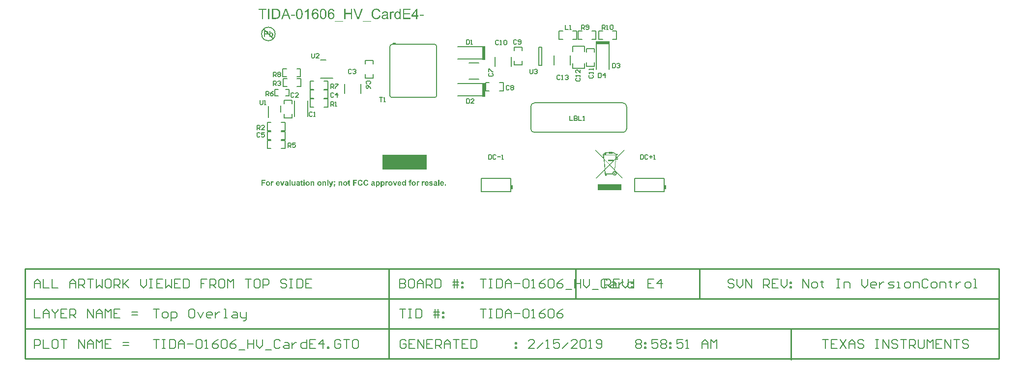
<source format=gto>
G04*
G04 #@! TF.GenerationSoftware,Altium Limited,Altium Designer,18.1.9 (240)*
G04*
G04 Layer_Color=65535*
%FSAX25Y25*%
%MOIN*%
G70*
G01*
G75*
%ADD10C,0.00800*%
%ADD11C,0.00787*%
%ADD12C,0.00748*%
%ADD13C,0.00541*%
%ADD14C,0.00500*%
%ADD15C,0.00700*%
%ADD16R,0.30000X0.10000*%
%ADD17R,0.09200X0.02000*%
%ADD18R,0.02461X0.01201*%
%ADD19R,0.02000X0.09200*%
%ADD20R,0.01811X0.03083*%
%ADD21C,0.01000*%
G36*
X0438251Y0179989D02*
X0438251Y0179989D01*
D01*
X0438251Y0179989D01*
D01*
X0438251Y0179989D01*
D02*
G37*
G36*
X0446225Y0181310D02*
X0441970Y0176976D01*
X0442059Y0176976D01*
Y0175037D01*
X0440792D01*
X0440116Y0167781D01*
X0445119Y0162512D01*
X0444787Y0162197D01*
X0440155Y0167083D01*
X0440172Y0166783D01*
X0439506Y0167227D01*
X0439552Y0167719D01*
X0436275Y0171175D01*
X0433377Y0168223D01*
X0433615Y0165444D01*
X0438451D01*
Y0164888D01*
X0434360Y0164889D01*
Y0164051D01*
X0433330D01*
Y0164890D01*
X0433307Y0164893D01*
X0433242Y0164919D01*
X0433242Y0164919D01*
X0433216Y0164943D01*
X0433170Y0164994D01*
X0433130Y0165050D01*
X0433097Y0165110D01*
X0433083Y0165142D01*
X0433083Y0165142D01*
X0433083Y0165142D01*
X0432857Y0167693D01*
X0427404Y0162138D01*
X0427078Y0162459D01*
X0432805Y0168287D01*
X0432166Y0175510D01*
X0426739Y0181235D01*
Y0181869D01*
X0432103Y0176220D01*
X0431961Y0177817D01*
X0431321D01*
Y0178396D01*
X0431889D01*
X0431888Y0178398D01*
X0431890Y0178402D01*
Y0178402D01*
X0431892Y0178410D01*
X0431892Y0178410D01*
X0431892Y0178411D01*
X0431893Y0178411D01*
X0431893Y0178412D01*
X0431893Y0178412D01*
X0431893D01*
X0431927Y0178502D01*
X0431927Y0178502D01*
X0431927Y0178502D01*
X0431927Y0178503D01*
X0431927Y0178503D01*
X0431927Y0178503D01*
Y0178503D01*
X0431928Y0178503D01*
X0431928Y0178504D01*
X0431932Y0178513D01*
X0431932Y0178513D01*
X0431968Y0178597D01*
X0431968Y0178597D01*
X0431969Y0178598D01*
X0431969Y0178598D01*
X0431969Y0178599D01*
X0431970Y0178600D01*
X0431970D01*
X0431970Y0178600D01*
X0432118Y0178832D01*
X0432118Y0178833D01*
X0432119Y0178833D01*
X0432119Y0178834D01*
X0432120Y0178834D01*
X0432120Y0178835D01*
X0432121Y0178835D01*
Y0178835D01*
X0432121Y0178835D01*
X0432373Y0179106D01*
X0432373Y0179106D01*
X0432373Y0179106D01*
X0432373Y0179106D01*
X0432373Y0179106D01*
X0432373Y0179106D01*
X0432373Y0179107D01*
D01*
X0432374Y0179107D01*
X0432374Y0179107D01*
X0432375Y0179108D01*
X0432376Y0179109D01*
X0432376Y0179109D01*
X0432376D01*
X0432687Y0179338D01*
X0432687Y0179338D01*
X0432688Y0179339D01*
X0432688Y0179339D01*
X0432689Y0179340D01*
X0432689Y0179340D01*
Y0179340D01*
X0432689Y0179340D01*
X0432956Y0179488D01*
X0432956Y0179488D01*
X0432956Y0179488D01*
X0432956Y0179488D01*
X0432956Y0179488D01*
X0432956Y0179489D01*
X0432956Y0179489D01*
X0432957Y0179489D01*
X0432957Y0179489D01*
X0432957Y0179489D01*
X0432958Y0179489D01*
Y0179489D01*
X0432958Y0179489D01*
X0433050Y0179531D01*
X0433050Y0179531D01*
X0433050Y0179531D01*
X0433050Y0179531D01*
X0433050Y0179531D01*
X0433055Y0179533D01*
X0433059Y0179533D01*
X0433059Y0179879D01*
X0434009D01*
Y0179823D01*
X0434132Y0179851D01*
X0434765Y0179957D01*
X0435393Y0180022D01*
X0435515Y0180030D01*
Y0180250D01*
X0438249D01*
Y0179989D01*
X0438251Y0179989D01*
X0438251Y0179989D01*
X0438251Y0179989D01*
X0438251Y0179989D01*
X0438251Y0179989D01*
X0438252Y0179989D01*
X0438252Y0179989D01*
X0438252Y0179989D01*
X0438436Y0179966D01*
X0438436Y0179966D01*
X0438437Y0179966D01*
X0438437Y0179966D01*
X0438437Y0179966D01*
X0438436Y0179966D01*
X0438436Y0179966D01*
X0438437Y0179966D01*
X0438437Y0179966D01*
X0438437Y0179966D01*
X0438438Y0179966D01*
X0438438Y0179966D01*
X0438989Y0179866D01*
X0438989Y0179866D01*
X0438989Y0179866D01*
X0438990Y0179866D01*
X0438990Y0179866D01*
X0438991Y0179866D01*
X0438991Y0179866D01*
X0439687Y0179669D01*
X0439687Y0179669D01*
X0439688Y0179669D01*
X0439689Y0179669D01*
X0439689Y0179669D01*
X0439690Y0179668D01*
X0439691Y0179668D01*
X0439691Y0179668D01*
X0440298Y0179383D01*
X0440302Y0179381D01*
X0440302Y0179381D01*
X0440302Y0179381D01*
X0440672Y0179106D01*
X0440672Y0179106D01*
X0440672Y0179106D01*
X0440672Y0179106D01*
X0440672Y0179106D01*
X0440672Y0179106D01*
X0440672Y0179106D01*
X0440672Y0179106D01*
X0440673Y0179105D01*
X0440674Y0179104D01*
X0440674Y0179104D01*
X0440675Y0179103D01*
X0440675Y0179103D01*
X0440676Y0179102D01*
X0440773Y0178989D01*
X0440773Y0178989D01*
X0440773Y0178988D01*
X0440773Y0178988D01*
X0440773Y0178988D01*
Y0178988D01*
X0440774Y0178987D01*
X0440775Y0178985D01*
X0440777Y0178982D01*
X0440777Y0178980D01*
X0440778Y0178979D01*
X0440778Y0178979D01*
X0440778Y0178979D01*
Y0178979D01*
X0440773Y0178988D01*
X0440773Y0178988D01*
X0440778Y0178979D01*
X0440778Y0178979D01*
X0440778Y0178979D01*
X0440893Y0178401D01*
X0440893Y0178400D01*
X0440893Y0178400D01*
X0440893Y0178399D01*
X0440893Y0178398D01*
X0440893Y0178397D01*
Y0178396D01*
X0441251D01*
Y0177817D01*
X0441051D01*
X0440973Y0176976D01*
X0441343Y0176976D01*
X0446225Y0181944D01*
Y0181310D01*
D02*
G37*
G36*
X0440298Y0179383D02*
X0440299Y0179383D01*
X0440300Y0179382D01*
X0440300Y0179382D01*
X0440301Y0179381D01*
X0440302Y0179381D01*
X0440302Y0179381D01*
X0440302Y0179381D01*
X0440302Y0179381D01*
X0440302Y0179381D01*
X0440301Y0179381D01*
X0440301Y0179381D01*
X0440298Y0179383D01*
X0440298Y0179383D01*
D02*
G37*
G36*
X0432373Y0179106D02*
X0432373Y0179107D01*
X0432373D01*
X0432373Y0179106D01*
D02*
G37*
G36*
X0432373Y0179106D02*
X0432373Y0179106D01*
X0432373Y0179106D01*
X0432373Y0179106D01*
D02*
G37*
G36*
X0444160Y0154276D02*
X0428412D01*
Y0158213D01*
X0444160D01*
Y0154276D01*
D02*
G37*
G36*
X0203373Y0262176D02*
X0203436D01*
X0203506Y0262174D01*
X0203581Y0262171D01*
X0203736Y0262165D01*
X0203813Y0262160D01*
X0203888Y0262154D01*
X0203957Y0262149D01*
X0204021Y0262140D01*
X0204076Y0262132D01*
X0204099Y0262127D01*
X0204121Y0262121D01*
X0204123D01*
X0204135Y0262116D01*
X0204154Y0262110D01*
X0204176Y0262105D01*
X0204204Y0262093D01*
X0204237Y0262080D01*
X0204273Y0262063D01*
X0204315Y0262041D01*
X0204356Y0262019D01*
X0204400Y0261991D01*
X0204445Y0261960D01*
X0204492Y0261927D01*
X0204539Y0261888D01*
X0204586Y0261844D01*
X0204630Y0261797D01*
X0204672Y0261744D01*
X0204675Y0261742D01*
X0204683Y0261731D01*
X0204694Y0261714D01*
X0204708Y0261692D01*
X0204725Y0261664D01*
X0204744Y0261628D01*
X0204763Y0261589D01*
X0204785Y0261542D01*
X0204805Y0261492D01*
X0204824Y0261437D01*
X0204844Y0261376D01*
X0204860Y0261310D01*
X0204877Y0261237D01*
X0204888Y0261163D01*
X0204893Y0261082D01*
X0204896Y0260999D01*
Y0260997D01*
Y0260983D01*
Y0260966D01*
X0204893Y0260941D01*
Y0260911D01*
X0204891Y0260875D01*
X0204885Y0260836D01*
X0204880Y0260791D01*
X0204874Y0260747D01*
X0204866Y0260697D01*
X0204841Y0260598D01*
X0204810Y0260498D01*
X0204788Y0260451D01*
X0204766Y0260404D01*
X0204763Y0260401D01*
X0204761Y0260393D01*
X0204752Y0260382D01*
X0204744Y0260365D01*
X0204730Y0260346D01*
X0204716Y0260321D01*
X0204678Y0260268D01*
X0204630Y0260207D01*
X0204575Y0260143D01*
X0204511Y0260082D01*
X0204442Y0260027D01*
X0204439Y0260024D01*
X0204434Y0260021D01*
X0204423Y0260013D01*
X0204409Y0260005D01*
X0204389Y0259994D01*
X0204370Y0259980D01*
X0204345Y0259966D01*
X0204317Y0259952D01*
X0204256Y0259922D01*
X0204190Y0259891D01*
X0204118Y0259863D01*
X0204040Y0259844D01*
X0204038D01*
X0204027Y0259841D01*
X0204013Y0259839D01*
X0203988Y0259836D01*
X0203960Y0259833D01*
X0203924Y0259827D01*
X0203885Y0259822D01*
X0203835Y0259819D01*
X0203783Y0259814D01*
X0203725Y0259808D01*
X0203658Y0259803D01*
X0203586Y0259800D01*
X0203508Y0259797D01*
X0203425Y0259794D01*
X0203334Y0259791D01*
X0202736D01*
Y0258346D01*
X0201963D01*
Y0262179D01*
X0203315D01*
X0203373Y0262176D01*
D02*
G37*
G36*
X0206229Y0260797D02*
X0206231Y0260803D01*
X0206245Y0260814D01*
X0206262Y0260833D01*
X0206290Y0260858D01*
X0206320Y0260888D01*
X0206359Y0260919D01*
X0206406Y0260955D01*
X0206456Y0260991D01*
X0206511Y0261027D01*
X0206572Y0261063D01*
X0206639Y0261096D01*
X0206711Y0261124D01*
X0206785Y0261149D01*
X0206863Y0261168D01*
X0206946Y0261179D01*
X0207032Y0261185D01*
X0207054D01*
X0207082Y0261182D01*
X0207118Y0261179D01*
X0207159Y0261174D01*
X0207212Y0261165D01*
X0207267Y0261154D01*
X0207328Y0261138D01*
X0207395Y0261118D01*
X0207461Y0261096D01*
X0207531Y0261066D01*
X0207603Y0261030D01*
X0207672Y0260988D01*
X0207744Y0260938D01*
X0207810Y0260880D01*
X0207874Y0260816D01*
X0207877Y0260811D01*
X0207888Y0260800D01*
X0207905Y0260778D01*
X0207927Y0260747D01*
X0207952Y0260711D01*
X0207979Y0260664D01*
X0208010Y0260609D01*
X0208040Y0260548D01*
X0208071Y0260476D01*
X0208101Y0260398D01*
X0208129Y0260310D01*
X0208154Y0260215D01*
X0208176Y0260113D01*
X0208193Y0260005D01*
X0208204Y0259886D01*
X0208207Y0259761D01*
Y0259758D01*
Y0259753D01*
Y0259744D01*
Y0259731D01*
Y0259714D01*
X0208204Y0259692D01*
Y0259670D01*
X0208201Y0259645D01*
X0208195Y0259584D01*
X0208190Y0259514D01*
X0208179Y0259440D01*
X0208165Y0259357D01*
X0208145Y0259271D01*
X0208123Y0259179D01*
X0208096Y0259088D01*
X0208062Y0258999D01*
X0208024Y0258908D01*
X0207979Y0258822D01*
X0207927Y0258739D01*
X0207866Y0258664D01*
X0207863Y0258659D01*
X0207849Y0258647D01*
X0207833Y0258628D01*
X0207805Y0258603D01*
X0207772Y0258576D01*
X0207733Y0258542D01*
X0207688Y0258509D01*
X0207636Y0258473D01*
X0207580Y0258437D01*
X0207517Y0258404D01*
X0207448Y0258370D01*
X0207376Y0258343D01*
X0207298Y0258318D01*
X0207218Y0258298D01*
X0207132Y0258287D01*
X0207043Y0258282D01*
X0207021D01*
X0207001Y0258285D01*
X0206982D01*
X0206954Y0258287D01*
X0206927Y0258293D01*
X0206896Y0258296D01*
X0206824Y0258312D01*
X0206744Y0258332D01*
X0206658Y0258362D01*
X0206616Y0258379D01*
X0206572Y0258401D01*
X0206569Y0258404D01*
X0206561Y0258406D01*
X0206550Y0258415D01*
X0206533Y0258423D01*
X0206514Y0258437D01*
X0206492Y0258451D01*
X0206464Y0258470D01*
X0206436Y0258490D01*
X0206376Y0258540D01*
X0206309Y0258600D01*
X0206240Y0258670D01*
X0206176Y0258753D01*
Y0258346D01*
X0205495D01*
Y0262179D01*
X0206229D01*
Y0260797D01*
D02*
G37*
G36*
X0247734Y0277354D02*
X0247789D01*
X0247859Y0277344D01*
X0247939Y0277334D01*
X0248029Y0277319D01*
X0248130Y0277304D01*
X0248230Y0277279D01*
X0248340Y0277249D01*
X0248450Y0277209D01*
X0248561Y0277164D01*
X0248676Y0277113D01*
X0248786Y0277048D01*
X0248891Y0276978D01*
X0248991Y0276898D01*
X0248996Y0276893D01*
X0249016Y0276878D01*
X0249042Y0276848D01*
X0249077Y0276813D01*
X0249117Y0276768D01*
X0249162Y0276708D01*
X0249212Y0276642D01*
X0249267Y0276567D01*
X0249322Y0276482D01*
X0249377Y0276387D01*
X0249432Y0276282D01*
X0249477Y0276167D01*
X0249527Y0276046D01*
X0249568Y0275916D01*
X0249598Y0275776D01*
X0249623Y0275630D01*
X0248776Y0275565D01*
Y0275570D01*
X0248771Y0275585D01*
X0248766Y0275615D01*
X0248756Y0275645D01*
X0248741Y0275691D01*
X0248731Y0275736D01*
X0248691Y0275846D01*
X0248646Y0275961D01*
X0248591Y0276081D01*
X0248526Y0276197D01*
X0248490Y0276247D01*
X0248450Y0276292D01*
X0248445Y0276297D01*
X0248435Y0276307D01*
X0248415Y0276327D01*
X0248390Y0276347D01*
X0248355Y0276377D01*
X0248315Y0276407D01*
X0248270Y0276442D01*
X0248215Y0276477D01*
X0248155Y0276507D01*
X0248090Y0276542D01*
X0248024Y0276572D01*
X0247949Y0276602D01*
X0247869Y0276622D01*
X0247784Y0276642D01*
X0247694Y0276653D01*
X0247604Y0276658D01*
X0247564D01*
X0247533Y0276653D01*
X0247498D01*
X0247458Y0276647D01*
X0247413Y0276637D01*
X0247358Y0276627D01*
X0247248Y0276602D01*
X0247128Y0276562D01*
X0247007Y0276502D01*
X0246947Y0276467D01*
X0246887Y0276427D01*
X0246882Y0276422D01*
X0246872Y0276412D01*
X0246847Y0276397D01*
X0246822Y0276372D01*
X0246787Y0276342D01*
X0246747Y0276307D01*
X0246707Y0276262D01*
X0246657Y0276212D01*
X0246607Y0276156D01*
X0246556Y0276091D01*
X0246501Y0276021D01*
X0246451Y0275946D01*
X0246396Y0275861D01*
X0246346Y0275771D01*
X0246296Y0275676D01*
X0246251Y0275575D01*
Y0275570D01*
X0246241Y0275550D01*
X0246231Y0275515D01*
X0246216Y0275470D01*
X0246196Y0275415D01*
X0246176Y0275345D01*
X0246156Y0275260D01*
X0246136Y0275165D01*
X0246116Y0275059D01*
X0246091Y0274939D01*
X0246071Y0274804D01*
X0246056Y0274663D01*
X0246041Y0274508D01*
X0246025Y0274343D01*
X0246020Y0274163D01*
X0246015Y0273972D01*
X0246020Y0273977D01*
X0246030Y0273992D01*
X0246045Y0274017D01*
X0246071Y0274047D01*
X0246101Y0274087D01*
X0246136Y0274132D01*
X0246176Y0274183D01*
X0246226Y0274238D01*
X0246276Y0274293D01*
X0246331Y0274348D01*
X0246461Y0274463D01*
X0246602Y0274573D01*
X0246682Y0274623D01*
X0246762Y0274669D01*
X0246767Y0274674D01*
X0246782Y0274678D01*
X0246807Y0274689D01*
X0246837Y0274704D01*
X0246882Y0274724D01*
X0246927Y0274744D01*
X0246982Y0274764D01*
X0247047Y0274784D01*
X0247113Y0274804D01*
X0247188Y0274824D01*
X0247343Y0274864D01*
X0247518Y0274889D01*
X0247609Y0274899D01*
X0247739D01*
X0247784Y0274894D01*
X0247839Y0274889D01*
X0247914Y0274879D01*
X0247999Y0274864D01*
X0248095Y0274844D01*
X0248200Y0274819D01*
X0248310Y0274789D01*
X0248425Y0274744D01*
X0248546Y0274694D01*
X0248671Y0274633D01*
X0248791Y0274558D01*
X0248911Y0274478D01*
X0249031Y0274378D01*
X0249147Y0274268D01*
X0249152Y0274263D01*
X0249172Y0274238D01*
X0249202Y0274203D01*
X0249242Y0274152D01*
X0249287Y0274092D01*
X0249337Y0274017D01*
X0249392Y0273932D01*
X0249447Y0273832D01*
X0249502Y0273722D01*
X0249557Y0273596D01*
X0249608Y0273466D01*
X0249653Y0273321D01*
X0249693Y0273165D01*
X0249723Y0273005D01*
X0249743Y0272830D01*
X0249748Y0272650D01*
Y0272644D01*
Y0272619D01*
Y0272584D01*
X0249743Y0272539D01*
X0249738Y0272479D01*
X0249733Y0272414D01*
X0249723Y0272339D01*
X0249713Y0272254D01*
X0249698Y0272164D01*
X0249678Y0272068D01*
X0249658Y0271968D01*
X0249628Y0271863D01*
X0249593Y0271758D01*
X0249557Y0271653D01*
X0249512Y0271542D01*
X0249462Y0271437D01*
X0249457Y0271432D01*
X0249447Y0271412D01*
X0249432Y0271382D01*
X0249412Y0271347D01*
X0249382Y0271297D01*
X0249347Y0271242D01*
X0249307Y0271187D01*
X0249262Y0271121D01*
X0249207Y0271051D01*
X0249152Y0270981D01*
X0249087Y0270911D01*
X0249016Y0270841D01*
X0248946Y0270771D01*
X0248866Y0270701D01*
X0248781Y0270640D01*
X0248691Y0270580D01*
X0248686Y0270575D01*
X0248671Y0270565D01*
X0248641Y0270555D01*
X0248606Y0270535D01*
X0248555Y0270510D01*
X0248500Y0270485D01*
X0248440Y0270460D01*
X0248365Y0270435D01*
X0248290Y0270405D01*
X0248205Y0270380D01*
X0248110Y0270355D01*
X0248014Y0270330D01*
X0247909Y0270310D01*
X0247804Y0270300D01*
X0247689Y0270290D01*
X0247573Y0270285D01*
X0247529D01*
X0247503Y0270290D01*
X0247473D01*
X0247398Y0270295D01*
X0247308Y0270310D01*
X0247203Y0270325D01*
X0247088Y0270350D01*
X0246957Y0270385D01*
X0246822Y0270425D01*
X0246682Y0270475D01*
X0246542Y0270540D01*
X0246396Y0270615D01*
X0246251Y0270706D01*
X0246106Y0270811D01*
X0245970Y0270931D01*
X0245840Y0271066D01*
X0245835Y0271076D01*
X0245810Y0271101D01*
X0245780Y0271151D01*
X0245735Y0271217D01*
X0245685Y0271302D01*
X0245655Y0271352D01*
X0245630Y0271407D01*
X0245600Y0271467D01*
X0245569Y0271532D01*
X0245534Y0271607D01*
X0245504Y0271683D01*
X0245474Y0271763D01*
X0245444Y0271848D01*
X0245409Y0271943D01*
X0245379Y0272038D01*
X0245354Y0272144D01*
X0245324Y0272249D01*
X0245299Y0272364D01*
X0245274Y0272484D01*
X0245249Y0272609D01*
X0245229Y0272740D01*
X0245214Y0272875D01*
X0245199Y0273015D01*
X0245184Y0273165D01*
X0245179Y0273316D01*
X0245169Y0273476D01*
Y0273641D01*
Y0273646D01*
Y0273667D01*
Y0273692D01*
Y0273732D01*
X0245174Y0273777D01*
Y0273832D01*
X0245179Y0273897D01*
Y0273972D01*
X0245184Y0274047D01*
X0245194Y0274137D01*
X0245199Y0274228D01*
X0245209Y0274328D01*
X0245229Y0274533D01*
X0245264Y0274759D01*
X0245299Y0274994D01*
X0245349Y0275240D01*
X0245409Y0275480D01*
X0245479Y0275721D01*
X0245565Y0275956D01*
X0245665Y0276177D01*
X0245720Y0276282D01*
X0245780Y0276377D01*
X0245845Y0276472D01*
X0245910Y0276562D01*
X0245920Y0276572D01*
X0245940Y0276597D01*
X0245975Y0276637D01*
X0246030Y0276688D01*
X0246096Y0276748D01*
X0246171Y0276813D01*
X0246266Y0276888D01*
X0246371Y0276963D01*
X0246491Y0277033D01*
X0246622Y0277108D01*
X0246762Y0277173D01*
X0246917Y0277234D01*
X0247088Y0277284D01*
X0247263Y0277324D01*
X0247453Y0277349D01*
X0247654Y0277359D01*
X0247689D01*
X0247734Y0277354D01*
D02*
G37*
G36*
X0236962D02*
X0237017D01*
X0237088Y0277344D01*
X0237168Y0277334D01*
X0237258Y0277319D01*
X0237358Y0277304D01*
X0237458Y0277279D01*
X0237569Y0277249D01*
X0237679Y0277209D01*
X0237789Y0277164D01*
X0237904Y0277113D01*
X0238015Y0277048D01*
X0238120Y0276978D01*
X0238220Y0276898D01*
X0238225Y0276893D01*
X0238245Y0276878D01*
X0238270Y0276848D01*
X0238305Y0276813D01*
X0238345Y0276768D01*
X0238390Y0276708D01*
X0238440Y0276642D01*
X0238495Y0276567D01*
X0238550Y0276482D01*
X0238606Y0276387D01*
X0238661Y0276282D01*
X0238706Y0276167D01*
X0238756Y0276046D01*
X0238796Y0275916D01*
X0238826Y0275776D01*
X0238851Y0275630D01*
X0238004Y0275565D01*
Y0275570D01*
X0237999Y0275585D01*
X0237994Y0275615D01*
X0237984Y0275645D01*
X0237969Y0275691D01*
X0237959Y0275736D01*
X0237919Y0275846D01*
X0237874Y0275961D01*
X0237819Y0276081D01*
X0237754Y0276197D01*
X0237719Y0276247D01*
X0237679Y0276292D01*
X0237674Y0276297D01*
X0237664Y0276307D01*
X0237644Y0276327D01*
X0237619Y0276347D01*
X0237584Y0276377D01*
X0237544Y0276407D01*
X0237498Y0276442D01*
X0237443Y0276477D01*
X0237383Y0276507D01*
X0237318Y0276542D01*
X0237253Y0276572D01*
X0237178Y0276602D01*
X0237098Y0276622D01*
X0237013Y0276642D01*
X0236922Y0276653D01*
X0236832Y0276658D01*
X0236792D01*
X0236762Y0276653D01*
X0236727D01*
X0236687Y0276647D01*
X0236642Y0276637D01*
X0236587Y0276627D01*
X0236476Y0276602D01*
X0236356Y0276562D01*
X0236236Y0276502D01*
X0236176Y0276467D01*
X0236116Y0276427D01*
X0236111Y0276422D01*
X0236101Y0276412D01*
X0236076Y0276397D01*
X0236051Y0276372D01*
X0236016Y0276342D01*
X0235975Y0276307D01*
X0235935Y0276262D01*
X0235885Y0276212D01*
X0235835Y0276156D01*
X0235785Y0276091D01*
X0235730Y0276021D01*
X0235680Y0275946D01*
X0235625Y0275861D01*
X0235575Y0275771D01*
X0235525Y0275676D01*
X0235479Y0275575D01*
Y0275570D01*
X0235469Y0275550D01*
X0235459Y0275515D01*
X0235444Y0275470D01*
X0235424Y0275415D01*
X0235404Y0275345D01*
X0235384Y0275260D01*
X0235364Y0275165D01*
X0235344Y0275059D01*
X0235319Y0274939D01*
X0235299Y0274804D01*
X0235284Y0274663D01*
X0235269Y0274508D01*
X0235254Y0274343D01*
X0235249Y0274163D01*
X0235244Y0273972D01*
X0235249Y0273977D01*
X0235259Y0273992D01*
X0235274Y0274017D01*
X0235299Y0274047D01*
X0235329Y0274087D01*
X0235364Y0274132D01*
X0235404Y0274183D01*
X0235454Y0274238D01*
X0235505Y0274293D01*
X0235560Y0274348D01*
X0235690Y0274463D01*
X0235830Y0274573D01*
X0235910Y0274623D01*
X0235990Y0274669D01*
X0235995Y0274674D01*
X0236011Y0274678D01*
X0236035Y0274689D01*
X0236066Y0274704D01*
X0236111Y0274724D01*
X0236156Y0274744D01*
X0236211Y0274764D01*
X0236276Y0274784D01*
X0236341Y0274804D01*
X0236416Y0274824D01*
X0236572Y0274864D01*
X0236747Y0274889D01*
X0236837Y0274899D01*
X0236967D01*
X0237013Y0274894D01*
X0237068Y0274889D01*
X0237143Y0274879D01*
X0237228Y0274864D01*
X0237323Y0274844D01*
X0237428Y0274819D01*
X0237539Y0274789D01*
X0237654Y0274744D01*
X0237774Y0274694D01*
X0237899Y0274633D01*
X0238019Y0274558D01*
X0238140Y0274478D01*
X0238260Y0274378D01*
X0238375Y0274268D01*
X0238380Y0274263D01*
X0238400Y0274238D01*
X0238430Y0274203D01*
X0238470Y0274152D01*
X0238515Y0274092D01*
X0238566Y0274017D01*
X0238621Y0273932D01*
X0238676Y0273832D01*
X0238731Y0273722D01*
X0238786Y0273596D01*
X0238836Y0273466D01*
X0238881Y0273321D01*
X0238921Y0273165D01*
X0238951Y0273005D01*
X0238971Y0272830D01*
X0238976Y0272650D01*
Y0272644D01*
Y0272619D01*
Y0272584D01*
X0238971Y0272539D01*
X0238966Y0272479D01*
X0238961Y0272414D01*
X0238951Y0272339D01*
X0238941Y0272254D01*
X0238926Y0272164D01*
X0238906Y0272068D01*
X0238886Y0271968D01*
X0238856Y0271863D01*
X0238821Y0271758D01*
X0238786Y0271653D01*
X0238741Y0271542D01*
X0238691Y0271437D01*
X0238686Y0271432D01*
X0238676Y0271412D01*
X0238661Y0271382D01*
X0238641Y0271347D01*
X0238611Y0271297D01*
X0238576Y0271242D01*
X0238535Y0271187D01*
X0238490Y0271121D01*
X0238435Y0271051D01*
X0238380Y0270981D01*
X0238315Y0270911D01*
X0238245Y0270841D01*
X0238175Y0270771D01*
X0238095Y0270701D01*
X0238010Y0270640D01*
X0237919Y0270580D01*
X0237914Y0270575D01*
X0237899Y0270565D01*
X0237869Y0270555D01*
X0237834Y0270535D01*
X0237784Y0270510D01*
X0237729Y0270485D01*
X0237669Y0270460D01*
X0237594Y0270435D01*
X0237519Y0270405D01*
X0237433Y0270380D01*
X0237338Y0270355D01*
X0237243Y0270330D01*
X0237138Y0270310D01*
X0237033Y0270300D01*
X0236917Y0270290D01*
X0236802Y0270285D01*
X0236757D01*
X0236732Y0270290D01*
X0236702D01*
X0236627Y0270295D01*
X0236537Y0270310D01*
X0236431Y0270325D01*
X0236316Y0270350D01*
X0236186Y0270385D01*
X0236051Y0270425D01*
X0235910Y0270475D01*
X0235770Y0270540D01*
X0235625Y0270615D01*
X0235479Y0270706D01*
X0235334Y0270811D01*
X0235199Y0270931D01*
X0235069Y0271066D01*
X0235064Y0271076D01*
X0235038Y0271101D01*
X0235009Y0271151D01*
X0234963Y0271217D01*
X0234913Y0271302D01*
X0234883Y0271352D01*
X0234858Y0271407D01*
X0234828Y0271467D01*
X0234798Y0271532D01*
X0234763Y0271607D01*
X0234733Y0271683D01*
X0234703Y0271763D01*
X0234673Y0271848D01*
X0234638Y0271943D01*
X0234608Y0272038D01*
X0234583Y0272144D01*
X0234553Y0272249D01*
X0234527Y0272364D01*
X0234503Y0272484D01*
X0234477Y0272609D01*
X0234457Y0272740D01*
X0234442Y0272875D01*
X0234427Y0273015D01*
X0234412Y0273165D01*
X0234407Y0273316D01*
X0234397Y0273476D01*
Y0273641D01*
Y0273646D01*
Y0273667D01*
Y0273692D01*
Y0273732D01*
X0234402Y0273777D01*
Y0273832D01*
X0234407Y0273897D01*
Y0273972D01*
X0234412Y0274047D01*
X0234422Y0274137D01*
X0234427Y0274228D01*
X0234437Y0274328D01*
X0234457Y0274533D01*
X0234492Y0274759D01*
X0234527Y0274994D01*
X0234578Y0275240D01*
X0234638Y0275480D01*
X0234708Y0275721D01*
X0234793Y0275956D01*
X0234893Y0276177D01*
X0234948Y0276282D01*
X0235009Y0276377D01*
X0235074Y0276472D01*
X0235139Y0276562D01*
X0235149Y0276572D01*
X0235169Y0276597D01*
X0235204Y0276637D01*
X0235259Y0276688D01*
X0235324Y0276748D01*
X0235399Y0276813D01*
X0235494Y0276888D01*
X0235600Y0276963D01*
X0235720Y0277033D01*
X0235850Y0277108D01*
X0235990Y0277173D01*
X0236146Y0277234D01*
X0236316Y0277284D01*
X0236491Y0277324D01*
X0236682Y0277349D01*
X0236882Y0277359D01*
X0236917D01*
X0236962Y0277354D01*
D02*
G37*
G36*
X0278265Y0277449D02*
X0278340Y0277444D01*
X0278430Y0277439D01*
X0278530Y0277424D01*
X0278646Y0277409D01*
X0278776Y0277389D01*
X0278911Y0277359D01*
X0279051Y0277324D01*
X0279197Y0277284D01*
X0279342Y0277229D01*
X0279487Y0277168D01*
X0279638Y0277098D01*
X0279778Y0277018D01*
X0279913Y0276923D01*
X0279923Y0276918D01*
X0279943Y0276898D01*
X0279983Y0276868D01*
X0280028Y0276823D01*
X0280088Y0276773D01*
X0280154Y0276703D01*
X0280224Y0276627D01*
X0280304Y0276537D01*
X0280384Y0276437D01*
X0280469Y0276327D01*
X0280549Y0276202D01*
X0280629Y0276071D01*
X0280710Y0275926D01*
X0280780Y0275771D01*
X0280850Y0275605D01*
X0280905Y0275430D01*
X0280003Y0275220D01*
X0279998Y0275230D01*
X0279993Y0275255D01*
X0279978Y0275290D01*
X0279958Y0275345D01*
X0279933Y0275405D01*
X0279903Y0275475D01*
X0279863Y0275555D01*
X0279823Y0275641D01*
X0279778Y0275731D01*
X0279723Y0275821D01*
X0279668Y0275911D01*
X0279603Y0276006D01*
X0279532Y0276091D01*
X0279462Y0276177D01*
X0279382Y0276252D01*
X0279297Y0276322D01*
X0279292Y0276327D01*
X0279277Y0276337D01*
X0279252Y0276352D01*
X0279217Y0276377D01*
X0279172Y0276402D01*
X0279117Y0276432D01*
X0279051Y0276462D01*
X0278981Y0276497D01*
X0278901Y0276527D01*
X0278816Y0276557D01*
X0278721Y0276587D01*
X0278621Y0276612D01*
X0278510Y0276637D01*
X0278395Y0276653D01*
X0278275Y0276662D01*
X0278145Y0276667D01*
X0278069D01*
X0278014Y0276662D01*
X0277944Y0276658D01*
X0277864Y0276647D01*
X0277774Y0276637D01*
X0277679Y0276617D01*
X0277573Y0276597D01*
X0277468Y0276572D01*
X0277358Y0276542D01*
X0277243Y0276507D01*
X0277133Y0276462D01*
X0277022Y0276407D01*
X0276912Y0276352D01*
X0276807Y0276282D01*
X0276802Y0276277D01*
X0276782Y0276267D01*
X0276757Y0276242D01*
X0276722Y0276212D01*
X0276677Y0276171D01*
X0276626Y0276126D01*
X0276571Y0276071D01*
X0276511Y0276011D01*
X0276451Y0275941D01*
X0276386Y0275866D01*
X0276326Y0275781D01*
X0276266Y0275686D01*
X0276206Y0275590D01*
X0276151Y0275485D01*
X0276100Y0275375D01*
X0276055Y0275255D01*
Y0275250D01*
X0276045Y0275225D01*
X0276035Y0275190D01*
X0276020Y0275145D01*
X0276005Y0275084D01*
X0275985Y0275014D01*
X0275970Y0274934D01*
X0275950Y0274844D01*
X0275930Y0274749D01*
X0275910Y0274643D01*
X0275890Y0274533D01*
X0275875Y0274418D01*
X0275850Y0274178D01*
X0275845Y0274052D01*
X0275840Y0273922D01*
Y0273912D01*
Y0273882D01*
Y0273837D01*
X0275845Y0273772D01*
X0275850Y0273697D01*
X0275855Y0273606D01*
X0275860Y0273506D01*
X0275870Y0273401D01*
X0275885Y0273281D01*
X0275900Y0273155D01*
X0275950Y0272900D01*
X0275975Y0272765D01*
X0276010Y0272635D01*
X0276050Y0272504D01*
X0276096Y0272379D01*
X0276100Y0272374D01*
X0276105Y0272349D01*
X0276120Y0272319D01*
X0276146Y0272274D01*
X0276171Y0272219D01*
X0276206Y0272153D01*
X0276246Y0272083D01*
X0276291Y0272008D01*
X0276346Y0271933D01*
X0276406Y0271853D01*
X0276471Y0271768D01*
X0276541Y0271688D01*
X0276622Y0271607D01*
X0276707Y0271532D01*
X0276797Y0271462D01*
X0276897Y0271397D01*
X0276902Y0271392D01*
X0276922Y0271382D01*
X0276952Y0271367D01*
X0276992Y0271347D01*
X0277042Y0271322D01*
X0277102Y0271292D01*
X0277173Y0271267D01*
X0277248Y0271237D01*
X0277333Y0271202D01*
X0277423Y0271177D01*
X0277523Y0271146D01*
X0277624Y0271121D01*
X0277734Y0271101D01*
X0277844Y0271086D01*
X0277959Y0271076D01*
X0278074Y0271071D01*
X0278110D01*
X0278150Y0271076D01*
X0278205D01*
X0278270Y0271086D01*
X0278345Y0271096D01*
X0278435Y0271106D01*
X0278525Y0271127D01*
X0278625Y0271151D01*
X0278731Y0271182D01*
X0278841Y0271217D01*
X0278951Y0271257D01*
X0279061Y0271307D01*
X0279172Y0271367D01*
X0279277Y0271437D01*
X0279382Y0271512D01*
X0279387Y0271517D01*
X0279407Y0271532D01*
X0279432Y0271557D01*
X0279467Y0271597D01*
X0279512Y0271642D01*
X0279562Y0271698D01*
X0279618Y0271768D01*
X0279673Y0271843D01*
X0279733Y0271933D01*
X0279793Y0272028D01*
X0279858Y0272139D01*
X0279913Y0272259D01*
X0279973Y0272384D01*
X0280023Y0272524D01*
X0280068Y0272670D01*
X0280108Y0272830D01*
X0281025Y0272599D01*
Y0272594D01*
X0281020Y0272584D01*
X0281015Y0272569D01*
X0281010Y0272549D01*
X0281005Y0272524D01*
X0280995Y0272489D01*
X0280970Y0272414D01*
X0280935Y0272319D01*
X0280895Y0272214D01*
X0280845Y0272093D01*
X0280785Y0271963D01*
X0280720Y0271823D01*
X0280645Y0271683D01*
X0280559Y0271542D01*
X0280464Y0271397D01*
X0280359Y0271257D01*
X0280244Y0271121D01*
X0280118Y0270996D01*
X0279983Y0270876D01*
X0279973Y0270871D01*
X0279948Y0270851D01*
X0279908Y0270821D01*
X0279848Y0270786D01*
X0279778Y0270741D01*
X0279688Y0270691D01*
X0279587Y0270636D01*
X0279472Y0270580D01*
X0279347Y0270525D01*
X0279207Y0270470D01*
X0279056Y0270420D01*
X0278896Y0270375D01*
X0278721Y0270340D01*
X0278540Y0270310D01*
X0278350Y0270290D01*
X0278150Y0270285D01*
X0278074D01*
X0278039Y0270290D01*
X0277964D01*
X0277869Y0270300D01*
X0277759Y0270310D01*
X0277634Y0270325D01*
X0277503Y0270340D01*
X0277358Y0270365D01*
X0277213Y0270395D01*
X0277057Y0270435D01*
X0276907Y0270475D01*
X0276757Y0270530D01*
X0276606Y0270590D01*
X0276461Y0270660D01*
X0276326Y0270741D01*
X0276316Y0270746D01*
X0276296Y0270761D01*
X0276261Y0270791D01*
X0276211Y0270826D01*
X0276151Y0270871D01*
X0276085Y0270931D01*
X0276010Y0270996D01*
X0275930Y0271076D01*
X0275845Y0271166D01*
X0275760Y0271262D01*
X0275670Y0271372D01*
X0275579Y0271487D01*
X0275494Y0271617D01*
X0275409Y0271753D01*
X0275329Y0271903D01*
X0275259Y0272058D01*
Y0272063D01*
X0275254Y0272068D01*
X0275244Y0272098D01*
X0275224Y0272144D01*
X0275204Y0272209D01*
X0275174Y0272289D01*
X0275144Y0272384D01*
X0275109Y0272494D01*
X0275079Y0272614D01*
X0275043Y0272750D01*
X0275008Y0272895D01*
X0274978Y0273045D01*
X0274948Y0273211D01*
X0274928Y0273376D01*
X0274908Y0273551D01*
X0274898Y0273732D01*
X0274893Y0273917D01*
Y0273922D01*
Y0273932D01*
Y0273947D01*
Y0273967D01*
Y0273992D01*
X0274898Y0274022D01*
Y0274097D01*
X0274908Y0274193D01*
X0274913Y0274303D01*
X0274928Y0274428D01*
X0274943Y0274563D01*
X0274968Y0274704D01*
X0274993Y0274854D01*
X0275028Y0275014D01*
X0275068Y0275174D01*
X0275114Y0275335D01*
X0275169Y0275495D01*
X0275234Y0275651D01*
X0275304Y0275806D01*
X0275309Y0275816D01*
X0275324Y0275841D01*
X0275349Y0275881D01*
X0275379Y0275941D01*
X0275424Y0276006D01*
X0275474Y0276081D01*
X0275539Y0276171D01*
X0275609Y0276262D01*
X0275685Y0276357D01*
X0275775Y0276462D01*
X0275870Y0276562D01*
X0275975Y0276662D01*
X0276091Y0276763D01*
X0276211Y0276858D01*
X0276341Y0276948D01*
X0276481Y0277033D01*
X0276491Y0277038D01*
X0276516Y0277053D01*
X0276556Y0277073D01*
X0276617Y0277098D01*
X0276687Y0277133D01*
X0276772Y0277168D01*
X0276872Y0277204D01*
X0276977Y0277244D01*
X0277098Y0277284D01*
X0277228Y0277319D01*
X0277368Y0277359D01*
X0277513Y0277389D01*
X0277669Y0277414D01*
X0277829Y0277434D01*
X0277994Y0277449D01*
X0278165Y0277454D01*
X0278235D01*
X0278265Y0277449D01*
D02*
G37*
G36*
X0294698Y0270400D02*
X0293906D01*
Y0271036D01*
X0293901Y0271026D01*
X0293886Y0271006D01*
X0293856Y0270966D01*
X0293816Y0270921D01*
X0293766Y0270861D01*
X0293706Y0270801D01*
X0293631Y0270731D01*
X0293550Y0270666D01*
X0293455Y0270595D01*
X0293350Y0270525D01*
X0293235Y0270465D01*
X0293109Y0270405D01*
X0292974Y0270360D01*
X0292824Y0270320D01*
X0292669Y0270300D01*
X0292498Y0270290D01*
X0292438D01*
X0292398Y0270295D01*
X0292343Y0270300D01*
X0292283Y0270310D01*
X0292213Y0270320D01*
X0292138Y0270330D01*
X0292052Y0270350D01*
X0291967Y0270370D01*
X0291877Y0270395D01*
X0291782Y0270430D01*
X0291687Y0270465D01*
X0291586Y0270510D01*
X0291491Y0270560D01*
X0291396Y0270620D01*
X0291391Y0270625D01*
X0291376Y0270636D01*
X0291346Y0270655D01*
X0291316Y0270681D01*
X0291271Y0270716D01*
X0291221Y0270756D01*
X0291171Y0270806D01*
X0291110Y0270861D01*
X0291050Y0270921D01*
X0290985Y0270991D01*
X0290920Y0271066D01*
X0290855Y0271151D01*
X0290795Y0271237D01*
X0290730Y0271332D01*
X0290675Y0271437D01*
X0290619Y0271542D01*
X0290615Y0271547D01*
X0290610Y0271567D01*
X0290594Y0271602D01*
X0290574Y0271648D01*
X0290554Y0271703D01*
X0290534Y0271768D01*
X0290509Y0271848D01*
X0290484Y0271933D01*
X0290454Y0272028D01*
X0290429Y0272133D01*
X0290409Y0272249D01*
X0290389Y0272369D01*
X0290369Y0272494D01*
X0290354Y0272624D01*
X0290349Y0272765D01*
X0290344Y0272905D01*
Y0272915D01*
Y0272940D01*
Y0272980D01*
X0290349Y0273030D01*
X0290354Y0273100D01*
X0290359Y0273176D01*
X0290364Y0273261D01*
X0290374Y0273356D01*
X0290389Y0273461D01*
X0290404Y0273566D01*
X0290449Y0273797D01*
X0290474Y0273917D01*
X0290509Y0274032D01*
X0290544Y0274152D01*
X0290589Y0274268D01*
X0290594Y0274273D01*
X0290599Y0274293D01*
X0290615Y0274328D01*
X0290634Y0274368D01*
X0290665Y0274418D01*
X0290695Y0274478D01*
X0290735Y0274543D01*
X0290780Y0274613D01*
X0290825Y0274689D01*
X0290885Y0274764D01*
X0290945Y0274844D01*
X0291010Y0274919D01*
X0291085Y0274999D01*
X0291166Y0275069D01*
X0291251Y0275139D01*
X0291341Y0275205D01*
X0291346Y0275210D01*
X0291366Y0275220D01*
X0291391Y0275235D01*
X0291431Y0275255D01*
X0291476Y0275280D01*
X0291531Y0275310D01*
X0291596Y0275340D01*
X0291667Y0275370D01*
X0291747Y0275400D01*
X0291832Y0275430D01*
X0291927Y0275460D01*
X0292022Y0275485D01*
X0292127Y0275505D01*
X0292233Y0275520D01*
X0292343Y0275530D01*
X0292458Y0275535D01*
X0292503D01*
X0292533Y0275530D01*
X0292573D01*
X0292623Y0275525D01*
X0292674Y0275520D01*
X0292729Y0275510D01*
X0292854Y0275490D01*
X0292989Y0275455D01*
X0293129Y0275405D01*
X0293265Y0275340D01*
X0293270D01*
X0293280Y0275330D01*
X0293300Y0275320D01*
X0293325Y0275305D01*
X0293355Y0275285D01*
X0293390Y0275265D01*
X0293470Y0275205D01*
X0293565Y0275134D01*
X0293660Y0275049D01*
X0293756Y0274949D01*
X0293846Y0274839D01*
Y0277334D01*
X0294698D01*
Y0270400D01*
D02*
G37*
G36*
X0289347Y0275530D02*
X0289387Y0275525D01*
X0289432Y0275520D01*
X0289482Y0275510D01*
X0289542Y0275500D01*
X0289608Y0275485D01*
X0289678Y0275470D01*
X0289823Y0275420D01*
X0289903Y0275390D01*
X0289983Y0275350D01*
X0290063Y0275310D01*
X0290148Y0275260D01*
X0289848Y0274473D01*
X0289843D01*
X0289833Y0274483D01*
X0289818Y0274488D01*
X0289793Y0274503D01*
X0289768Y0274513D01*
X0289733Y0274528D01*
X0289652Y0274563D01*
X0289562Y0274598D01*
X0289457Y0274623D01*
X0289342Y0274643D01*
X0289227Y0274654D01*
X0289182D01*
X0289126Y0274643D01*
X0289061Y0274633D01*
X0288986Y0274613D01*
X0288901Y0274583D01*
X0288816Y0274538D01*
X0288731Y0274483D01*
X0288721Y0274473D01*
X0288696Y0274453D01*
X0288655Y0274413D01*
X0288611Y0274363D01*
X0288555Y0274298D01*
X0288505Y0274218D01*
X0288455Y0274122D01*
X0288415Y0274017D01*
Y0274012D01*
X0288410Y0273997D01*
X0288400Y0273972D01*
X0288395Y0273937D01*
X0288385Y0273897D01*
X0288370Y0273847D01*
X0288360Y0273787D01*
X0288345Y0273727D01*
X0288330Y0273652D01*
X0288320Y0273576D01*
X0288310Y0273496D01*
X0288295Y0273411D01*
X0288280Y0273226D01*
X0288275Y0273025D01*
Y0270400D01*
X0287423D01*
Y0275425D01*
X0288190D01*
Y0274654D01*
X0288195Y0274658D01*
X0288205Y0274678D01*
X0288220Y0274704D01*
X0288240Y0274739D01*
X0288265Y0274784D01*
X0288295Y0274834D01*
X0288365Y0274944D01*
X0288450Y0275059D01*
X0288540Y0275180D01*
X0288585Y0275230D01*
X0288631Y0275280D01*
X0288681Y0275325D01*
X0288726Y0275360D01*
X0288731D01*
X0288736Y0275370D01*
X0288751Y0275375D01*
X0288771Y0275390D01*
X0288821Y0275415D01*
X0288886Y0275450D01*
X0288971Y0275480D01*
X0289061Y0275510D01*
X0289162Y0275530D01*
X0289272Y0275535D01*
X0289317D01*
X0289347Y0275530D01*
D02*
G37*
G36*
X0261787Y0270400D02*
X0260870D01*
Y0273667D01*
X0257273D01*
Y0270400D01*
X0256356D01*
Y0277334D01*
X0257273D01*
Y0274483D01*
X0260870D01*
Y0277334D01*
X0261787D01*
Y0270400D01*
D02*
G37*
G36*
X0310174Y0272479D02*
X0307548D01*
Y0273336D01*
X0310174D01*
Y0272479D01*
D02*
G37*
G36*
X0222959D02*
X0220334D01*
Y0273336D01*
X0222959D01*
Y0272479D01*
D02*
G37*
G36*
X0266236Y0270400D02*
X0265289D01*
X0262603Y0277334D01*
X0263600D01*
X0265399Y0272294D01*
X0265404Y0272289D01*
X0265409Y0272269D01*
X0265419Y0272234D01*
X0265434Y0272189D01*
X0265454Y0272139D01*
X0265474Y0272073D01*
X0265499Y0272003D01*
X0265529Y0271923D01*
X0265554Y0271838D01*
X0265584Y0271748D01*
X0265645Y0271557D01*
X0265710Y0271357D01*
X0265765Y0271157D01*
Y0271162D01*
X0265770Y0271182D01*
X0265780Y0271212D01*
X0265795Y0271252D01*
X0265810Y0271307D01*
X0265825Y0271367D01*
X0265850Y0271437D01*
X0265870Y0271512D01*
X0265900Y0271592D01*
X0265925Y0271683D01*
X0265960Y0271778D01*
X0265990Y0271873D01*
X0266060Y0272083D01*
X0266141Y0272294D01*
X0268014Y0277334D01*
X0268951D01*
X0266236Y0270400D01*
D02*
G37*
G36*
X0305845Y0272840D02*
X0306782D01*
Y0272058D01*
X0305845D01*
Y0270400D01*
X0304993D01*
Y0272058D01*
X0301987D01*
Y0272840D01*
X0305149Y0277334D01*
X0305845D01*
Y0272840D01*
D02*
G37*
G36*
X0301181Y0276517D02*
X0297087D01*
Y0274393D01*
X0300920D01*
Y0273576D01*
X0297087D01*
Y0271217D01*
X0301341D01*
Y0270400D01*
X0296171D01*
Y0277334D01*
X0301181D01*
Y0276517D01*
D02*
G37*
G36*
X0284327Y0275530D02*
X0284392Y0275525D01*
X0284462Y0275520D01*
X0284537Y0275515D01*
X0284703Y0275495D01*
X0284878Y0275470D01*
X0285048Y0275430D01*
X0285134Y0275405D01*
X0285209Y0275380D01*
X0285214D01*
X0285229Y0275375D01*
X0285249Y0275365D01*
X0285274Y0275355D01*
X0285309Y0275340D01*
X0285344Y0275320D01*
X0285434Y0275275D01*
X0285529Y0275220D01*
X0285630Y0275154D01*
X0285720Y0275084D01*
X0285800Y0274999D01*
Y0274994D01*
X0285810Y0274989D01*
X0285820Y0274974D01*
X0285830Y0274959D01*
X0285865Y0274909D01*
X0285905Y0274839D01*
X0285950Y0274754D01*
X0285990Y0274658D01*
X0286030Y0274543D01*
X0286065Y0274418D01*
Y0274408D01*
X0286070Y0274393D01*
Y0274378D01*
X0286075Y0274353D01*
X0286080Y0274318D01*
X0286085Y0274283D01*
X0286090Y0274238D01*
Y0274188D01*
X0286095Y0274132D01*
X0286101Y0274067D01*
X0286105Y0273997D01*
Y0273917D01*
X0286110Y0273832D01*
Y0273737D01*
Y0273637D01*
Y0272504D01*
Y0272499D01*
Y0272489D01*
Y0272474D01*
Y0272454D01*
Y0272424D01*
Y0272394D01*
Y0272314D01*
Y0272219D01*
X0286116Y0272113D01*
Y0271993D01*
Y0271873D01*
X0286121Y0271617D01*
X0286125Y0271492D01*
X0286130Y0271367D01*
X0286136Y0271257D01*
X0286145Y0271157D01*
X0286151Y0271071D01*
X0286156Y0271031D01*
X0286161Y0271001D01*
Y0270996D01*
X0286166Y0270986D01*
Y0270971D01*
X0286171Y0270946D01*
X0286181Y0270921D01*
X0286186Y0270886D01*
X0286211Y0270806D01*
X0286241Y0270716D01*
X0286276Y0270615D01*
X0286326Y0270510D01*
X0286381Y0270400D01*
X0285494D01*
Y0270405D01*
X0285489Y0270410D01*
X0285479Y0270425D01*
X0285474Y0270445D01*
X0285459Y0270470D01*
X0285449Y0270505D01*
X0285419Y0270575D01*
X0285389Y0270671D01*
X0285359Y0270776D01*
X0285339Y0270891D01*
X0285319Y0271021D01*
X0285314Y0271016D01*
X0285299Y0271001D01*
X0285274Y0270981D01*
X0285239Y0270956D01*
X0285194Y0270921D01*
X0285143Y0270886D01*
X0285088Y0270841D01*
X0285028Y0270796D01*
X0284958Y0270751D01*
X0284888Y0270706D01*
X0284733Y0270610D01*
X0284572Y0270520D01*
X0284487Y0270485D01*
X0284407Y0270450D01*
X0284402D01*
X0284387Y0270445D01*
X0284362Y0270435D01*
X0284332Y0270425D01*
X0284292Y0270415D01*
X0284242Y0270400D01*
X0284187Y0270385D01*
X0284126Y0270370D01*
X0284061Y0270355D01*
X0283986Y0270340D01*
X0283826Y0270315D01*
X0283656Y0270295D01*
X0283470Y0270290D01*
X0283435D01*
X0283390Y0270295D01*
X0283335D01*
X0283265Y0270300D01*
X0283185Y0270310D01*
X0283095Y0270325D01*
X0282999Y0270340D01*
X0282899Y0270360D01*
X0282799Y0270390D01*
X0282689Y0270420D01*
X0282583Y0270460D01*
X0282483Y0270505D01*
X0282378Y0270560D01*
X0282288Y0270620D01*
X0282198Y0270691D01*
X0282193Y0270696D01*
X0282178Y0270711D01*
X0282158Y0270731D01*
X0282127Y0270766D01*
X0282098Y0270806D01*
X0282057Y0270851D01*
X0282017Y0270906D01*
X0281977Y0270971D01*
X0281937Y0271041D01*
X0281897Y0271121D01*
X0281857Y0271207D01*
X0281827Y0271297D01*
X0281797Y0271397D01*
X0281777Y0271497D01*
X0281762Y0271607D01*
X0281757Y0271723D01*
Y0271728D01*
Y0271738D01*
Y0271758D01*
X0281762Y0271788D01*
Y0271818D01*
X0281767Y0271858D01*
X0281777Y0271948D01*
X0281797Y0272048D01*
X0281827Y0272164D01*
X0281867Y0272279D01*
X0281922Y0272394D01*
Y0272399D01*
X0281932Y0272409D01*
X0281937Y0272424D01*
X0281952Y0272444D01*
X0281987Y0272499D01*
X0282037Y0272569D01*
X0282102Y0272650D01*
X0282178Y0272730D01*
X0282263Y0272810D01*
X0282358Y0272885D01*
X0282363D01*
X0282373Y0272895D01*
X0282388Y0272905D01*
X0282408Y0272915D01*
X0282433Y0272930D01*
X0282463Y0272950D01*
X0282538Y0272990D01*
X0282628Y0273035D01*
X0282734Y0273080D01*
X0282849Y0273125D01*
X0282974Y0273165D01*
X0282979D01*
X0282984Y0273170D01*
X0282999D01*
X0283019Y0273176D01*
X0283049Y0273181D01*
X0283079Y0273191D01*
X0283120Y0273196D01*
X0283165Y0273206D01*
X0283215Y0273216D01*
X0283270Y0273226D01*
X0283330Y0273236D01*
X0283400Y0273246D01*
X0283475Y0273256D01*
X0283555Y0273271D01*
X0283641Y0273281D01*
X0283731Y0273291D01*
X0283741D01*
X0283756Y0273296D01*
X0283776D01*
X0283831Y0273306D01*
X0283901Y0273311D01*
X0283986Y0273326D01*
X0284081Y0273341D01*
X0284192Y0273356D01*
X0284307Y0273376D01*
X0284427Y0273396D01*
X0284552Y0273416D01*
X0284803Y0273466D01*
X0284928Y0273496D01*
X0285043Y0273526D01*
X0285149Y0273556D01*
X0285249Y0273586D01*
Y0273596D01*
Y0273616D01*
Y0273641D01*
X0285254Y0273676D01*
Y0273752D01*
Y0273782D01*
Y0273807D01*
Y0273812D01*
Y0273832D01*
Y0273857D01*
X0285249Y0273892D01*
Y0273932D01*
X0285239Y0273982D01*
X0285224Y0274092D01*
X0285194Y0274213D01*
X0285149Y0274338D01*
X0285123Y0274393D01*
X0285088Y0274448D01*
X0285053Y0274493D01*
X0285008Y0274538D01*
X0285003Y0274543D01*
X0284993Y0274553D01*
X0284973Y0274563D01*
X0284948Y0274583D01*
X0284913Y0274603D01*
X0284873Y0274628D01*
X0284823Y0274658D01*
X0284768Y0274684D01*
X0284703Y0274709D01*
X0284628Y0274739D01*
X0284552Y0274764D01*
X0284462Y0274784D01*
X0284367Y0274804D01*
X0284267Y0274819D01*
X0284157Y0274824D01*
X0284041Y0274829D01*
X0283986D01*
X0283941Y0274824D01*
X0283891D01*
X0283836Y0274819D01*
X0283771Y0274809D01*
X0283706Y0274804D01*
X0283560Y0274779D01*
X0283415Y0274739D01*
X0283275Y0274684D01*
X0283210Y0274654D01*
X0283155Y0274613D01*
X0283150D01*
X0283144Y0274603D01*
X0283130Y0274588D01*
X0283109Y0274573D01*
X0283084Y0274548D01*
X0283059Y0274518D01*
X0283029Y0274483D01*
X0282994Y0274443D01*
X0282959Y0274393D01*
X0282924Y0274338D01*
X0282889Y0274278D01*
X0282859Y0274213D01*
X0282824Y0274137D01*
X0282789Y0274057D01*
X0282759Y0273967D01*
X0282734Y0273872D01*
X0281902Y0273987D01*
Y0273992D01*
X0281907Y0274012D01*
X0281912Y0274037D01*
X0281922Y0274077D01*
X0281937Y0274122D01*
X0281952Y0274172D01*
X0281967Y0274233D01*
X0281992Y0274293D01*
X0282042Y0274433D01*
X0282107Y0274573D01*
X0282183Y0274719D01*
X0282273Y0274849D01*
X0282278Y0274854D01*
X0282283Y0274864D01*
X0282298Y0274879D01*
X0282323Y0274904D01*
X0282348Y0274929D01*
X0282383Y0274964D01*
X0282418Y0274999D01*
X0282463Y0275034D01*
X0282513Y0275074D01*
X0282573Y0275119D01*
X0282633Y0275160D01*
X0282699Y0275200D01*
X0282774Y0275245D01*
X0282849Y0275285D01*
X0282934Y0275320D01*
X0283024Y0275355D01*
X0283029D01*
X0283044Y0275365D01*
X0283074Y0275370D01*
X0283109Y0275385D01*
X0283160Y0275395D01*
X0283215Y0275410D01*
X0283280Y0275430D01*
X0283350Y0275445D01*
X0283430Y0275460D01*
X0283520Y0275480D01*
X0283615Y0275495D01*
X0283716Y0275505D01*
X0283821Y0275520D01*
X0283931Y0275525D01*
X0284167Y0275535D01*
X0284272D01*
X0284327Y0275530D01*
D02*
G37*
G36*
X0232253Y0270400D02*
X0231401D01*
Y0275821D01*
X0231396Y0275816D01*
X0231386Y0275806D01*
X0231371Y0275791D01*
X0231346Y0275771D01*
X0231316Y0275746D01*
X0231276Y0275711D01*
X0231231Y0275676D01*
X0231186Y0275635D01*
X0231126Y0275595D01*
X0231066Y0275545D01*
X0231000Y0275500D01*
X0230930Y0275445D01*
X0230850Y0275395D01*
X0230770Y0275340D01*
X0230590Y0275230D01*
X0230585Y0275225D01*
X0230570Y0275215D01*
X0230540Y0275200D01*
X0230504Y0275184D01*
X0230464Y0275160D01*
X0230414Y0275129D01*
X0230354Y0275099D01*
X0230294Y0275064D01*
X0230154Y0274994D01*
X0230003Y0274924D01*
X0229848Y0274854D01*
X0229698Y0274794D01*
Y0275615D01*
X0229708Y0275620D01*
X0229728Y0275630D01*
X0229768Y0275651D01*
X0229818Y0275676D01*
X0229878Y0275706D01*
X0229953Y0275746D01*
X0230033Y0275791D01*
X0230119Y0275841D01*
X0230214Y0275901D01*
X0230314Y0275961D01*
X0230524Y0276101D01*
X0230740Y0276257D01*
X0230945Y0276427D01*
X0230950Y0276432D01*
X0230970Y0276447D01*
X0230995Y0276472D01*
X0231031Y0276507D01*
X0231076Y0276552D01*
X0231126Y0276602D01*
X0231181Y0276662D01*
X0231241Y0276723D01*
X0231301Y0276793D01*
X0231366Y0276868D01*
X0231491Y0277023D01*
X0231607Y0277188D01*
X0231657Y0277274D01*
X0231702Y0277359D01*
X0232253D01*
Y0270400D01*
D02*
G37*
G36*
X0220049D02*
X0219006D01*
X0218205Y0272499D01*
X0215294D01*
X0214538Y0270400D01*
X0213571D01*
X0216231Y0277334D01*
X0217213D01*
X0220049Y0270400D01*
D02*
G37*
G36*
X0209913Y0277329D02*
X0209994D01*
X0210079Y0277324D01*
X0210174D01*
X0210374Y0277309D01*
X0210580Y0277294D01*
X0210680Y0277279D01*
X0210775Y0277269D01*
X0210865Y0277254D01*
X0210950Y0277234D01*
X0210956D01*
X0210976Y0277229D01*
X0211006Y0277219D01*
X0211051Y0277209D01*
X0211101Y0277188D01*
X0211161Y0277168D01*
X0211226Y0277149D01*
X0211301Y0277118D01*
X0211456Y0277053D01*
X0211627Y0276963D01*
X0211797Y0276863D01*
X0211882Y0276803D01*
X0211963Y0276738D01*
X0211967Y0276733D01*
X0211987Y0276718D01*
X0212018Y0276688D01*
X0212053Y0276653D01*
X0212098Y0276607D01*
X0212153Y0276552D01*
X0212208Y0276487D01*
X0212273Y0276417D01*
X0212338Y0276332D01*
X0212403Y0276242D01*
X0212474Y0276147D01*
X0212544Y0276041D01*
X0212609Y0275926D01*
X0212669Y0275811D01*
X0212729Y0275680D01*
X0212784Y0275550D01*
X0212789Y0275540D01*
X0212794Y0275515D01*
X0212809Y0275480D01*
X0212829Y0275425D01*
X0212849Y0275355D01*
X0212869Y0275275D01*
X0212894Y0275180D01*
X0212924Y0275074D01*
X0212949Y0274959D01*
X0212975Y0274829D01*
X0212995Y0274694D01*
X0213015Y0274548D01*
X0213035Y0274398D01*
X0213050Y0274238D01*
X0213055Y0274072D01*
X0213060Y0273902D01*
Y0273892D01*
Y0273867D01*
Y0273827D01*
X0213055Y0273767D01*
Y0273702D01*
X0213050Y0273621D01*
X0213045Y0273531D01*
X0213035Y0273431D01*
X0213025Y0273326D01*
X0213015Y0273211D01*
X0212980Y0272975D01*
X0212934Y0272735D01*
X0212874Y0272499D01*
Y0272494D01*
X0212864Y0272474D01*
X0212854Y0272439D01*
X0212839Y0272399D01*
X0212824Y0272349D01*
X0212799Y0272289D01*
X0212774Y0272219D01*
X0212744Y0272148D01*
X0212679Y0271988D01*
X0212594Y0271818D01*
X0212504Y0271653D01*
X0212398Y0271492D01*
X0212393Y0271487D01*
X0212383Y0271477D01*
X0212368Y0271452D01*
X0212348Y0271427D01*
X0212323Y0271392D01*
X0212288Y0271352D01*
X0212213Y0271262D01*
X0212118Y0271162D01*
X0212013Y0271056D01*
X0211892Y0270956D01*
X0211767Y0270861D01*
X0211762D01*
X0211752Y0270851D01*
X0211732Y0270841D01*
X0211707Y0270826D01*
X0211672Y0270806D01*
X0211632Y0270786D01*
X0211587Y0270761D01*
X0211537Y0270736D01*
X0211476Y0270706D01*
X0211416Y0270676D01*
X0211346Y0270651D01*
X0211276Y0270620D01*
X0211116Y0270565D01*
X0210940Y0270515D01*
X0210935D01*
X0210920Y0270510D01*
X0210890Y0270505D01*
X0210855Y0270495D01*
X0210810Y0270490D01*
X0210755Y0270480D01*
X0210690Y0270470D01*
X0210620Y0270460D01*
X0210540Y0270445D01*
X0210455Y0270435D01*
X0210364Y0270425D01*
X0210264Y0270420D01*
X0210164Y0270410D01*
X0210054Y0270405D01*
X0209828Y0270400D01*
X0207328D01*
Y0277334D01*
X0209848D01*
X0209913Y0277329D01*
D02*
G37*
G36*
X0205710Y0270400D02*
X0204793D01*
Y0277334D01*
X0205710D01*
Y0270400D01*
D02*
G37*
G36*
X0203696Y0276517D02*
X0201401D01*
Y0270400D01*
X0200485D01*
Y0276517D01*
X0198200D01*
Y0277334D01*
X0203696D01*
Y0276517D01*
D02*
G37*
G36*
X0242173Y0277354D02*
X0242218D01*
X0242278Y0277349D01*
X0242338Y0277339D01*
X0242408Y0277329D01*
X0242559Y0277304D01*
X0242724Y0277264D01*
X0242894Y0277209D01*
X0242974Y0277173D01*
X0243055Y0277133D01*
X0243059D01*
X0243075Y0277123D01*
X0243095Y0277108D01*
X0243125Y0277093D01*
X0243160Y0277068D01*
X0243200Y0277038D01*
X0243250Y0277008D01*
X0243300Y0276968D01*
X0243410Y0276878D01*
X0243526Y0276763D01*
X0243641Y0276632D01*
X0243746Y0276482D01*
X0243751Y0276477D01*
X0243756Y0276462D01*
X0243771Y0276437D01*
X0243791Y0276407D01*
X0243816Y0276367D01*
X0243841Y0276317D01*
X0243871Y0276262D01*
X0243901Y0276197D01*
X0243936Y0276126D01*
X0243971Y0276046D01*
X0244006Y0275961D01*
X0244046Y0275871D01*
X0244082Y0275776D01*
X0244112Y0275676D01*
X0244147Y0275565D01*
X0244177Y0275455D01*
Y0275450D01*
X0244182Y0275425D01*
X0244192Y0275395D01*
X0244202Y0275345D01*
X0244212Y0275285D01*
X0244227Y0275210D01*
X0244242Y0275124D01*
X0244257Y0275024D01*
X0244272Y0274914D01*
X0244287Y0274789D01*
X0244302Y0274654D01*
X0244312Y0274508D01*
X0244322Y0274353D01*
X0244332Y0274183D01*
X0244337Y0274007D01*
Y0273817D01*
Y0273812D01*
Y0273802D01*
Y0273787D01*
Y0273762D01*
Y0273737D01*
Y0273702D01*
X0244332Y0273661D01*
Y0273616D01*
X0244327Y0273511D01*
X0244322Y0273391D01*
X0244317Y0273261D01*
X0244307Y0273115D01*
X0244292Y0272960D01*
X0244277Y0272800D01*
X0244232Y0272474D01*
X0244202Y0272309D01*
X0244167Y0272148D01*
X0244127Y0271993D01*
X0244082Y0271848D01*
X0244077Y0271838D01*
X0244072Y0271813D01*
X0244057Y0271778D01*
X0244037Y0271723D01*
X0244006Y0271662D01*
X0243976Y0271587D01*
X0243936Y0271507D01*
X0243896Y0271422D01*
X0243846Y0271332D01*
X0243786Y0271237D01*
X0243726Y0271142D01*
X0243661Y0271041D01*
X0243586Y0270946D01*
X0243505Y0270856D01*
X0243420Y0270771D01*
X0243330Y0270691D01*
X0243325Y0270686D01*
X0243305Y0270676D01*
X0243280Y0270655D01*
X0243240Y0270625D01*
X0243190Y0270595D01*
X0243135Y0270560D01*
X0243065Y0270525D01*
X0242989Y0270490D01*
X0242899Y0270450D01*
X0242804Y0270415D01*
X0242704Y0270380D01*
X0242594Y0270350D01*
X0242473Y0270325D01*
X0242348Y0270305D01*
X0242218Y0270290D01*
X0242078Y0270285D01*
X0242033D01*
X0241982Y0270290D01*
X0241912Y0270295D01*
X0241827Y0270305D01*
X0241727Y0270325D01*
X0241622Y0270345D01*
X0241501Y0270375D01*
X0241376Y0270410D01*
X0241251Y0270460D01*
X0241121Y0270515D01*
X0240985Y0270585D01*
X0240855Y0270666D01*
X0240730Y0270761D01*
X0240610Y0270871D01*
X0240499Y0270996D01*
Y0271001D01*
X0240494Y0271006D01*
X0240484Y0271021D01*
X0240469Y0271036D01*
X0240454Y0271061D01*
X0240434Y0271091D01*
X0240414Y0271121D01*
X0240394Y0271162D01*
X0240369Y0271207D01*
X0240339Y0271257D01*
X0240314Y0271312D01*
X0240284Y0271372D01*
X0240254Y0271442D01*
X0240224Y0271512D01*
X0240189Y0271592D01*
X0240159Y0271673D01*
X0240129Y0271763D01*
X0240094Y0271858D01*
X0240064Y0271958D01*
X0240034Y0272068D01*
X0240003Y0272179D01*
X0239978Y0272299D01*
X0239948Y0272419D01*
X0239923Y0272554D01*
X0239903Y0272690D01*
X0239883Y0272830D01*
X0239863Y0272980D01*
X0239848Y0273135D01*
X0239833Y0273296D01*
X0239828Y0273461D01*
X0239818Y0273637D01*
Y0273817D01*
Y0273822D01*
Y0273832D01*
Y0273847D01*
Y0273872D01*
Y0273902D01*
Y0273937D01*
X0239823Y0273977D01*
Y0274022D01*
X0239828Y0274122D01*
X0239833Y0274243D01*
X0239838Y0274378D01*
X0239848Y0274523D01*
X0239863Y0274678D01*
X0239878Y0274839D01*
X0239923Y0275169D01*
X0239953Y0275335D01*
X0239988Y0275495D01*
X0240023Y0275651D01*
X0240069Y0275796D01*
X0240074Y0275806D01*
X0240079Y0275831D01*
X0240094Y0275866D01*
X0240114Y0275921D01*
X0240144Y0275981D01*
X0240174Y0276056D01*
X0240214Y0276136D01*
X0240259Y0276222D01*
X0240304Y0276312D01*
X0240364Y0276407D01*
X0240424Y0276507D01*
X0240489Y0276602D01*
X0240565Y0276698D01*
X0240645Y0276788D01*
X0240730Y0276873D01*
X0240820Y0276953D01*
X0240825Y0276958D01*
X0240845Y0276973D01*
X0240870Y0276993D01*
X0240910Y0277018D01*
X0240960Y0277048D01*
X0241020Y0277083D01*
X0241086Y0277118D01*
X0241166Y0277158D01*
X0241251Y0277194D01*
X0241346Y0277229D01*
X0241451Y0277264D01*
X0241562Y0277294D01*
X0241682Y0277324D01*
X0241807Y0277344D01*
X0241937Y0277354D01*
X0242078Y0277359D01*
X0242133D01*
X0242173Y0277354D01*
D02*
G37*
G36*
X0226015D02*
X0226061D01*
X0226121Y0277349D01*
X0226181Y0277339D01*
X0226251Y0277329D01*
X0226401Y0277304D01*
X0226567Y0277264D01*
X0226737Y0277209D01*
X0226817Y0277173D01*
X0226897Y0277133D01*
X0226902D01*
X0226917Y0277123D01*
X0226937Y0277108D01*
X0226967Y0277093D01*
X0227003Y0277068D01*
X0227043Y0277038D01*
X0227093Y0277008D01*
X0227143Y0276968D01*
X0227253Y0276878D01*
X0227368Y0276763D01*
X0227483Y0276632D01*
X0227589Y0276482D01*
X0227594Y0276477D01*
X0227599Y0276462D01*
X0227614Y0276437D01*
X0227634Y0276407D01*
X0227659Y0276367D01*
X0227684Y0276317D01*
X0227714Y0276262D01*
X0227744Y0276197D01*
X0227779Y0276126D01*
X0227814Y0276046D01*
X0227849Y0275961D01*
X0227889Y0275871D01*
X0227924Y0275776D01*
X0227954Y0275676D01*
X0227990Y0275565D01*
X0228019Y0275455D01*
Y0275450D01*
X0228025Y0275425D01*
X0228034Y0275395D01*
X0228045Y0275345D01*
X0228055Y0275285D01*
X0228070Y0275210D01*
X0228085Y0275124D01*
X0228100Y0275024D01*
X0228115Y0274914D01*
X0228130Y0274789D01*
X0228145Y0274654D01*
X0228155Y0274508D01*
X0228165Y0274353D01*
X0228175Y0274183D01*
X0228180Y0274007D01*
Y0273817D01*
Y0273812D01*
Y0273802D01*
Y0273787D01*
Y0273762D01*
Y0273737D01*
Y0273702D01*
X0228175Y0273661D01*
Y0273616D01*
X0228170Y0273511D01*
X0228165Y0273391D01*
X0228160Y0273261D01*
X0228150Y0273115D01*
X0228135Y0272960D01*
X0228120Y0272800D01*
X0228075Y0272474D01*
X0228045Y0272309D01*
X0228010Y0272148D01*
X0227969Y0271993D01*
X0227924Y0271848D01*
X0227919Y0271838D01*
X0227914Y0271813D01*
X0227899Y0271778D01*
X0227879Y0271723D01*
X0227849Y0271662D01*
X0227819Y0271587D01*
X0227779Y0271507D01*
X0227739Y0271422D01*
X0227689Y0271332D01*
X0227629Y0271237D01*
X0227569Y0271142D01*
X0227503Y0271041D01*
X0227428Y0270946D01*
X0227348Y0270856D01*
X0227263Y0270771D01*
X0227173Y0270691D01*
X0227168Y0270686D01*
X0227148Y0270676D01*
X0227123Y0270655D01*
X0227083Y0270625D01*
X0227032Y0270595D01*
X0226977Y0270560D01*
X0226907Y0270525D01*
X0226832Y0270490D01*
X0226742Y0270450D01*
X0226647Y0270415D01*
X0226547Y0270380D01*
X0226436Y0270350D01*
X0226316Y0270325D01*
X0226191Y0270305D01*
X0226061Y0270290D01*
X0225920Y0270285D01*
X0225875D01*
X0225825Y0270290D01*
X0225755Y0270295D01*
X0225670Y0270305D01*
X0225570Y0270325D01*
X0225464Y0270345D01*
X0225344Y0270375D01*
X0225219Y0270410D01*
X0225094Y0270460D01*
X0224963Y0270515D01*
X0224828Y0270585D01*
X0224698Y0270666D01*
X0224573Y0270761D01*
X0224452Y0270871D01*
X0224342Y0270996D01*
Y0271001D01*
X0224337Y0271006D01*
X0224327Y0271021D01*
X0224312Y0271036D01*
X0224297Y0271061D01*
X0224277Y0271091D01*
X0224257Y0271121D01*
X0224237Y0271162D01*
X0224212Y0271207D01*
X0224182Y0271257D01*
X0224157Y0271312D01*
X0224127Y0271372D01*
X0224097Y0271442D01*
X0224067Y0271512D01*
X0224032Y0271592D01*
X0224002Y0271673D01*
X0223971Y0271763D01*
X0223936Y0271858D01*
X0223906Y0271958D01*
X0223876Y0272068D01*
X0223846Y0272179D01*
X0223821Y0272299D01*
X0223791Y0272419D01*
X0223766Y0272554D01*
X0223746Y0272690D01*
X0223726Y0272830D01*
X0223706Y0272980D01*
X0223691Y0273135D01*
X0223676Y0273296D01*
X0223671Y0273461D01*
X0223661Y0273637D01*
Y0273817D01*
Y0273822D01*
Y0273832D01*
Y0273847D01*
Y0273872D01*
Y0273902D01*
Y0273937D01*
X0223666Y0273977D01*
Y0274022D01*
X0223671Y0274122D01*
X0223676Y0274243D01*
X0223681Y0274378D01*
X0223691Y0274523D01*
X0223706Y0274678D01*
X0223721Y0274839D01*
X0223766Y0275169D01*
X0223796Y0275335D01*
X0223831Y0275495D01*
X0223866Y0275651D01*
X0223911Y0275796D01*
X0223916Y0275806D01*
X0223921Y0275831D01*
X0223936Y0275866D01*
X0223956Y0275921D01*
X0223987Y0275981D01*
X0224016Y0276056D01*
X0224057Y0276136D01*
X0224102Y0276222D01*
X0224147Y0276312D01*
X0224207Y0276407D01*
X0224267Y0276507D01*
X0224332Y0276602D01*
X0224407Y0276698D01*
X0224487Y0276788D01*
X0224573Y0276873D01*
X0224663Y0276953D01*
X0224668Y0276958D01*
X0224688Y0276973D01*
X0224713Y0276993D01*
X0224753Y0277018D01*
X0224803Y0277048D01*
X0224863Y0277083D01*
X0224928Y0277118D01*
X0225009Y0277158D01*
X0225094Y0277194D01*
X0225189Y0277229D01*
X0225294Y0277264D01*
X0225404Y0277294D01*
X0225524Y0277324D01*
X0225650Y0277344D01*
X0225780Y0277354D01*
X0225920Y0277359D01*
X0225975D01*
X0226015Y0277354D01*
D02*
G37*
G36*
X0274522Y0268476D02*
X0268881D01*
Y0269092D01*
X0274522D01*
Y0268476D01*
D02*
G37*
G36*
X0255685D02*
X0250044D01*
Y0269092D01*
X0255685D01*
Y0268476D01*
D02*
G37*
G36*
X0301474Y0161295D02*
X0301507Y0161292D01*
X0301543Y0161289D01*
X0301585Y0161286D01*
X0301629Y0161281D01*
X0301679Y0161275D01*
X0301781Y0161259D01*
X0301892Y0161234D01*
X0302006Y0161203D01*
X0301906Y0160691D01*
X0301903D01*
X0301898Y0160694D01*
X0301889Y0160696D01*
X0301876Y0160699D01*
X0301862Y0160702D01*
X0301842Y0160705D01*
X0301798Y0160713D01*
X0301748Y0160721D01*
X0301690Y0160730D01*
X0301629Y0160732D01*
X0301568Y0160735D01*
X0301543D01*
X0301516Y0160732D01*
X0301480Y0160727D01*
X0301444Y0160716D01*
X0301405Y0160705D01*
X0301372Y0160685D01*
X0301341Y0160660D01*
X0301338Y0160658D01*
X0301330Y0160646D01*
X0301319Y0160624D01*
X0301308Y0160597D01*
X0301294Y0160558D01*
X0301288Y0160533D01*
X0301283Y0160508D01*
X0301277Y0160477D01*
X0301274Y0160447D01*
X0301272Y0160411D01*
Y0160372D01*
Y0160178D01*
X0301820D01*
Y0159599D01*
X0301272D01*
Y0157400D01*
X0300538D01*
Y0159599D01*
X0300131D01*
Y0160178D01*
X0300538D01*
Y0160386D01*
Y0160389D01*
Y0160403D01*
Y0160419D01*
Y0160444D01*
X0300540Y0160472D01*
Y0160505D01*
X0300543Y0160541D01*
X0300546Y0160583D01*
X0300554Y0160666D01*
X0300568Y0160755D01*
X0300585Y0160835D01*
X0300596Y0160874D01*
X0300610Y0160907D01*
Y0160910D01*
X0300612Y0160915D01*
X0300618Y0160924D01*
X0300624Y0160934D01*
X0300643Y0160968D01*
X0300673Y0161007D01*
X0300710Y0161051D01*
X0300757Y0161098D01*
X0300784Y0161120D01*
X0300815Y0161142D01*
X0300848Y0161164D01*
X0300884Y0161187D01*
X0300887D01*
X0300892Y0161192D01*
X0300903Y0161198D01*
X0300920Y0161203D01*
X0300939Y0161212D01*
X0300964Y0161223D01*
X0300992Y0161231D01*
X0301023Y0161242D01*
X0301059Y0161253D01*
X0301097Y0161261D01*
X0301139Y0161273D01*
X0301183Y0161281D01*
X0301230Y0161286D01*
X0301283Y0161292D01*
X0301391Y0161297D01*
X0301444D01*
X0301474Y0161295D01*
D02*
G37*
G36*
X0229493Y0160555D02*
X0228759Y0160555D01*
Y0161234D01*
X0229493Y0161234D01*
Y0160555D01*
D02*
G37*
G36*
X0271217Y0161295D02*
X0271237D01*
X0271262Y0161292D01*
X0271287D01*
X0271347Y0161284D01*
X0271414Y0161275D01*
X0271492Y0161261D01*
X0271575Y0161245D01*
X0271663Y0161223D01*
X0271757Y0161195D01*
X0271852Y0161162D01*
X0271949Y0161120D01*
X0272043Y0161073D01*
X0272137Y0161018D01*
X0272225Y0160954D01*
X0272311Y0160879D01*
X0272314Y0160876D01*
X0272323Y0160868D01*
X0272336Y0160854D01*
X0272353Y0160835D01*
X0272375Y0160810D01*
X0272400Y0160777D01*
X0272428Y0160741D01*
X0272458Y0160699D01*
X0272489Y0160652D01*
X0272522Y0160599D01*
X0272555Y0160541D01*
X0272588Y0160480D01*
X0272619Y0160411D01*
X0272649Y0160339D01*
X0272680Y0160259D01*
X0272705Y0160176D01*
X0271937Y0159993D01*
Y0159995D01*
X0271935Y0160007D01*
X0271929Y0160020D01*
X0271924Y0160043D01*
X0271915Y0160067D01*
X0271904Y0160095D01*
X0271890Y0160128D01*
X0271877Y0160162D01*
X0271838Y0160237D01*
X0271813Y0160275D01*
X0271788Y0160314D01*
X0271760Y0160353D01*
X0271727Y0160392D01*
X0271691Y0160428D01*
X0271652Y0160461D01*
X0271649Y0160464D01*
X0271644Y0160469D01*
X0271630Y0160477D01*
X0271613Y0160489D01*
X0271594Y0160502D01*
X0271569Y0160516D01*
X0271539Y0160533D01*
X0271508Y0160549D01*
X0271469Y0160563D01*
X0271430Y0160580D01*
X0271386Y0160594D01*
X0271342Y0160608D01*
X0271292Y0160619D01*
X0271239Y0160627D01*
X0271187Y0160633D01*
X0271129Y0160635D01*
X0271109D01*
X0271087Y0160633D01*
X0271059Y0160630D01*
X0271023Y0160627D01*
X0270982Y0160619D01*
X0270935Y0160610D01*
X0270885Y0160597D01*
X0270830Y0160580D01*
X0270774Y0160561D01*
X0270716Y0160536D01*
X0270658Y0160505D01*
X0270602Y0160469D01*
X0270544Y0160430D01*
X0270492Y0160383D01*
X0270439Y0160328D01*
X0270436Y0160325D01*
X0270428Y0160314D01*
X0270414Y0160295D01*
X0270397Y0160270D01*
X0270378Y0160237D01*
X0270356Y0160195D01*
X0270331Y0160148D01*
X0270309Y0160090D01*
X0270284Y0160026D01*
X0270259Y0159951D01*
X0270237Y0159871D01*
X0270217Y0159782D01*
X0270201Y0159683D01*
X0270187Y0159577D01*
X0270179Y0159461D01*
X0270176Y0159336D01*
Y0159334D01*
Y0159328D01*
Y0159317D01*
Y0159306D01*
Y0159286D01*
X0270179Y0159267D01*
Y0159245D01*
X0270181Y0159217D01*
X0270184Y0159159D01*
X0270190Y0159090D01*
X0270198Y0159015D01*
X0270209Y0158935D01*
X0270223Y0158852D01*
X0270239Y0158766D01*
X0270262Y0158680D01*
X0270286Y0158594D01*
X0270314Y0158514D01*
X0270350Y0158436D01*
X0270389Y0158367D01*
X0270436Y0158303D01*
X0270439Y0158300D01*
X0270447Y0158289D01*
X0270464Y0158275D01*
X0270483Y0158256D01*
X0270508Y0158231D01*
X0270541Y0158206D01*
X0270577Y0158178D01*
X0270619Y0158151D01*
X0270666Y0158120D01*
X0270716Y0158092D01*
X0270771Y0158068D01*
X0270832Y0158043D01*
X0270896Y0158023D01*
X0270965Y0158009D01*
X0271037Y0157998D01*
X0271115Y0157996D01*
X0271145D01*
X0271167Y0157998D01*
X0271192Y0158001D01*
X0271223Y0158007D01*
X0271259Y0158012D01*
X0271298Y0158020D01*
X0271336Y0158029D01*
X0271378Y0158043D01*
X0271422Y0158059D01*
X0271467Y0158079D01*
X0271514Y0158101D01*
X0271558Y0158126D01*
X0271602Y0158156D01*
X0271644Y0158189D01*
X0271647Y0158192D01*
X0271655Y0158198D01*
X0271666Y0158212D01*
X0271680Y0158228D01*
X0271699Y0158248D01*
X0271721Y0158275D01*
X0271744Y0158306D01*
X0271768Y0158342D01*
X0271793Y0158381D01*
X0271821Y0158428D01*
X0271849Y0158477D01*
X0271874Y0158533D01*
X0271899Y0158597D01*
X0271924Y0158660D01*
X0271946Y0158732D01*
X0271965Y0158810D01*
X0272716Y0158572D01*
Y0158569D01*
X0272713Y0158563D01*
X0272710Y0158555D01*
X0272708Y0158544D01*
X0272702Y0158530D01*
X0272696Y0158511D01*
X0272683Y0158469D01*
X0272663Y0158417D01*
X0272638Y0158356D01*
X0272611Y0158289D01*
X0272577Y0158220D01*
X0272541Y0158145D01*
X0272500Y0158068D01*
X0272453Y0157990D01*
X0272400Y0157913D01*
X0272342Y0157838D01*
X0272281Y0157766D01*
X0272212Y0157699D01*
X0272140Y0157638D01*
X0272134Y0157635D01*
X0272120Y0157624D01*
X0272098Y0157610D01*
X0272068Y0157591D01*
X0272029Y0157569D01*
X0271982Y0157541D01*
X0271926Y0157514D01*
X0271863Y0157486D01*
X0271793Y0157458D01*
X0271716Y0157431D01*
X0271633Y0157405D01*
X0271541Y0157381D01*
X0271447Y0157361D01*
X0271345Y0157347D01*
X0271237Y0157336D01*
X0271123Y0157334D01*
X0271090D01*
X0271070Y0157336D01*
X0271048D01*
X0271023Y0157339D01*
X0270996Y0157342D01*
X0270965Y0157345D01*
X0270932Y0157350D01*
X0270854Y0157361D01*
X0270771Y0157378D01*
X0270680Y0157400D01*
X0270583Y0157425D01*
X0270480Y0157461D01*
X0270378Y0157502D01*
X0270270Y0157552D01*
X0270167Y0157613D01*
X0270062Y0157683D01*
X0270012Y0157721D01*
X0269962Y0157763D01*
X0269915Y0157807D01*
X0269868Y0157854D01*
Y0157857D01*
X0269863Y0157860D01*
X0269857Y0157868D01*
X0269846Y0157879D01*
X0269835Y0157893D01*
X0269824Y0157910D01*
X0269807Y0157929D01*
X0269791Y0157951D01*
X0269774Y0157976D01*
X0269755Y0158004D01*
X0269735Y0158034D01*
X0269713Y0158068D01*
X0269669Y0158142D01*
X0269624Y0158228D01*
X0269577Y0158325D01*
X0269533Y0158430D01*
X0269492Y0158550D01*
X0269456Y0158677D01*
X0269422Y0158813D01*
X0269400Y0158959D01*
X0269384Y0159115D01*
X0269381Y0159198D01*
X0269378Y0159281D01*
Y0159284D01*
Y0159292D01*
Y0159306D01*
Y0159322D01*
X0269381Y0159345D01*
Y0159372D01*
X0269384Y0159403D01*
X0269386Y0159439D01*
X0269389Y0159477D01*
X0269392Y0159519D01*
X0269397Y0159563D01*
X0269403Y0159610D01*
X0269420Y0159713D01*
X0269439Y0159824D01*
X0269467Y0159943D01*
X0269497Y0160065D01*
X0269539Y0160187D01*
X0269586Y0160311D01*
X0269644Y0160433D01*
X0269708Y0160549D01*
X0269785Y0160663D01*
X0269827Y0160716D01*
X0269871Y0160766D01*
X0269874Y0160768D01*
X0269877Y0160771D01*
X0269885Y0160779D01*
X0269893Y0160788D01*
X0269921Y0160815D01*
X0269960Y0160849D01*
X0270009Y0160890D01*
X0270071Y0160934D01*
X0270140Y0160982D01*
X0270217Y0161031D01*
X0270306Y0161081D01*
X0270406Y0161128D01*
X0270511Y0161176D01*
X0270627Y0161214D01*
X0270752Y0161248D01*
X0270882Y0161275D01*
X0271023Y0161292D01*
X0271095Y0161295D01*
X0271170Y0161297D01*
X0271201D01*
X0271217Y0161295D01*
D02*
G37*
G36*
X0267350D02*
X0267370D01*
X0267395Y0161292D01*
X0267420D01*
X0267480Y0161284D01*
X0267547Y0161275D01*
X0267625Y0161261D01*
X0267708Y0161245D01*
X0267796Y0161223D01*
X0267891Y0161195D01*
X0267985Y0161162D01*
X0268082Y0161120D01*
X0268176Y0161073D01*
X0268270Y0161018D01*
X0268359Y0160954D01*
X0268444Y0160879D01*
X0268447Y0160876D01*
X0268456Y0160868D01*
X0268469Y0160854D01*
X0268486Y0160835D01*
X0268508Y0160810D01*
X0268533Y0160777D01*
X0268561Y0160741D01*
X0268591Y0160699D01*
X0268622Y0160652D01*
X0268655Y0160599D01*
X0268688Y0160541D01*
X0268722Y0160480D01*
X0268752Y0160411D01*
X0268782Y0160339D01*
X0268813Y0160259D01*
X0268838Y0160176D01*
X0268071Y0159993D01*
Y0159995D01*
X0268068Y0160007D01*
X0268062Y0160020D01*
X0268057Y0160043D01*
X0268048Y0160067D01*
X0268037Y0160095D01*
X0268023Y0160128D01*
X0268010Y0160162D01*
X0267971Y0160237D01*
X0267946Y0160275D01*
X0267921Y0160314D01*
X0267893Y0160353D01*
X0267860Y0160392D01*
X0267824Y0160428D01*
X0267785Y0160461D01*
X0267782Y0160464D01*
X0267777Y0160469D01*
X0267763Y0160477D01*
X0267746Y0160489D01*
X0267727Y0160502D01*
X0267702Y0160516D01*
X0267672Y0160533D01*
X0267641Y0160549D01*
X0267602Y0160563D01*
X0267564Y0160580D01*
X0267519Y0160594D01*
X0267475Y0160608D01*
X0267425Y0160619D01*
X0267372Y0160627D01*
X0267320Y0160633D01*
X0267262Y0160635D01*
X0267242D01*
X0267220Y0160633D01*
X0267193Y0160630D01*
X0267156Y0160627D01*
X0267115Y0160619D01*
X0267068Y0160610D01*
X0267018Y0160597D01*
X0266963Y0160580D01*
X0266907Y0160561D01*
X0266849Y0160536D01*
X0266791Y0160505D01*
X0266735Y0160469D01*
X0266677Y0160430D01*
X0266625Y0160383D01*
X0266572Y0160328D01*
X0266569Y0160325D01*
X0266561Y0160314D01*
X0266547Y0160295D01*
X0266530Y0160270D01*
X0266511Y0160237D01*
X0266489Y0160195D01*
X0266464Y0160148D01*
X0266442Y0160090D01*
X0266417Y0160026D01*
X0266392Y0159951D01*
X0266370Y0159871D01*
X0266350Y0159782D01*
X0266334Y0159683D01*
X0266320Y0159577D01*
X0266312Y0159461D01*
X0266309Y0159336D01*
Y0159334D01*
Y0159328D01*
Y0159317D01*
Y0159306D01*
Y0159286D01*
X0266312Y0159267D01*
Y0159245D01*
X0266314Y0159217D01*
X0266317Y0159159D01*
X0266323Y0159090D01*
X0266331Y0159015D01*
X0266342Y0158935D01*
X0266356Y0158852D01*
X0266372Y0158766D01*
X0266395Y0158680D01*
X0266420Y0158594D01*
X0266447Y0158514D01*
X0266483Y0158436D01*
X0266522Y0158367D01*
X0266569Y0158303D01*
X0266572Y0158300D01*
X0266580Y0158289D01*
X0266597Y0158275D01*
X0266616Y0158256D01*
X0266641Y0158231D01*
X0266674Y0158206D01*
X0266710Y0158178D01*
X0266752Y0158151D01*
X0266799Y0158120D01*
X0266849Y0158092D01*
X0266904Y0158068D01*
X0266965Y0158043D01*
X0267029Y0158023D01*
X0267098Y0158009D01*
X0267170Y0157998D01*
X0267248Y0157996D01*
X0267278D01*
X0267301Y0157998D01*
X0267325Y0158001D01*
X0267356Y0158007D01*
X0267392Y0158012D01*
X0267431Y0158020D01*
X0267470Y0158029D01*
X0267511Y0158043D01*
X0267555Y0158059D01*
X0267600Y0158079D01*
X0267647Y0158101D01*
X0267691Y0158126D01*
X0267735Y0158156D01*
X0267777Y0158189D01*
X0267780Y0158192D01*
X0267788Y0158198D01*
X0267799Y0158212D01*
X0267813Y0158228D01*
X0267832Y0158248D01*
X0267854Y0158275D01*
X0267877Y0158306D01*
X0267902Y0158342D01*
X0267927Y0158381D01*
X0267954Y0158428D01*
X0267982Y0158477D01*
X0268007Y0158533D01*
X0268032Y0158597D01*
X0268057Y0158660D01*
X0268079Y0158732D01*
X0268098Y0158810D01*
X0268849Y0158572D01*
Y0158569D01*
X0268846Y0158563D01*
X0268843Y0158555D01*
X0268841Y0158544D01*
X0268835Y0158530D01*
X0268829Y0158511D01*
X0268816Y0158469D01*
X0268796Y0158417D01*
X0268771Y0158356D01*
X0268744Y0158289D01*
X0268710Y0158220D01*
X0268674Y0158145D01*
X0268633Y0158068D01*
X0268586Y0157990D01*
X0268533Y0157913D01*
X0268475Y0157838D01*
X0268414Y0157766D01*
X0268345Y0157699D01*
X0268273Y0157638D01*
X0268267Y0157635D01*
X0268253Y0157624D01*
X0268231Y0157610D01*
X0268201Y0157591D01*
X0268162Y0157569D01*
X0268115Y0157541D01*
X0268059Y0157514D01*
X0267996Y0157486D01*
X0267927Y0157458D01*
X0267849Y0157431D01*
X0267766Y0157405D01*
X0267674Y0157381D01*
X0267580Y0157361D01*
X0267478Y0157347D01*
X0267370Y0157336D01*
X0267256Y0157334D01*
X0267223D01*
X0267203Y0157336D01*
X0267181D01*
X0267156Y0157339D01*
X0267129Y0157342D01*
X0267098Y0157345D01*
X0267065Y0157350D01*
X0266987Y0157361D01*
X0266904Y0157378D01*
X0266813Y0157400D01*
X0266716Y0157425D01*
X0266614Y0157461D01*
X0266511Y0157502D01*
X0266403Y0157552D01*
X0266301Y0157613D01*
X0266195Y0157683D01*
X0266145Y0157721D01*
X0266095Y0157763D01*
X0266048Y0157807D01*
X0266001Y0157854D01*
Y0157857D01*
X0265996Y0157860D01*
X0265990Y0157868D01*
X0265979Y0157879D01*
X0265968Y0157893D01*
X0265957Y0157910D01*
X0265940Y0157929D01*
X0265924Y0157951D01*
X0265907Y0157976D01*
X0265888Y0158004D01*
X0265868Y0158034D01*
X0265846Y0158068D01*
X0265802Y0158142D01*
X0265758Y0158228D01*
X0265710Y0158325D01*
X0265666Y0158430D01*
X0265625Y0158550D01*
X0265589Y0158677D01*
X0265555Y0158813D01*
X0265533Y0158959D01*
X0265517Y0159115D01*
X0265514Y0159198D01*
X0265511Y0159281D01*
Y0159284D01*
Y0159292D01*
Y0159306D01*
Y0159322D01*
X0265514Y0159345D01*
Y0159372D01*
X0265517Y0159403D01*
X0265519Y0159439D01*
X0265522Y0159477D01*
X0265525Y0159519D01*
X0265530Y0159563D01*
X0265536Y0159610D01*
X0265553Y0159713D01*
X0265572Y0159824D01*
X0265600Y0159943D01*
X0265630Y0160065D01*
X0265672Y0160187D01*
X0265719Y0160311D01*
X0265777Y0160433D01*
X0265841Y0160549D01*
X0265918Y0160663D01*
X0265960Y0160716D01*
X0266004Y0160766D01*
X0266007Y0160768D01*
X0266010Y0160771D01*
X0266018Y0160779D01*
X0266026Y0160788D01*
X0266054Y0160815D01*
X0266093Y0160849D01*
X0266143Y0160890D01*
X0266204Y0160934D01*
X0266273Y0160982D01*
X0266350Y0161031D01*
X0266439Y0161081D01*
X0266539Y0161128D01*
X0266644Y0161176D01*
X0266760Y0161214D01*
X0266885Y0161248D01*
X0267015Y0161275D01*
X0267156Y0161292D01*
X0267229Y0161295D01*
X0267303Y0161297D01*
X0267334D01*
X0267350Y0161295D01*
D02*
G37*
G36*
X0298239Y0157400D02*
X0297557D01*
Y0157807D01*
X0297554Y0157804D01*
X0297549Y0157796D01*
X0297541Y0157785D01*
X0297527Y0157768D01*
X0297510Y0157749D01*
X0297491Y0157727D01*
X0297469Y0157702D01*
X0297444Y0157674D01*
X0297383Y0157616D01*
X0297313Y0157558D01*
X0297236Y0157502D01*
X0297197Y0157475D01*
X0297153Y0157453D01*
X0297150D01*
X0297142Y0157447D01*
X0297131Y0157442D01*
X0297114Y0157433D01*
X0297092Y0157425D01*
X0297067Y0157417D01*
X0297039Y0157406D01*
X0297009Y0157395D01*
X0296939Y0157372D01*
X0296859Y0157356D01*
X0296776Y0157342D01*
X0296687Y0157336D01*
X0296665D01*
X0296640Y0157339D01*
X0296607Y0157342D01*
X0296566Y0157347D01*
X0296518Y0157356D01*
X0296463Y0157370D01*
X0296405Y0157383D01*
X0296344Y0157406D01*
X0296277Y0157431D01*
X0296208Y0157461D01*
X0296139Y0157500D01*
X0296070Y0157544D01*
X0296001Y0157594D01*
X0295934Y0157655D01*
X0295867Y0157721D01*
X0295865Y0157727D01*
X0295854Y0157738D01*
X0295837Y0157763D01*
X0295815Y0157793D01*
X0295790Y0157832D01*
X0295760Y0157879D01*
X0295729Y0157935D01*
X0295698Y0158001D01*
X0295665Y0158073D01*
X0295635Y0158153D01*
X0295607Y0158242D01*
X0295579Y0158336D01*
X0295557Y0158441D01*
X0295541Y0158552D01*
X0295530Y0158671D01*
X0295527Y0158796D01*
Y0158799D01*
Y0158804D01*
Y0158813D01*
Y0158827D01*
Y0158843D01*
X0295530Y0158863D01*
Y0158888D01*
X0295532Y0158912D01*
X0295538Y0158971D01*
X0295543Y0159040D01*
X0295554Y0159115D01*
X0295568Y0159195D01*
X0295585Y0159281D01*
X0295607Y0159370D01*
X0295635Y0159458D01*
X0295665Y0159547D01*
X0295704Y0159635D01*
X0295748Y0159719D01*
X0295798Y0159799D01*
X0295856Y0159871D01*
X0295859Y0159876D01*
X0295873Y0159888D01*
X0295890Y0159904D01*
X0295917Y0159929D01*
X0295948Y0159957D01*
X0295989Y0159987D01*
X0296034Y0160020D01*
X0296086Y0160056D01*
X0296145Y0160090D01*
X0296208Y0160123D01*
X0296277Y0160153D01*
X0296352Y0160181D01*
X0296433Y0160206D01*
X0296516Y0160223D01*
X0296604Y0160237D01*
X0296698Y0160239D01*
X0296718D01*
X0296743Y0160237D01*
X0296776Y0160234D01*
X0296818Y0160228D01*
X0296865Y0160220D01*
X0296917Y0160206D01*
X0296973Y0160192D01*
X0297036Y0160170D01*
X0297100Y0160145D01*
X0297167Y0160115D01*
X0297236Y0160076D01*
X0297305Y0160031D01*
X0297372Y0159979D01*
X0297438Y0159921D01*
X0297505Y0159852D01*
Y0161234D01*
X0298239D01*
Y0157400D01*
D02*
G37*
G36*
X0310402Y0160237D02*
X0310424Y0160234D01*
X0310449Y0160231D01*
X0310479Y0160228D01*
X0310512Y0160223D01*
X0310587Y0160206D01*
X0310670Y0160181D01*
X0310712Y0160164D01*
X0310756Y0160145D01*
X0310801Y0160123D01*
X0310845Y0160098D01*
X0310615Y0159458D01*
X0310612Y0159461D01*
X0310607Y0159464D01*
X0310596Y0159469D01*
X0310584Y0159477D01*
X0310568Y0159486D01*
X0310548Y0159497D01*
X0310501Y0159519D01*
X0310449Y0159541D01*
X0310391Y0159561D01*
X0310330Y0159574D01*
X0310299Y0159580D01*
X0310244D01*
X0310213Y0159574D01*
X0310177Y0159569D01*
X0310136Y0159558D01*
X0310091Y0159544D01*
X0310047Y0159522D01*
X0310006Y0159494D01*
X0310000Y0159491D01*
X0309989Y0159477D01*
X0309970Y0159455D01*
X0309945Y0159425D01*
X0309920Y0159381D01*
X0309906Y0159356D01*
X0309892Y0159328D01*
X0309878Y0159298D01*
X0309864Y0159264D01*
X0309851Y0159225D01*
X0309839Y0159187D01*
Y0159184D01*
X0309837Y0159176D01*
X0309834Y0159162D01*
X0309831Y0159142D01*
X0309825Y0159115D01*
X0309820Y0159079D01*
X0309814Y0159037D01*
X0309809Y0158987D01*
X0309803Y0158929D01*
X0309798Y0158863D01*
X0309792Y0158785D01*
X0309787Y0158702D01*
X0309784Y0158605D01*
X0309781Y0158500D01*
X0309778Y0158383D01*
Y0158322D01*
Y0158256D01*
Y0157400D01*
X0309044D01*
Y0160178D01*
X0309726D01*
Y0159782D01*
X0309729Y0159785D01*
X0309734Y0159793D01*
X0309742Y0159810D01*
X0309756Y0159827D01*
X0309770Y0159849D01*
X0309789Y0159876D01*
X0309831Y0159935D01*
X0309878Y0159995D01*
X0309931Y0160056D01*
X0309959Y0160084D01*
X0309986Y0160109D01*
X0310014Y0160131D01*
X0310039Y0160151D01*
X0310042D01*
X0310044Y0160153D01*
X0310053Y0160159D01*
X0310064Y0160164D01*
X0310094Y0160178D01*
X0310133Y0160195D01*
X0310180Y0160212D01*
X0310233Y0160225D01*
X0310294Y0160237D01*
X0310357Y0160239D01*
X0310382D01*
X0310402Y0160237D01*
D02*
G37*
G36*
X0306831D02*
X0306853Y0160234D01*
X0306878Y0160231D01*
X0306909Y0160228D01*
X0306942Y0160223D01*
X0307017Y0160206D01*
X0307100Y0160181D01*
X0307141Y0160164D01*
X0307186Y0160145D01*
X0307230Y0160123D01*
X0307274Y0160098D01*
X0307044Y0159458D01*
X0307042Y0159461D01*
X0307036Y0159464D01*
X0307025Y0159469D01*
X0307014Y0159477D01*
X0306997Y0159486D01*
X0306978Y0159497D01*
X0306931Y0159519D01*
X0306878Y0159541D01*
X0306820Y0159561D01*
X0306759Y0159574D01*
X0306729Y0159580D01*
X0306673D01*
X0306643Y0159574D01*
X0306607Y0159569D01*
X0306565Y0159558D01*
X0306521Y0159544D01*
X0306477Y0159522D01*
X0306435Y0159494D01*
X0306430Y0159491D01*
X0306418Y0159477D01*
X0306399Y0159455D01*
X0306374Y0159425D01*
X0306349Y0159381D01*
X0306335Y0159356D01*
X0306322Y0159328D01*
X0306308Y0159298D01*
X0306294Y0159264D01*
X0306280Y0159225D01*
X0306269Y0159187D01*
Y0159184D01*
X0306266Y0159176D01*
X0306263Y0159162D01*
X0306260Y0159142D01*
X0306255Y0159115D01*
X0306249Y0159079D01*
X0306244Y0159037D01*
X0306238Y0158987D01*
X0306233Y0158929D01*
X0306227Y0158863D01*
X0306222Y0158785D01*
X0306216Y0158702D01*
X0306213Y0158605D01*
X0306211Y0158500D01*
X0306208Y0158383D01*
Y0158322D01*
Y0158256D01*
Y0157400D01*
X0305474D01*
Y0160178D01*
X0306155D01*
Y0159782D01*
X0306158Y0159785D01*
X0306164Y0159793D01*
X0306172Y0159810D01*
X0306186Y0159827D01*
X0306200Y0159849D01*
X0306219Y0159876D01*
X0306260Y0159935D01*
X0306308Y0159995D01*
X0306360Y0160056D01*
X0306388Y0160084D01*
X0306416Y0160109D01*
X0306443Y0160131D01*
X0306468Y0160151D01*
X0306471D01*
X0306474Y0160153D01*
X0306482Y0160159D01*
X0306493Y0160164D01*
X0306524Y0160178D01*
X0306562Y0160195D01*
X0306610Y0160212D01*
X0306662Y0160225D01*
X0306723Y0160237D01*
X0306787Y0160239D01*
X0306812D01*
X0306831Y0160237D01*
D02*
G37*
G36*
X0285707Y0160237D02*
X0285729Y0160234D01*
X0285754Y0160231D01*
X0285785Y0160228D01*
X0285818Y0160223D01*
X0285893Y0160206D01*
X0285976Y0160181D01*
X0286017Y0160164D01*
X0286062Y0160145D01*
X0286106Y0160123D01*
X0286150Y0160098D01*
X0285920Y0159458D01*
X0285918Y0159461D01*
X0285912Y0159464D01*
X0285901Y0159469D01*
X0285890Y0159477D01*
X0285873Y0159486D01*
X0285854Y0159497D01*
X0285807Y0159519D01*
X0285754Y0159541D01*
X0285696Y0159561D01*
X0285635Y0159574D01*
X0285605Y0159580D01*
X0285549D01*
X0285519Y0159574D01*
X0285483Y0159569D01*
X0285441Y0159558D01*
X0285397Y0159544D01*
X0285353Y0159522D01*
X0285311Y0159494D01*
X0285306Y0159491D01*
X0285294Y0159477D01*
X0285275Y0159455D01*
X0285250Y0159425D01*
X0285225Y0159381D01*
X0285211Y0159356D01*
X0285197Y0159328D01*
X0285184Y0159298D01*
X0285170Y0159264D01*
X0285156Y0159225D01*
X0285145Y0159187D01*
Y0159184D01*
X0285142Y0159176D01*
X0285139Y0159162D01*
X0285137Y0159142D01*
X0285131Y0159115D01*
X0285125Y0159079D01*
X0285120Y0159037D01*
X0285114Y0158987D01*
X0285109Y0158929D01*
X0285103Y0158863D01*
X0285098Y0158785D01*
X0285092Y0158702D01*
X0285089Y0158605D01*
X0285087Y0158500D01*
X0285084Y0158383D01*
Y0158322D01*
Y0158256D01*
Y0157400D01*
X0284350D01*
Y0160178D01*
X0285031D01*
Y0159782D01*
X0285034Y0159785D01*
X0285040Y0159793D01*
X0285048Y0159810D01*
X0285062Y0159827D01*
X0285076Y0159849D01*
X0285095Y0159876D01*
X0285137Y0159935D01*
X0285184Y0159995D01*
X0285236Y0160056D01*
X0285264Y0160084D01*
X0285292Y0160109D01*
X0285319Y0160131D01*
X0285344Y0160151D01*
X0285347D01*
X0285350Y0160153D01*
X0285358Y0160159D01*
X0285369Y0160164D01*
X0285400Y0160178D01*
X0285438Y0160195D01*
X0285486Y0160212D01*
X0285538Y0160225D01*
X0285599Y0160237D01*
X0285663Y0160239D01*
X0285688D01*
X0285707Y0160237D01*
D02*
G37*
G36*
X0208059Y0160237D02*
X0208081Y0160234D01*
X0208106Y0160231D01*
X0208136Y0160228D01*
X0208169Y0160223D01*
X0208244Y0160206D01*
X0208327Y0160181D01*
X0208369Y0160164D01*
X0208413Y0160145D01*
X0208457Y0160123D01*
X0208502Y0160098D01*
X0208272Y0159458D01*
X0208269Y0159461D01*
X0208263Y0159464D01*
X0208252Y0159469D01*
X0208241Y0159477D01*
X0208225Y0159486D01*
X0208205Y0159497D01*
X0208158Y0159519D01*
X0208106Y0159541D01*
X0208047Y0159561D01*
X0207986Y0159574D01*
X0207956Y0159580D01*
X0207901D01*
X0207870Y0159574D01*
X0207834Y0159569D01*
X0207793Y0159558D01*
X0207748Y0159544D01*
X0207704Y0159522D01*
X0207662Y0159494D01*
X0207657Y0159491D01*
X0207646Y0159477D01*
X0207626Y0159455D01*
X0207601Y0159425D01*
X0207576Y0159380D01*
X0207563Y0159356D01*
X0207549Y0159328D01*
X0207535Y0159298D01*
X0207521Y0159264D01*
X0207507Y0159225D01*
X0207496Y0159187D01*
Y0159184D01*
X0207493Y0159176D01*
X0207491Y0159162D01*
X0207488Y0159142D01*
X0207482Y0159115D01*
X0207477Y0159079D01*
X0207471Y0159037D01*
X0207466Y0158987D01*
X0207460Y0158929D01*
X0207455Y0158863D01*
X0207449Y0158785D01*
X0207444Y0158702D01*
X0207441Y0158605D01*
X0207438Y0158500D01*
X0207435Y0158383D01*
Y0158322D01*
Y0158256D01*
Y0157400D01*
X0206701D01*
Y0160178D01*
X0207383D01*
Y0159782D01*
X0207385Y0159785D01*
X0207391Y0159793D01*
X0207399Y0159810D01*
X0207413Y0159827D01*
X0207427Y0159849D01*
X0207446Y0159876D01*
X0207488Y0159934D01*
X0207535Y0159995D01*
X0207588Y0160056D01*
X0207615Y0160084D01*
X0207643Y0160109D01*
X0207671Y0160131D01*
X0207696Y0160151D01*
X0207698D01*
X0207701Y0160153D01*
X0207710Y0160159D01*
X0207721Y0160164D01*
X0207751Y0160178D01*
X0207790Y0160195D01*
X0207837Y0160212D01*
X0207890Y0160225D01*
X0207950Y0160237D01*
X0208014Y0160239D01*
X0208039D01*
X0208059Y0160237D01*
D02*
G37*
G36*
X0282688Y0160237D02*
X0282721Y0160234D01*
X0282763Y0160228D01*
X0282812Y0160220D01*
X0282865Y0160209D01*
X0282926Y0160192D01*
X0282990Y0160173D01*
X0283053Y0160148D01*
X0283123Y0160117D01*
X0283192Y0160079D01*
X0283261Y0160037D01*
X0283330Y0159984D01*
X0283400Y0159926D01*
X0283463Y0159860D01*
X0283466Y0159854D01*
X0283477Y0159843D01*
X0283494Y0159821D01*
X0283516Y0159791D01*
X0283541Y0159752D01*
X0283572Y0159705D01*
X0283602Y0159649D01*
X0283632Y0159585D01*
X0283663Y0159513D01*
X0283693Y0159436D01*
X0283724Y0159347D01*
X0283749Y0159253D01*
X0283771Y0159151D01*
X0283787Y0159043D01*
X0283799Y0158926D01*
X0283801Y0158802D01*
Y0158799D01*
Y0158793D01*
Y0158785D01*
Y0158771D01*
Y0158755D01*
X0283799Y0158735D01*
Y0158713D01*
X0283796Y0158688D01*
X0283790Y0158630D01*
X0283785Y0158561D01*
X0283774Y0158486D01*
X0283760Y0158405D01*
X0283740Y0158320D01*
X0283718Y0158234D01*
X0283691Y0158142D01*
X0283657Y0158054D01*
X0283619Y0157965D01*
X0283574Y0157879D01*
X0283522Y0157796D01*
X0283461Y0157721D01*
X0283458Y0157716D01*
X0283444Y0157705D01*
X0283427Y0157685D01*
X0283400Y0157660D01*
X0283366Y0157633D01*
X0283328Y0157599D01*
X0283281Y0157563D01*
X0283231Y0157530D01*
X0283173Y0157494D01*
X0283109Y0157458D01*
X0283042Y0157425D01*
X0282968Y0157397D01*
X0282893Y0157372D01*
X0282810Y0157353D01*
X0282724Y0157342D01*
X0282635Y0157336D01*
X0282613D01*
X0282596Y0157339D01*
X0282574D01*
X0282552Y0157342D01*
X0282524Y0157345D01*
X0282497Y0157347D01*
X0282430Y0157359D01*
X0282358Y0157375D01*
X0282286Y0157397D01*
X0282214Y0157428D01*
X0282211D01*
X0282206Y0157433D01*
X0282195Y0157439D01*
X0282181Y0157444D01*
X0282164Y0157455D01*
X0282145Y0157469D01*
X0282123Y0157483D01*
X0282095Y0157502D01*
X0282037Y0157544D01*
X0282006Y0157569D01*
X0281970Y0157599D01*
X0281937Y0157630D01*
X0281898Y0157663D01*
X0281862Y0157702D01*
X0281824Y0157741D01*
Y0156345D01*
X0281089D01*
Y0160178D01*
X0281774D01*
Y0159768D01*
X0281776Y0159771D01*
X0281779Y0159777D01*
X0281788Y0159788D01*
X0281799Y0159804D01*
X0281813Y0159821D01*
X0281829Y0159843D01*
X0281846Y0159865D01*
X0281868Y0159890D01*
X0281921Y0159943D01*
X0281981Y0160001D01*
X0282053Y0160056D01*
X0282134Y0160109D01*
X0282137Y0160112D01*
X0282145Y0160115D01*
X0282156Y0160120D01*
X0282173Y0160128D01*
X0282195Y0160140D01*
X0282220Y0160151D01*
X0282250Y0160162D01*
X0282283Y0160176D01*
X0282319Y0160187D01*
X0282358Y0160198D01*
X0282444Y0160220D01*
X0282538Y0160234D01*
X0282588Y0160239D01*
X0282663D01*
X0282688Y0160237D01*
D02*
G37*
G36*
X0279416D02*
X0279450Y0160234D01*
X0279491Y0160228D01*
X0279541Y0160220D01*
X0279594Y0160209D01*
X0279655Y0160192D01*
X0279718Y0160173D01*
X0279782Y0160148D01*
X0279851Y0160117D01*
X0279921Y0160079D01*
X0279990Y0160037D01*
X0280059Y0159984D01*
X0280128Y0159926D01*
X0280192Y0159860D01*
X0280195Y0159854D01*
X0280206Y0159843D01*
X0280223Y0159821D01*
X0280245Y0159791D01*
X0280270Y0159752D01*
X0280300Y0159705D01*
X0280331Y0159649D01*
X0280361Y0159585D01*
X0280392Y0159513D01*
X0280422Y0159436D01*
X0280452Y0159347D01*
X0280477Y0159253D01*
X0280500Y0159151D01*
X0280516Y0159043D01*
X0280527Y0158926D01*
X0280530Y0158802D01*
Y0158799D01*
Y0158793D01*
Y0158785D01*
Y0158771D01*
Y0158755D01*
X0280527Y0158735D01*
Y0158713D01*
X0280524Y0158688D01*
X0280519Y0158630D01*
X0280513Y0158561D01*
X0280502Y0158486D01*
X0280488Y0158405D01*
X0280469Y0158320D01*
X0280447Y0158234D01*
X0280419Y0158142D01*
X0280386Y0158054D01*
X0280347Y0157965D01*
X0280303Y0157879D01*
X0280250Y0157796D01*
X0280189Y0157721D01*
X0280187Y0157716D01*
X0280173Y0157705D01*
X0280156Y0157685D01*
X0280128Y0157660D01*
X0280095Y0157633D01*
X0280056Y0157599D01*
X0280009Y0157563D01*
X0279959Y0157530D01*
X0279901Y0157494D01*
X0279837Y0157458D01*
X0279771Y0157425D01*
X0279696Y0157397D01*
X0279621Y0157372D01*
X0279538Y0157353D01*
X0279452Y0157342D01*
X0279364Y0157336D01*
X0279342D01*
X0279325Y0157339D01*
X0279303D01*
X0279281Y0157342D01*
X0279253Y0157345D01*
X0279225Y0157347D01*
X0279159Y0157359D01*
X0279087Y0157375D01*
X0279015Y0157397D01*
X0278943Y0157428D01*
X0278940D01*
X0278935Y0157433D01*
X0278923Y0157439D01*
X0278909Y0157444D01*
X0278893Y0157455D01*
X0278873Y0157469D01*
X0278851Y0157483D01*
X0278824Y0157502D01*
X0278766Y0157544D01*
X0278735Y0157569D01*
X0278699Y0157599D01*
X0278666Y0157630D01*
X0278627Y0157663D01*
X0278591Y0157702D01*
X0278552Y0157741D01*
Y0156345D01*
X0277818D01*
Y0160178D01*
X0278502D01*
Y0159768D01*
X0278505Y0159771D01*
X0278508Y0159777D01*
X0278516Y0159788D01*
X0278527Y0159804D01*
X0278541Y0159821D01*
X0278558Y0159843D01*
X0278574Y0159865D01*
X0278596Y0159890D01*
X0278649Y0159943D01*
X0278710Y0160001D01*
X0278782Y0160056D01*
X0278863Y0160109D01*
X0278865Y0160112D01*
X0278873Y0160115D01*
X0278885Y0160120D01*
X0278901Y0160128D01*
X0278923Y0160140D01*
X0278948Y0160151D01*
X0278979Y0160162D01*
X0279012Y0160176D01*
X0279048Y0160187D01*
X0279087Y0160198D01*
X0279173Y0160220D01*
X0279267Y0160234D01*
X0279317Y0160239D01*
X0279392D01*
X0279416Y0160237D01*
D02*
G37*
G36*
X0254209D02*
X0254234Y0160234D01*
X0254262Y0160231D01*
X0254293Y0160228D01*
X0254362Y0160217D01*
X0254437Y0160203D01*
X0254511Y0160181D01*
X0254589Y0160151D01*
X0254592D01*
X0254597Y0160148D01*
X0254608Y0160142D01*
X0254622Y0160134D01*
X0254639Y0160126D01*
X0254658Y0160115D01*
X0254702Y0160090D01*
X0254752Y0160056D01*
X0254802Y0160018D01*
X0254852Y0159976D01*
X0254894Y0159926D01*
Y0159924D01*
X0254899Y0159921D01*
X0254905Y0159912D01*
X0254910Y0159901D01*
X0254930Y0159874D01*
X0254952Y0159838D01*
X0254977Y0159791D01*
X0254999Y0159741D01*
X0255021Y0159683D01*
X0255041Y0159619D01*
Y0159616D01*
X0255043Y0159610D01*
Y0159602D01*
X0255046Y0159588D01*
X0255051Y0159569D01*
X0255054Y0159547D01*
X0255057Y0159522D01*
X0255063Y0159491D01*
X0255065Y0159458D01*
X0255068Y0159422D01*
X0255074Y0159381D01*
X0255077Y0159336D01*
X0255079Y0159289D01*
Y0159237D01*
X0255082Y0159181D01*
Y0159123D01*
Y0157400D01*
X0254348D01*
Y0158816D01*
Y0158821D01*
Y0158835D01*
Y0158857D01*
Y0158888D01*
X0254345Y0158923D01*
Y0158965D01*
Y0159009D01*
X0254342Y0159056D01*
X0254337Y0159153D01*
X0254331Y0159203D01*
X0254326Y0159250D01*
X0254320Y0159295D01*
X0254315Y0159334D01*
X0254306Y0159370D01*
X0254298Y0159397D01*
Y0159400D01*
X0254295Y0159403D01*
X0254290Y0159419D01*
X0254279Y0159444D01*
X0254262Y0159472D01*
X0254240Y0159505D01*
X0254215Y0159541D01*
X0254182Y0159572D01*
X0254146Y0159602D01*
X0254140Y0159605D01*
X0254126Y0159613D01*
X0254104Y0159627D01*
X0254074Y0159641D01*
X0254038Y0159652D01*
X0253993Y0159666D01*
X0253943Y0159674D01*
X0253891Y0159677D01*
X0253871D01*
X0253858Y0159674D01*
X0253841D01*
X0253822Y0159671D01*
X0253775Y0159663D01*
X0253722Y0159652D01*
X0253664Y0159633D01*
X0253603Y0159608D01*
X0253545Y0159572D01*
X0253542D01*
X0253539Y0159566D01*
X0253531Y0159561D01*
X0253520Y0159552D01*
X0253495Y0159530D01*
X0253462Y0159497D01*
X0253428Y0159458D01*
X0253392Y0159408D01*
X0253362Y0159353D01*
X0253337Y0159292D01*
Y0159289D01*
X0253334Y0159284D01*
X0253331Y0159273D01*
X0253329Y0159259D01*
X0253323Y0159239D01*
X0253320Y0159214D01*
X0253315Y0159184D01*
X0253309Y0159148D01*
X0253304Y0159106D01*
X0253298Y0159062D01*
X0253295Y0159009D01*
X0253290Y0158951D01*
X0253287Y0158888D01*
X0253284Y0158816D01*
X0253281Y0158738D01*
Y0158655D01*
Y0157400D01*
X0252548D01*
Y0160178D01*
X0253229D01*
Y0159768D01*
X0253234Y0159774D01*
X0253245Y0159788D01*
X0253265Y0159813D01*
X0253295Y0159843D01*
X0253331Y0159876D01*
X0253373Y0159918D01*
X0253423Y0159959D01*
X0253481Y0160004D01*
X0253542Y0160048D01*
X0253611Y0160090D01*
X0253689Y0160131D01*
X0253769Y0160164D01*
X0253855Y0160195D01*
X0253946Y0160220D01*
X0254043Y0160234D01*
X0254146Y0160239D01*
X0254187D01*
X0254209Y0160237D01*
D02*
G37*
G36*
X0243201D02*
X0243226Y0160234D01*
X0243254Y0160231D01*
X0243285Y0160228D01*
X0243354Y0160217D01*
X0243429Y0160203D01*
X0243503Y0160181D01*
X0243581Y0160151D01*
X0243584D01*
X0243589Y0160148D01*
X0243600Y0160142D01*
X0243614Y0160134D01*
X0243631Y0160126D01*
X0243650Y0160115D01*
X0243694Y0160090D01*
X0243744Y0160056D01*
X0243794Y0160018D01*
X0243844Y0159976D01*
X0243886Y0159926D01*
Y0159924D01*
X0243891Y0159921D01*
X0243897Y0159912D01*
X0243902Y0159901D01*
X0243922Y0159874D01*
X0243944Y0159838D01*
X0243969Y0159791D01*
X0243991Y0159741D01*
X0244013Y0159683D01*
X0244033Y0159619D01*
Y0159616D01*
X0244035Y0159610D01*
Y0159602D01*
X0244038Y0159588D01*
X0244044Y0159569D01*
X0244046Y0159547D01*
X0244049Y0159522D01*
X0244055Y0159491D01*
X0244057Y0159458D01*
X0244060Y0159422D01*
X0244066Y0159381D01*
X0244069Y0159336D01*
X0244071Y0159289D01*
Y0159237D01*
X0244074Y0159181D01*
Y0159123D01*
Y0157400D01*
X0243340D01*
Y0158816D01*
Y0158821D01*
Y0158835D01*
Y0158857D01*
Y0158888D01*
X0243337Y0158923D01*
Y0158965D01*
Y0159009D01*
X0243334Y0159056D01*
X0243329Y0159153D01*
X0243323Y0159203D01*
X0243318Y0159250D01*
X0243312Y0159295D01*
X0243307Y0159334D01*
X0243298Y0159370D01*
X0243290Y0159397D01*
Y0159400D01*
X0243287Y0159403D01*
X0243282Y0159419D01*
X0243271Y0159444D01*
X0243254Y0159472D01*
X0243232Y0159505D01*
X0243207Y0159541D01*
X0243174Y0159572D01*
X0243138Y0159602D01*
X0243132Y0159605D01*
X0243118Y0159613D01*
X0243096Y0159627D01*
X0243066Y0159641D01*
X0243030Y0159652D01*
X0242985Y0159666D01*
X0242936Y0159674D01*
X0242883Y0159677D01*
X0242863D01*
X0242850Y0159674D01*
X0242833D01*
X0242814Y0159671D01*
X0242767Y0159663D01*
X0242714Y0159652D01*
X0242656Y0159633D01*
X0242595Y0159608D01*
X0242537Y0159572D01*
X0242534D01*
X0242531Y0159566D01*
X0242523Y0159561D01*
X0242512Y0159552D01*
X0242487Y0159530D01*
X0242454Y0159497D01*
X0242420Y0159458D01*
X0242384Y0159408D01*
X0242354Y0159353D01*
X0242329Y0159292D01*
Y0159289D01*
X0242326Y0159284D01*
X0242323Y0159273D01*
X0242321Y0159259D01*
X0242315Y0159239D01*
X0242312Y0159214D01*
X0242307Y0159184D01*
X0242301Y0159148D01*
X0242296Y0159106D01*
X0242290Y0159062D01*
X0242287Y0159009D01*
X0242282Y0158951D01*
X0242279Y0158888D01*
X0242276Y0158816D01*
X0242273Y0158738D01*
Y0158655D01*
Y0157400D01*
X0241540D01*
Y0160178D01*
X0242221D01*
Y0159768D01*
X0242226Y0159774D01*
X0242237Y0159788D01*
X0242257Y0159813D01*
X0242287Y0159843D01*
X0242323Y0159876D01*
X0242365Y0159918D01*
X0242415Y0159959D01*
X0242473Y0160004D01*
X0242534Y0160048D01*
X0242603Y0160090D01*
X0242681Y0160131D01*
X0242761Y0160164D01*
X0242847Y0160195D01*
X0242938Y0160220D01*
X0243035Y0160234D01*
X0243138Y0160239D01*
X0243179D01*
X0243201Y0160237D01*
D02*
G37*
G36*
X0235171D02*
X0235196Y0160234D01*
X0235224Y0160231D01*
X0235254Y0160228D01*
X0235324Y0160217D01*
X0235398Y0160203D01*
X0235473Y0160181D01*
X0235551Y0160151D01*
X0235554D01*
X0235559Y0160148D01*
X0235570Y0160142D01*
X0235584Y0160134D01*
X0235601Y0160126D01*
X0235620Y0160115D01*
X0235664Y0160090D01*
X0235714Y0160056D01*
X0235764Y0160018D01*
X0235814Y0159976D01*
X0235855Y0159926D01*
Y0159924D01*
X0235861Y0159921D01*
X0235866Y0159912D01*
X0235872Y0159901D01*
X0235891Y0159874D01*
X0235914Y0159838D01*
X0235939Y0159791D01*
X0235961Y0159741D01*
X0235983Y0159683D01*
X0236002Y0159619D01*
Y0159616D01*
X0236005Y0159610D01*
Y0159602D01*
X0236008Y0159588D01*
X0236013Y0159569D01*
X0236016Y0159547D01*
X0236019Y0159522D01*
X0236024Y0159491D01*
X0236027Y0159458D01*
X0236030Y0159422D01*
X0236035Y0159381D01*
X0236038Y0159336D01*
X0236041Y0159289D01*
Y0159237D01*
X0236044Y0159181D01*
Y0159123D01*
Y0157400D01*
X0235310D01*
Y0158816D01*
Y0158821D01*
Y0158835D01*
Y0158857D01*
Y0158888D01*
X0235307Y0158923D01*
Y0158965D01*
Y0159009D01*
X0235304Y0159056D01*
X0235299Y0159153D01*
X0235293Y0159203D01*
X0235288Y0159250D01*
X0235282Y0159295D01*
X0235277Y0159334D01*
X0235268Y0159370D01*
X0235260Y0159397D01*
Y0159400D01*
X0235257Y0159403D01*
X0235252Y0159419D01*
X0235241Y0159444D01*
X0235224Y0159472D01*
X0235202Y0159505D01*
X0235177Y0159541D01*
X0235144Y0159572D01*
X0235107Y0159602D01*
X0235102Y0159605D01*
X0235088Y0159613D01*
X0235066Y0159627D01*
X0235035Y0159641D01*
X0234999Y0159652D01*
X0234955Y0159666D01*
X0234905Y0159674D01*
X0234853Y0159677D01*
X0234833D01*
X0234820Y0159674D01*
X0234803D01*
X0234783Y0159671D01*
X0234736Y0159663D01*
X0234684Y0159652D01*
X0234626Y0159633D01*
X0234565Y0159608D01*
X0234506Y0159572D01*
X0234504D01*
X0234501Y0159566D01*
X0234493Y0159561D01*
X0234482Y0159552D01*
X0234457Y0159530D01*
X0234423Y0159497D01*
X0234390Y0159458D01*
X0234354Y0159408D01*
X0234324Y0159353D01*
X0234299Y0159292D01*
Y0159289D01*
X0234296Y0159284D01*
X0234293Y0159273D01*
X0234290Y0159259D01*
X0234285Y0159239D01*
X0234282Y0159214D01*
X0234277Y0159184D01*
X0234271Y0159148D01*
X0234265Y0159106D01*
X0234260Y0159062D01*
X0234257Y0159009D01*
X0234252Y0158951D01*
X0234249Y0158888D01*
X0234246Y0158816D01*
X0234243Y0158738D01*
Y0158655D01*
Y0157400D01*
X0233509D01*
Y0160178D01*
X0234191D01*
Y0159768D01*
X0234196Y0159774D01*
X0234207Y0159788D01*
X0234227Y0159813D01*
X0234257Y0159843D01*
X0234293Y0159876D01*
X0234335Y0159918D01*
X0234385Y0159959D01*
X0234443Y0160004D01*
X0234504Y0160048D01*
X0234573Y0160090D01*
X0234650Y0160131D01*
X0234731Y0160164D01*
X0234817Y0160195D01*
X0234908Y0160220D01*
X0235005Y0160234D01*
X0235107Y0160239D01*
X0235149D01*
X0235171Y0160237D01*
D02*
G37*
G36*
X0250138Y0159444D02*
X0249404D01*
Y0160178D01*
X0250138D01*
Y0159444D01*
D02*
G37*
G36*
X0315241Y0160237D02*
X0315288Y0160234D01*
X0315341Y0160228D01*
X0315402Y0160223D01*
X0315468Y0160217D01*
X0315534Y0160206D01*
X0315604Y0160192D01*
X0315676Y0160178D01*
X0315745Y0160159D01*
X0315814Y0160140D01*
X0315878Y0160112D01*
X0315939Y0160084D01*
X0315994Y0160051D01*
X0315997Y0160048D01*
X0316005Y0160043D01*
X0316022Y0160031D01*
X0316039Y0160018D01*
X0316061Y0159995D01*
X0316089Y0159973D01*
X0316116Y0159946D01*
X0316147Y0159912D01*
X0316177Y0159876D01*
X0316210Y0159835D01*
X0316241Y0159791D01*
X0316271Y0159741D01*
X0316302Y0159688D01*
X0316330Y0159630D01*
X0316354Y0159569D01*
X0316377Y0159502D01*
X0315684Y0159375D01*
Y0159378D01*
X0315681Y0159383D01*
X0315679Y0159392D01*
X0315676Y0159403D01*
X0315662Y0159430D01*
X0315645Y0159466D01*
X0315620Y0159505D01*
X0315593Y0159547D01*
X0315557Y0159585D01*
X0315512Y0159622D01*
X0315507Y0159624D01*
X0315498Y0159630D01*
X0315490Y0159635D01*
X0315476Y0159641D01*
X0315462Y0159649D01*
X0315424Y0159666D01*
X0315374Y0159683D01*
X0315313Y0159696D01*
X0315241Y0159707D01*
X0315160Y0159710D01*
X0315113D01*
X0315089Y0159707D01*
X0315061Y0159705D01*
X0315033D01*
X0315000Y0159699D01*
X0314931Y0159691D01*
X0314861Y0159674D01*
X0314798Y0159655D01*
X0314770Y0159641D01*
X0314745Y0159627D01*
X0314742Y0159624D01*
X0314731Y0159616D01*
X0314720Y0159605D01*
X0314703Y0159588D01*
X0314690Y0159566D01*
X0314676Y0159541D01*
X0314665Y0159511D01*
X0314662Y0159477D01*
Y0159475D01*
Y0159464D01*
X0314665Y0159450D01*
X0314670Y0159433D01*
X0314679Y0159411D01*
X0314692Y0159389D01*
X0314709Y0159367D01*
X0314734Y0159345D01*
X0314739Y0159342D01*
X0314748Y0159336D01*
X0314759Y0159331D01*
X0314775Y0159325D01*
X0314798Y0159314D01*
X0314823Y0159303D01*
X0314856Y0159292D01*
X0314897Y0159278D01*
X0314945Y0159264D01*
X0315000Y0159245D01*
X0315064Y0159228D01*
X0315138Y0159209D01*
X0315222Y0159187D01*
X0315313Y0159165D01*
X0315366Y0159151D01*
X0315418Y0159140D01*
X0315421D01*
X0315424Y0159137D01*
X0315432D01*
X0315443Y0159134D01*
X0315474Y0159126D01*
X0315512Y0159115D01*
X0315562Y0159104D01*
X0315618Y0159087D01*
X0315676Y0159070D01*
X0315742Y0159048D01*
X0315875Y0159001D01*
X0315945Y0158973D01*
X0316011Y0158946D01*
X0316077Y0158915D01*
X0316136Y0158882D01*
X0316191Y0158849D01*
X0316238Y0158813D01*
X0316241Y0158810D01*
X0316249Y0158804D01*
X0316260Y0158793D01*
X0316274Y0158777D01*
X0316294Y0158757D01*
X0316313Y0158732D01*
X0316332Y0158705D01*
X0316354Y0158671D01*
X0316377Y0158633D01*
X0316396Y0158594D01*
X0316418Y0158550D01*
X0316435Y0158500D01*
X0316449Y0158447D01*
X0316460Y0158392D01*
X0316468Y0158331D01*
X0316471Y0158267D01*
Y0158262D01*
Y0158250D01*
X0316468Y0158231D01*
X0316465Y0158203D01*
X0316460Y0158170D01*
X0316454Y0158131D01*
X0316443Y0158090D01*
X0316432Y0158043D01*
X0316413Y0157993D01*
X0316393Y0157940D01*
X0316366Y0157885D01*
X0316335Y0157829D01*
X0316299Y0157774D01*
X0316255Y0157719D01*
X0316205Y0157663D01*
X0316149Y0157610D01*
X0316147Y0157608D01*
X0316136Y0157599D01*
X0316116Y0157586D01*
X0316091Y0157569D01*
X0316055Y0157547D01*
X0316017Y0157525D01*
X0315967Y0157500D01*
X0315911Y0157475D01*
X0315850Y0157447D01*
X0315778Y0157422D01*
X0315704Y0157400D01*
X0315618Y0157381D01*
X0315526Y0157361D01*
X0315426Y0157347D01*
X0315321Y0157339D01*
X0315208Y0157336D01*
X0315183D01*
X0315152Y0157339D01*
X0315113D01*
X0315066Y0157345D01*
X0315011Y0157347D01*
X0314950Y0157356D01*
X0314883Y0157364D01*
X0314811Y0157378D01*
X0314739Y0157392D01*
X0314665Y0157411D01*
X0314587Y0157433D01*
X0314515Y0157461D01*
X0314440Y0157491D01*
X0314371Y0157525D01*
X0314307Y0157566D01*
X0314305Y0157569D01*
X0314294Y0157577D01*
X0314277Y0157591D01*
X0314255Y0157608D01*
X0314227Y0157633D01*
X0314197Y0157660D01*
X0314166Y0157694D01*
X0314130Y0157730D01*
X0314094Y0157774D01*
X0314058Y0157821D01*
X0314022Y0157871D01*
X0313986Y0157926D01*
X0313956Y0157987D01*
X0313925Y0158051D01*
X0313900Y0158120D01*
X0313878Y0158192D01*
X0314615Y0158306D01*
Y0158303D01*
X0314618Y0158298D01*
X0314620Y0158286D01*
X0314623Y0158270D01*
X0314629Y0158253D01*
X0314637Y0158231D01*
X0314656Y0158184D01*
X0314681Y0158131D01*
X0314712Y0158076D01*
X0314753Y0158026D01*
X0314803Y0157979D01*
X0314806D01*
X0314809Y0157973D01*
X0314817Y0157968D01*
X0314831Y0157962D01*
X0314845Y0157954D01*
X0314861Y0157943D01*
X0314883Y0157935D01*
X0314909Y0157924D01*
X0314936Y0157913D01*
X0314967Y0157904D01*
X0315000Y0157893D01*
X0315036Y0157885D01*
X0315075Y0157879D01*
X0315116Y0157874D01*
X0315160Y0157868D01*
X0315235D01*
X0315255Y0157871D01*
X0315280D01*
X0315305Y0157874D01*
X0315335Y0157877D01*
X0315368Y0157882D01*
X0315438Y0157893D01*
X0315510Y0157913D01*
X0315576Y0157937D01*
X0315609Y0157954D01*
X0315637Y0157971D01*
X0315642Y0157973D01*
X0315654Y0157984D01*
X0315668Y0158001D01*
X0315687Y0158023D01*
X0315704Y0158051D01*
X0315720Y0158084D01*
X0315731Y0158123D01*
X0315734Y0158167D01*
Y0158170D01*
Y0158181D01*
X0315731Y0158198D01*
X0315728Y0158217D01*
X0315720Y0158237D01*
X0315712Y0158262D01*
X0315698Y0158284D01*
X0315681Y0158306D01*
X0315679Y0158309D01*
X0315670Y0158314D01*
X0315654Y0158325D01*
X0315629Y0158339D01*
X0315598Y0158353D01*
X0315554Y0158370D01*
X0315529Y0158378D01*
X0315501Y0158386D01*
X0315468Y0158395D01*
X0315435Y0158403D01*
X0315432D01*
X0315424Y0158405D01*
X0315413Y0158408D01*
X0315396Y0158411D01*
X0315377Y0158417D01*
X0315352Y0158422D01*
X0315324Y0158428D01*
X0315294Y0158436D01*
X0315258Y0158444D01*
X0315222Y0158453D01*
X0315141Y0158475D01*
X0315053Y0158497D01*
X0314961Y0158522D01*
X0314864Y0158547D01*
X0314770Y0158577D01*
X0314676Y0158605D01*
X0314584Y0158635D01*
X0314501Y0158669D01*
X0314424Y0158699D01*
X0314390Y0158713D01*
X0314360Y0158730D01*
X0314332Y0158746D01*
X0314307Y0158760D01*
X0314305Y0158763D01*
X0314294Y0158771D01*
X0314277Y0158782D01*
X0314258Y0158802D01*
X0314233Y0158824D01*
X0314205Y0158852D01*
X0314174Y0158885D01*
X0314144Y0158923D01*
X0314113Y0158965D01*
X0314083Y0159012D01*
X0314055Y0159062D01*
X0314030Y0159120D01*
X0314011Y0159178D01*
X0313994Y0159245D01*
X0313983Y0159314D01*
X0313981Y0159386D01*
Y0159392D01*
Y0159403D01*
X0313983Y0159422D01*
X0313986Y0159447D01*
X0313989Y0159477D01*
X0313994Y0159513D01*
X0314005Y0159552D01*
X0314017Y0159597D01*
X0314030Y0159644D01*
X0314050Y0159694D01*
X0314072Y0159743D01*
X0314100Y0159793D01*
X0314133Y0159846D01*
X0314169Y0159896D01*
X0314213Y0159946D01*
X0314263Y0159993D01*
X0314266Y0159995D01*
X0314277Y0160004D01*
X0314294Y0160015D01*
X0314318Y0160031D01*
X0314349Y0160051D01*
X0314385Y0160070D01*
X0314429Y0160092D01*
X0314482Y0160117D01*
X0314540Y0160140D01*
X0314604Y0160162D01*
X0314676Y0160181D01*
X0314756Y0160201D01*
X0314842Y0160217D01*
X0314936Y0160228D01*
X0315039Y0160237D01*
X0315147Y0160239D01*
X0315202D01*
X0315241Y0160237D01*
D02*
G37*
G36*
X0291164Y0157400D02*
X0290502D01*
X0289383Y0160178D01*
X0290153D01*
X0290676Y0158760D01*
X0290829Y0158286D01*
Y0158289D01*
X0290832Y0158295D01*
X0290834Y0158303D01*
X0290840Y0158317D01*
X0290848Y0158347D01*
X0290862Y0158383D01*
X0290873Y0158425D01*
X0290887Y0158464D01*
X0290895Y0158497D01*
X0290901Y0158514D01*
X0290904Y0158525D01*
X0290906Y0158530D01*
X0290909Y0158544D01*
X0290917Y0158569D01*
X0290929Y0158597D01*
X0290940Y0158633D01*
X0290953Y0158674D01*
X0290967Y0158716D01*
X0290984Y0158760D01*
X0291510Y0160178D01*
X0292267D01*
X0291164Y0157400D01*
D02*
G37*
G36*
X0214709Y0157400D02*
X0214047D01*
X0212928Y0160178D01*
X0213698D01*
X0214222Y0158760D01*
X0214374Y0158286D01*
Y0158289D01*
X0214377Y0158295D01*
X0214380Y0158303D01*
X0214385Y0158317D01*
X0214393Y0158347D01*
X0214407Y0158383D01*
X0214418Y0158425D01*
X0214432Y0158464D01*
X0214441Y0158497D01*
X0214446Y0158513D01*
X0214449Y0158525D01*
X0214452Y0158530D01*
X0214454Y0158544D01*
X0214463Y0158569D01*
X0214474Y0158597D01*
X0214485Y0158633D01*
X0214499Y0158674D01*
X0214513Y0158716D01*
X0214529Y0158760D01*
X0215055Y0160178D01*
X0215812D01*
X0214709Y0157400D01*
D02*
G37*
G36*
X0247833Y0157502D02*
X0247656Y0157020D01*
Y0157018D01*
X0247650Y0157009D01*
X0247647Y0156998D01*
X0247639Y0156982D01*
X0247631Y0156960D01*
X0247620Y0156937D01*
X0247598Y0156882D01*
X0247567Y0156824D01*
X0247536Y0156760D01*
X0247503Y0156702D01*
X0247470Y0156649D01*
X0247467Y0156644D01*
X0247456Y0156627D01*
X0247437Y0156605D01*
X0247412Y0156577D01*
X0247384Y0156544D01*
X0247351Y0156508D01*
X0247312Y0156475D01*
X0247271Y0156444D01*
X0247265Y0156442D01*
X0247251Y0156430D01*
X0247226Y0156417D01*
X0247193Y0156400D01*
X0247151Y0156378D01*
X0247104Y0156359D01*
X0247052Y0156339D01*
X0246991Y0156320D01*
X0246988D01*
X0246983Y0156317D01*
X0246974Y0156314D01*
X0246960Y0156311D01*
X0246947Y0156309D01*
X0246927Y0156306D01*
X0246905Y0156300D01*
X0246883Y0156298D01*
X0246825Y0156287D01*
X0246761Y0156281D01*
X0246692Y0156275D01*
X0246614Y0156273D01*
X0246578D01*
X0246559Y0156275D01*
X0246512D01*
X0246484Y0156278D01*
X0246420Y0156284D01*
X0246351Y0156292D01*
X0246276Y0156303D01*
X0246201Y0156320D01*
X0246135Y0156893D01*
X0246138D01*
X0246143Y0156890D01*
X0246151D01*
X0246165Y0156888D01*
X0246179Y0156885D01*
X0246196Y0156882D01*
X0246237Y0156877D01*
X0246287Y0156868D01*
X0246337Y0156863D01*
X0246392Y0156860D01*
X0246445Y0156857D01*
X0246470D01*
X0246487Y0156860D01*
X0246509Y0156863D01*
X0246531Y0156865D01*
X0246589Y0156877D01*
X0246650Y0156893D01*
X0246711Y0156921D01*
X0246742Y0156940D01*
X0246772Y0156960D01*
X0246797Y0156982D01*
X0246822Y0157009D01*
X0246825Y0157012D01*
X0246827Y0157018D01*
X0246833Y0157026D01*
X0246841Y0157037D01*
X0246852Y0157051D01*
X0246863Y0157070D01*
X0246877Y0157090D01*
X0246891Y0157115D01*
X0246922Y0157167D01*
X0246955Y0157234D01*
X0246985Y0157309D01*
X0247010Y0157392D01*
X0245958Y0160178D01*
X0246739D01*
X0247401Y0158203D01*
X0248052Y0160178D01*
X0248814D01*
X0247833Y0157502D01*
D02*
G37*
G36*
X0223235Y0157400D02*
X0222554D01*
Y0157816D01*
X0222551Y0157813D01*
X0222546Y0157804D01*
X0222537Y0157793D01*
X0222526Y0157780D01*
X0222512Y0157760D01*
X0222493Y0157738D01*
X0222471Y0157713D01*
X0222446Y0157688D01*
X0222418Y0157660D01*
X0222388Y0157630D01*
X0222321Y0157572D01*
X0222241Y0157516D01*
X0222152Y0157464D01*
X0222149D01*
X0222141Y0157458D01*
X0222127Y0157453D01*
X0222111Y0157444D01*
X0222086Y0157433D01*
X0222061Y0157422D01*
X0222030Y0157411D01*
X0221994Y0157400D01*
X0221958Y0157389D01*
X0221917Y0157378D01*
X0221828Y0157356D01*
X0221734Y0157342D01*
X0221681Y0157339D01*
X0221632Y0157336D01*
X0221604D01*
X0221584Y0157339D01*
X0221560D01*
X0221532Y0157342D01*
X0221498Y0157347D01*
X0221462Y0157353D01*
X0221385Y0157367D01*
X0221302Y0157389D01*
X0221213Y0157419D01*
X0221169Y0157436D01*
X0221127Y0157458D01*
X0221125Y0157461D01*
X0221119Y0157464D01*
X0221105Y0157472D01*
X0221091Y0157480D01*
X0221072Y0157494D01*
X0221053Y0157508D01*
X0221006Y0157547D01*
X0220953Y0157597D01*
X0220897Y0157655D01*
X0220848Y0157724D01*
X0220825Y0157760D01*
X0220806Y0157802D01*
Y0157804D01*
X0220803Y0157813D01*
X0220798Y0157824D01*
X0220792Y0157843D01*
X0220784Y0157865D01*
X0220776Y0157893D01*
X0220767Y0157926D01*
X0220759Y0157962D01*
X0220748Y0158004D01*
X0220740Y0158051D01*
X0220731Y0158101D01*
X0220726Y0158156D01*
X0220717Y0158217D01*
X0220715Y0158281D01*
X0220709Y0158347D01*
Y0158419D01*
Y0160178D01*
X0221443D01*
Y0158901D01*
Y0158899D01*
Y0158896D01*
Y0158888D01*
Y0158876D01*
Y0158846D01*
Y0158807D01*
Y0158763D01*
X0221446Y0158710D01*
Y0158652D01*
X0221449Y0158594D01*
X0221451Y0158469D01*
X0221457Y0158408D01*
X0221460Y0158353D01*
X0221465Y0158300D01*
X0221468Y0158253D01*
X0221476Y0158214D01*
X0221482Y0158184D01*
Y0158181D01*
X0221485Y0158178D01*
X0221490Y0158162D01*
X0221501Y0158137D01*
X0221515Y0158109D01*
X0221537Y0158073D01*
X0221562Y0158040D01*
X0221593Y0158004D01*
X0221629Y0157973D01*
X0221634Y0157971D01*
X0221648Y0157962D01*
X0221673Y0157949D01*
X0221704Y0157937D01*
X0221742Y0157923D01*
X0221789Y0157910D01*
X0221845Y0157901D01*
X0221903Y0157899D01*
X0221922D01*
X0221936Y0157901D01*
X0221950D01*
X0221969Y0157904D01*
X0222017Y0157912D01*
X0222069Y0157923D01*
X0222125Y0157943D01*
X0222183Y0157968D01*
X0222241Y0158001D01*
X0222244D01*
X0222246Y0158007D01*
X0222255Y0158012D01*
X0222266Y0158020D01*
X0222291Y0158043D01*
X0222324Y0158070D01*
X0222357Y0158109D01*
X0222391Y0158151D01*
X0222421Y0158201D01*
X0222446Y0158256D01*
Y0158259D01*
X0222449Y0158264D01*
X0222451Y0158275D01*
X0222454Y0158289D01*
X0222460Y0158309D01*
X0222463Y0158336D01*
X0222468Y0158367D01*
X0222474Y0158408D01*
X0222479Y0158453D01*
X0222485Y0158505D01*
X0222487Y0158566D01*
X0222493Y0158638D01*
X0222496Y0158716D01*
X0222498Y0158802D01*
X0222501Y0158899D01*
Y0159007D01*
Y0160178D01*
X0223235D01*
Y0157400D01*
D02*
G37*
G36*
X0325293Y0157400D02*
X0324559D01*
Y0158134D01*
X0325293D01*
Y0157400D01*
D02*
G37*
G36*
X0320828D02*
X0320094D01*
Y0161234D01*
X0320828D01*
Y0157400D01*
D02*
G37*
G36*
X0318282Y0160237D02*
X0318324D01*
X0318371Y0160234D01*
X0318424Y0160231D01*
X0318479Y0160225D01*
X0318537Y0160220D01*
X0318598Y0160212D01*
X0318720Y0160189D01*
X0318778Y0160178D01*
X0318836Y0160162D01*
X0318889Y0160142D01*
X0318936Y0160123D01*
X0318939D01*
X0318947Y0160117D01*
X0318958Y0160112D01*
X0318975Y0160101D01*
X0318994Y0160090D01*
X0319016Y0160076D01*
X0319069Y0160043D01*
X0319124Y0159998D01*
X0319180Y0159948D01*
X0319232Y0159890D01*
X0319255Y0159860D01*
X0319274Y0159827D01*
Y0159824D01*
X0319280Y0159818D01*
X0319282Y0159807D01*
X0319291Y0159791D01*
X0319296Y0159771D01*
X0319304Y0159743D01*
X0319316Y0159713D01*
X0319324Y0159677D01*
X0319332Y0159635D01*
X0319343Y0159585D01*
X0319352Y0159533D01*
X0319357Y0159472D01*
X0319365Y0159406D01*
X0319368Y0159334D01*
X0319374Y0159253D01*
Y0159167D01*
X0319363Y0158311D01*
Y0158309D01*
Y0158295D01*
Y0158275D01*
Y0158250D01*
Y0158220D01*
X0319365Y0158187D01*
Y0158148D01*
X0319368Y0158106D01*
X0319371Y0158018D01*
X0319376Y0157929D01*
X0319379Y0157885D01*
X0319385Y0157843D01*
X0319390Y0157807D01*
X0319396Y0157771D01*
Y0157768D01*
X0319399Y0157763D01*
Y0157755D01*
X0319404Y0157741D01*
X0319407Y0157724D01*
X0319412Y0157705D01*
X0319426Y0157660D01*
X0319443Y0157605D01*
X0319468Y0157541D01*
X0319496Y0157472D01*
X0319529Y0157400D01*
X0318803D01*
Y0157403D01*
X0318798Y0157414D01*
X0318792Y0157431D01*
X0318784Y0157455D01*
X0318773Y0157486D01*
X0318759Y0157522D01*
X0318745Y0157566D01*
X0318731Y0157616D01*
Y0157619D01*
X0318728Y0157627D01*
X0318725Y0157638D01*
X0318720Y0157652D01*
X0318712Y0157680D01*
X0318709Y0157691D01*
X0318706Y0157702D01*
X0318703Y0157699D01*
X0318698Y0157694D01*
X0318687Y0157685D01*
X0318673Y0157671D01*
X0318656Y0157658D01*
X0318634Y0157638D01*
X0318612Y0157619D01*
X0318584Y0157599D01*
X0318526Y0157555D01*
X0318457Y0157508D01*
X0318382Y0157466D01*
X0318302Y0157428D01*
X0318299D01*
X0318293Y0157425D01*
X0318280Y0157419D01*
X0318266Y0157414D01*
X0318244Y0157406D01*
X0318221Y0157400D01*
X0318194Y0157392D01*
X0318166Y0157383D01*
X0318133Y0157372D01*
X0318097Y0157364D01*
X0318019Y0157350D01*
X0317933Y0157339D01*
X0317845Y0157336D01*
X0317825D01*
X0317803Y0157339D01*
X0317773D01*
X0317737Y0157345D01*
X0317695Y0157347D01*
X0317651Y0157356D01*
X0317598Y0157367D01*
X0317546Y0157378D01*
X0317490Y0157395D01*
X0317435Y0157411D01*
X0317379Y0157433D01*
X0317324Y0157461D01*
X0317268Y0157491D01*
X0317216Y0157527D01*
X0317169Y0157569D01*
X0317166Y0157572D01*
X0317158Y0157580D01*
X0317147Y0157594D01*
X0317130Y0157610D01*
X0317111Y0157633D01*
X0317091Y0157660D01*
X0317069Y0157694D01*
X0317047Y0157730D01*
X0317022Y0157771D01*
X0317000Y0157816D01*
X0316980Y0157863D01*
X0316961Y0157915D01*
X0316944Y0157971D01*
X0316933Y0158029D01*
X0316925Y0158092D01*
X0316922Y0158156D01*
Y0158159D01*
Y0158167D01*
Y0158178D01*
X0316925Y0158195D01*
Y0158217D01*
X0316928Y0158239D01*
X0316931Y0158267D01*
X0316936Y0158298D01*
X0316950Y0158361D01*
X0316969Y0158433D01*
X0316997Y0158505D01*
X0317033Y0158574D01*
X0317036Y0158577D01*
X0317039Y0158583D01*
X0317044Y0158591D01*
X0317055Y0158605D01*
X0317080Y0158638D01*
X0317116Y0158680D01*
X0317161Y0158724D01*
X0317213Y0158771D01*
X0317277Y0158818D01*
X0317349Y0158857D01*
X0317352D01*
X0317357Y0158863D01*
X0317371Y0158868D01*
X0317388Y0158874D01*
X0317407Y0158882D01*
X0317432Y0158893D01*
X0317462Y0158904D01*
X0317498Y0158915D01*
X0317537Y0158929D01*
X0317582Y0158943D01*
X0317629Y0158957D01*
X0317681Y0158971D01*
X0317737Y0158987D01*
X0317798Y0159001D01*
X0317864Y0159015D01*
X0317933Y0159029D01*
X0317939D01*
X0317955Y0159034D01*
X0317983Y0159037D01*
X0318016Y0159045D01*
X0318058Y0159054D01*
X0318108Y0159065D01*
X0318160Y0159076D01*
X0318216Y0159087D01*
X0318335Y0159117D01*
X0318451Y0159148D01*
X0318507Y0159162D01*
X0318559Y0159178D01*
X0318606Y0159195D01*
X0318648Y0159212D01*
Y0159284D01*
Y0159286D01*
Y0159292D01*
Y0159303D01*
X0318645Y0159317D01*
Y0159336D01*
X0318642Y0159356D01*
X0318634Y0159400D01*
X0318623Y0159450D01*
X0318604Y0159500D01*
X0318579Y0159547D01*
X0318562Y0159566D01*
X0318543Y0159585D01*
X0318537Y0159588D01*
X0318532Y0159594D01*
X0318521Y0159599D01*
X0318510Y0159608D01*
X0318493Y0159613D01*
X0318476Y0159622D01*
X0318454Y0159633D01*
X0318429Y0159641D01*
X0318399Y0159649D01*
X0318368Y0159655D01*
X0318332Y0159663D01*
X0318291Y0159669D01*
X0318246Y0159674D01*
X0318199Y0159677D01*
X0318113D01*
X0318097Y0159674D01*
X0318077D01*
X0318036Y0159669D01*
X0317986Y0159658D01*
X0317933Y0159644D01*
X0317883Y0159624D01*
X0317839Y0159599D01*
X0317834Y0159597D01*
X0317823Y0159585D01*
X0317800Y0159563D01*
X0317778Y0159536D01*
X0317751Y0159500D01*
X0317720Y0159453D01*
X0317692Y0159394D01*
X0317665Y0159328D01*
X0316997Y0159447D01*
X0317000Y0159453D01*
X0317003Y0159464D01*
X0317008Y0159486D01*
X0317019Y0159513D01*
X0317030Y0159547D01*
X0317047Y0159585D01*
X0317066Y0159627D01*
X0317086Y0159671D01*
X0317111Y0159721D01*
X0317141Y0159768D01*
X0317172Y0159818D01*
X0317208Y0159868D01*
X0317244Y0159915D01*
X0317288Y0159962D01*
X0317332Y0160004D01*
X0317382Y0160043D01*
X0317385Y0160045D01*
X0317396Y0160051D01*
X0317413Y0160062D01*
X0317435Y0160073D01*
X0317462Y0160087D01*
X0317498Y0160103D01*
X0317540Y0160123D01*
X0317590Y0160142D01*
X0317642Y0160159D01*
X0317703Y0160178D01*
X0317773Y0160195D01*
X0317845Y0160209D01*
X0317925Y0160220D01*
X0318011Y0160231D01*
X0318102Y0160237D01*
X0318202Y0160239D01*
X0318249D01*
X0318282Y0160237D01*
D02*
G37*
G36*
X0276029Y0160237D02*
X0276070D01*
X0276117Y0160234D01*
X0276170Y0160231D01*
X0276225Y0160225D01*
X0276284Y0160220D01*
X0276344Y0160212D01*
X0276466Y0160189D01*
X0276525Y0160178D01*
X0276583Y0160162D01*
X0276635Y0160142D01*
X0276682Y0160123D01*
X0276685D01*
X0276694Y0160117D01*
X0276705Y0160112D01*
X0276721Y0160101D01*
X0276741Y0160090D01*
X0276763Y0160076D01*
X0276815Y0160043D01*
X0276871Y0159998D01*
X0276926Y0159948D01*
X0276979Y0159890D01*
X0277001Y0159860D01*
X0277020Y0159827D01*
Y0159824D01*
X0277026Y0159818D01*
X0277029Y0159807D01*
X0277037Y0159791D01*
X0277043Y0159771D01*
X0277051Y0159743D01*
X0277062Y0159713D01*
X0277070Y0159677D01*
X0277079Y0159635D01*
X0277090Y0159585D01*
X0277098Y0159533D01*
X0277103Y0159472D01*
X0277112Y0159406D01*
X0277115Y0159334D01*
X0277120Y0159253D01*
Y0159167D01*
X0277109Y0158311D01*
Y0158309D01*
Y0158295D01*
Y0158275D01*
Y0158250D01*
Y0158220D01*
X0277112Y0158187D01*
Y0158148D01*
X0277115Y0158106D01*
X0277117Y0158018D01*
X0277123Y0157929D01*
X0277126Y0157885D01*
X0277131Y0157843D01*
X0277137Y0157807D01*
X0277142Y0157771D01*
Y0157768D01*
X0277145Y0157763D01*
Y0157755D01*
X0277151Y0157741D01*
X0277153Y0157724D01*
X0277159Y0157705D01*
X0277173Y0157660D01*
X0277189Y0157605D01*
X0277214Y0157541D01*
X0277242Y0157472D01*
X0277275Y0157400D01*
X0276550D01*
Y0157403D01*
X0276544Y0157414D01*
X0276538Y0157431D01*
X0276530Y0157455D01*
X0276519Y0157486D01*
X0276505Y0157522D01*
X0276491Y0157566D01*
X0276478Y0157616D01*
Y0157619D01*
X0276475Y0157627D01*
X0276472Y0157638D01*
X0276466Y0157652D01*
X0276458Y0157680D01*
X0276455Y0157691D01*
X0276453Y0157702D01*
X0276450Y0157699D01*
X0276444Y0157694D01*
X0276433Y0157685D01*
X0276419Y0157671D01*
X0276403Y0157658D01*
X0276380Y0157638D01*
X0276358Y0157619D01*
X0276331Y0157599D01*
X0276273Y0157555D01*
X0276203Y0157508D01*
X0276129Y0157466D01*
X0276048Y0157428D01*
X0276045D01*
X0276040Y0157425D01*
X0276026Y0157419D01*
X0276012Y0157414D01*
X0275990Y0157405D01*
X0275968Y0157400D01*
X0275940Y0157392D01*
X0275912Y0157383D01*
X0275879Y0157372D01*
X0275843Y0157364D01*
X0275766Y0157350D01*
X0275680Y0157339D01*
X0275591Y0157336D01*
X0275572D01*
X0275550Y0157339D01*
X0275519D01*
X0275483Y0157345D01*
X0275442Y0157347D01*
X0275397Y0157356D01*
X0275345Y0157367D01*
X0275292Y0157378D01*
X0275237Y0157395D01*
X0275181Y0157411D01*
X0275126Y0157433D01*
X0275070Y0157461D01*
X0275015Y0157491D01*
X0274962Y0157527D01*
X0274915Y0157569D01*
X0274912Y0157572D01*
X0274904Y0157580D01*
X0274893Y0157594D01*
X0274876Y0157610D01*
X0274857Y0157633D01*
X0274838Y0157660D01*
X0274816Y0157694D01*
X0274793Y0157730D01*
X0274768Y0157771D01*
X0274746Y0157816D01*
X0274727Y0157863D01*
X0274708Y0157915D01*
X0274691Y0157971D01*
X0274680Y0158029D01*
X0274672Y0158092D01*
X0274669Y0158156D01*
Y0158159D01*
Y0158167D01*
Y0158178D01*
X0274672Y0158195D01*
Y0158217D01*
X0274674Y0158239D01*
X0274677Y0158267D01*
X0274682Y0158298D01*
X0274696Y0158361D01*
X0274716Y0158433D01*
X0274744Y0158505D01*
X0274780Y0158574D01*
X0274782Y0158577D01*
X0274785Y0158583D01*
X0274791Y0158591D01*
X0274802Y0158605D01*
X0274827Y0158638D01*
X0274863Y0158680D01*
X0274907Y0158724D01*
X0274959Y0158771D01*
X0275023Y0158818D01*
X0275095Y0158857D01*
X0275098D01*
X0275104Y0158863D01*
X0275117Y0158868D01*
X0275134Y0158874D01*
X0275153Y0158882D01*
X0275178Y0158893D01*
X0275209Y0158904D01*
X0275245Y0158915D01*
X0275284Y0158929D01*
X0275328Y0158943D01*
X0275375Y0158957D01*
X0275428Y0158971D01*
X0275483Y0158987D01*
X0275544Y0159001D01*
X0275610Y0159015D01*
X0275680Y0159029D01*
X0275685D01*
X0275702Y0159034D01*
X0275730Y0159037D01*
X0275763Y0159045D01*
X0275804Y0159054D01*
X0275854Y0159065D01*
X0275907Y0159076D01*
X0275962Y0159087D01*
X0276081Y0159117D01*
X0276198Y0159148D01*
X0276253Y0159162D01*
X0276306Y0159178D01*
X0276353Y0159195D01*
X0276394Y0159212D01*
Y0159284D01*
Y0159286D01*
Y0159292D01*
Y0159303D01*
X0276392Y0159317D01*
Y0159336D01*
X0276389Y0159356D01*
X0276380Y0159400D01*
X0276370Y0159450D01*
X0276350Y0159500D01*
X0276325Y0159547D01*
X0276308Y0159566D01*
X0276289Y0159585D01*
X0276284Y0159588D01*
X0276278Y0159594D01*
X0276267Y0159599D01*
X0276256Y0159608D01*
X0276239Y0159613D01*
X0276223Y0159622D01*
X0276201Y0159633D01*
X0276176Y0159641D01*
X0276145Y0159649D01*
X0276115Y0159655D01*
X0276079Y0159663D01*
X0276037Y0159669D01*
X0275993Y0159674D01*
X0275946Y0159677D01*
X0275860D01*
X0275843Y0159674D01*
X0275824D01*
X0275782Y0159669D01*
X0275732Y0159658D01*
X0275680Y0159644D01*
X0275630Y0159624D01*
X0275586Y0159599D01*
X0275580Y0159597D01*
X0275569Y0159585D01*
X0275547Y0159563D01*
X0275525Y0159536D01*
X0275497Y0159500D01*
X0275466Y0159453D01*
X0275439Y0159394D01*
X0275411Y0159328D01*
X0274744Y0159447D01*
X0274746Y0159453D01*
X0274749Y0159464D01*
X0274755Y0159486D01*
X0274766Y0159513D01*
X0274777Y0159547D01*
X0274793Y0159585D01*
X0274813Y0159627D01*
X0274832Y0159671D01*
X0274857Y0159721D01*
X0274887Y0159768D01*
X0274918Y0159818D01*
X0274954Y0159868D01*
X0274990Y0159915D01*
X0275034Y0159962D01*
X0275079Y0160004D01*
X0275129Y0160043D01*
X0275131Y0160045D01*
X0275142Y0160051D01*
X0275159Y0160062D01*
X0275181Y0160073D01*
X0275209Y0160087D01*
X0275245Y0160103D01*
X0275286Y0160123D01*
X0275336Y0160142D01*
X0275389Y0160159D01*
X0275450Y0160178D01*
X0275519Y0160195D01*
X0275591Y0160209D01*
X0275671Y0160220D01*
X0275757Y0160231D01*
X0275849Y0160237D01*
X0275948Y0160239D01*
X0275995D01*
X0276029Y0160237D01*
D02*
G37*
G36*
X0265007Y0160585D02*
X0263151D01*
Y0159677D01*
X0264752D01*
Y0159029D01*
X0263151D01*
Y0157400D01*
X0262378D01*
Y0161234D01*
X0265007D01*
Y0160585D01*
D02*
G37*
G36*
X0245553Y0157400D02*
X0244819D01*
Y0161234D01*
X0245553D01*
Y0157400D01*
D02*
G37*
G36*
X0229493D02*
X0228759Y0157400D01*
Y0160178D01*
X0229493Y0160178D01*
Y0157400D01*
D02*
G37*
G36*
X0225163Y0160237D02*
X0225205D01*
X0225252Y0160234D01*
X0225305Y0160231D01*
X0225360Y0160225D01*
X0225418Y0160220D01*
X0225479Y0160212D01*
X0225601Y0160189D01*
X0225659Y0160178D01*
X0225717Y0160162D01*
X0225770Y0160142D01*
X0225817Y0160123D01*
X0225820D01*
X0225828Y0160117D01*
X0225839Y0160112D01*
X0225856Y0160101D01*
X0225875Y0160090D01*
X0225897Y0160076D01*
X0225950Y0160043D01*
X0226005Y0159998D01*
X0226061Y0159948D01*
X0226113Y0159890D01*
X0226135Y0159860D01*
X0226155Y0159827D01*
Y0159824D01*
X0226160Y0159818D01*
X0226163Y0159807D01*
X0226171Y0159791D01*
X0226177Y0159771D01*
X0226185Y0159743D01*
X0226197Y0159713D01*
X0226205Y0159677D01*
X0226213Y0159635D01*
X0226224Y0159585D01*
X0226233Y0159533D01*
X0226238Y0159472D01*
X0226246Y0159406D01*
X0226249Y0159334D01*
X0226255Y0159253D01*
Y0159167D01*
X0226243Y0158311D01*
Y0158309D01*
Y0158295D01*
Y0158275D01*
Y0158250D01*
Y0158220D01*
X0226246Y0158187D01*
Y0158148D01*
X0226249Y0158106D01*
X0226252Y0158018D01*
X0226257Y0157929D01*
X0226260Y0157885D01*
X0226266Y0157843D01*
X0226271Y0157807D01*
X0226277Y0157771D01*
Y0157768D01*
X0226280Y0157763D01*
Y0157755D01*
X0226285Y0157741D01*
X0226288Y0157724D01*
X0226293Y0157705D01*
X0226307Y0157660D01*
X0226324Y0157605D01*
X0226349Y0157541D01*
X0226377Y0157472D01*
X0226410Y0157400D01*
X0225684D01*
Y0157403D01*
X0225678Y0157414D01*
X0225673Y0157431D01*
X0225665Y0157455D01*
X0225654Y0157486D01*
X0225640Y0157522D01*
X0225626Y0157566D01*
X0225612Y0157616D01*
Y0157619D01*
X0225609Y0157627D01*
X0225606Y0157638D01*
X0225601Y0157652D01*
X0225593Y0157680D01*
X0225590Y0157691D01*
X0225587Y0157702D01*
X0225584Y0157699D01*
X0225579Y0157694D01*
X0225568Y0157685D01*
X0225554Y0157671D01*
X0225537Y0157658D01*
X0225515Y0157638D01*
X0225493Y0157619D01*
X0225465Y0157599D01*
X0225407Y0157555D01*
X0225338Y0157508D01*
X0225263Y0157466D01*
X0225183Y0157428D01*
X0225180D01*
X0225174Y0157425D01*
X0225161Y0157419D01*
X0225147Y0157414D01*
X0225125Y0157405D01*
X0225102Y0157400D01*
X0225075Y0157392D01*
X0225047Y0157383D01*
X0225014Y0157372D01*
X0224978Y0157364D01*
X0224900Y0157350D01*
X0224814Y0157339D01*
X0224726Y0157336D01*
X0224706D01*
X0224684Y0157339D01*
X0224654D01*
X0224618Y0157345D01*
X0224576Y0157347D01*
X0224532Y0157356D01*
X0224479Y0157367D01*
X0224426Y0157378D01*
X0224371Y0157395D01*
X0224316Y0157411D01*
X0224260Y0157433D01*
X0224205Y0157461D01*
X0224149Y0157491D01*
X0224097Y0157527D01*
X0224050Y0157569D01*
X0224047Y0157572D01*
X0224039Y0157580D01*
X0224027Y0157594D01*
X0224011Y0157610D01*
X0223991Y0157633D01*
X0223972Y0157660D01*
X0223950Y0157694D01*
X0223928Y0157730D01*
X0223903Y0157771D01*
X0223881Y0157816D01*
X0223861Y0157863D01*
X0223842Y0157915D01*
X0223825Y0157971D01*
X0223814Y0158029D01*
X0223806Y0158092D01*
X0223803Y0158156D01*
Y0158159D01*
Y0158167D01*
Y0158178D01*
X0223806Y0158195D01*
Y0158217D01*
X0223809Y0158239D01*
X0223812Y0158267D01*
X0223817Y0158298D01*
X0223831Y0158361D01*
X0223850Y0158433D01*
X0223878Y0158505D01*
X0223914Y0158574D01*
X0223917Y0158577D01*
X0223920Y0158583D01*
X0223925Y0158591D01*
X0223936Y0158605D01*
X0223961Y0158638D01*
X0223997Y0158680D01*
X0224041Y0158724D01*
X0224094Y0158771D01*
X0224158Y0158818D01*
X0224230Y0158857D01*
X0224233D01*
X0224238Y0158863D01*
X0224252Y0158868D01*
X0224269Y0158874D01*
X0224288Y0158882D01*
X0224313Y0158893D01*
X0224343Y0158904D01*
X0224379Y0158915D01*
X0224418Y0158929D01*
X0224462Y0158943D01*
X0224510Y0158957D01*
X0224562Y0158971D01*
X0224618Y0158987D01*
X0224678Y0159001D01*
X0224745Y0159015D01*
X0224814Y0159029D01*
X0224820D01*
X0224836Y0159034D01*
X0224864Y0159037D01*
X0224897Y0159045D01*
X0224939Y0159054D01*
X0224989Y0159065D01*
X0225041Y0159076D01*
X0225097Y0159087D01*
X0225216Y0159117D01*
X0225332Y0159148D01*
X0225388Y0159162D01*
X0225440Y0159178D01*
X0225487Y0159195D01*
X0225529Y0159212D01*
Y0159284D01*
Y0159286D01*
Y0159292D01*
Y0159303D01*
X0225526Y0159317D01*
Y0159336D01*
X0225523Y0159356D01*
X0225515Y0159400D01*
X0225504Y0159450D01*
X0225485Y0159500D01*
X0225460Y0159547D01*
X0225443Y0159566D01*
X0225424Y0159585D01*
X0225418Y0159588D01*
X0225413Y0159594D01*
X0225401Y0159599D01*
X0225390Y0159608D01*
X0225374Y0159613D01*
X0225357Y0159622D01*
X0225335Y0159633D01*
X0225310Y0159641D01*
X0225280Y0159649D01*
X0225249Y0159655D01*
X0225213Y0159663D01*
X0225171Y0159669D01*
X0225127Y0159674D01*
X0225080Y0159677D01*
X0224994D01*
X0224978Y0159674D01*
X0224958D01*
X0224917Y0159669D01*
X0224867Y0159658D01*
X0224814Y0159644D01*
X0224764Y0159624D01*
X0224720Y0159599D01*
X0224714Y0159597D01*
X0224703Y0159585D01*
X0224681Y0159563D01*
X0224659Y0159536D01*
X0224631Y0159500D01*
X0224601Y0159453D01*
X0224573Y0159394D01*
X0224546Y0159328D01*
X0223878Y0159447D01*
X0223881Y0159453D01*
X0223884Y0159464D01*
X0223889Y0159486D01*
X0223900Y0159513D01*
X0223911Y0159547D01*
X0223928Y0159585D01*
X0223947Y0159627D01*
X0223967Y0159671D01*
X0223991Y0159721D01*
X0224022Y0159768D01*
X0224053Y0159818D01*
X0224089Y0159868D01*
X0224125Y0159915D01*
X0224169Y0159962D01*
X0224213Y0160004D01*
X0224263Y0160043D01*
X0224266Y0160045D01*
X0224277Y0160051D01*
X0224293Y0160062D01*
X0224316Y0160073D01*
X0224343Y0160087D01*
X0224379Y0160103D01*
X0224421Y0160123D01*
X0224471Y0160142D01*
X0224523Y0160159D01*
X0224584Y0160178D01*
X0224654Y0160195D01*
X0224726Y0160209D01*
X0224806Y0160220D01*
X0224892Y0160231D01*
X0224983Y0160237D01*
X0225083Y0160239D01*
X0225130D01*
X0225163Y0160237D01*
D02*
G37*
G36*
X0219972Y0157400D02*
X0219238D01*
Y0161234D01*
X0219972D01*
Y0157400D01*
D02*
G37*
G36*
X0217427Y0160237D02*
X0217468D01*
X0217515Y0160234D01*
X0217568Y0160231D01*
X0217623Y0160225D01*
X0217682Y0160220D01*
X0217742Y0160212D01*
X0217864Y0160189D01*
X0217922Y0160178D01*
X0217981Y0160162D01*
X0218033Y0160142D01*
X0218080Y0160123D01*
X0218083D01*
X0218091Y0160117D01*
X0218103Y0160112D01*
X0218119Y0160101D01*
X0218139Y0160090D01*
X0218161Y0160076D01*
X0218213Y0160043D01*
X0218269Y0159998D01*
X0218324Y0159948D01*
X0218377Y0159890D01*
X0218399Y0159860D01*
X0218418Y0159827D01*
Y0159824D01*
X0218424Y0159818D01*
X0218427Y0159807D01*
X0218435Y0159791D01*
X0218441Y0159771D01*
X0218449Y0159743D01*
X0218460Y0159713D01*
X0218468Y0159677D01*
X0218477Y0159635D01*
X0218488Y0159585D01*
X0218496Y0159533D01*
X0218501Y0159472D01*
X0218510Y0159406D01*
X0218513Y0159334D01*
X0218518Y0159253D01*
Y0159167D01*
X0218507Y0158311D01*
Y0158309D01*
Y0158295D01*
Y0158275D01*
Y0158250D01*
Y0158220D01*
X0218510Y0158187D01*
Y0158148D01*
X0218513Y0158106D01*
X0218515Y0158018D01*
X0218521Y0157929D01*
X0218524Y0157885D01*
X0218529Y0157843D01*
X0218535Y0157807D01*
X0218540Y0157771D01*
Y0157768D01*
X0218543Y0157763D01*
Y0157755D01*
X0218548Y0157741D01*
X0218551Y0157724D01*
X0218557Y0157705D01*
X0218571Y0157660D01*
X0218587Y0157605D01*
X0218612Y0157541D01*
X0218640Y0157472D01*
X0218673Y0157400D01*
X0217947D01*
Y0157403D01*
X0217942Y0157414D01*
X0217936Y0157431D01*
X0217928Y0157455D01*
X0217917Y0157486D01*
X0217903Y0157522D01*
X0217889Y0157566D01*
X0217875Y0157616D01*
Y0157619D01*
X0217873Y0157627D01*
X0217870Y0157638D01*
X0217864Y0157652D01*
X0217856Y0157680D01*
X0217853Y0157691D01*
X0217850Y0157702D01*
X0217848Y0157699D01*
X0217842Y0157694D01*
X0217831Y0157685D01*
X0217817Y0157671D01*
X0217801Y0157658D01*
X0217778Y0157638D01*
X0217756Y0157619D01*
X0217729Y0157599D01*
X0217670Y0157555D01*
X0217601Y0157508D01*
X0217526Y0157466D01*
X0217446Y0157428D01*
X0217443D01*
X0217438Y0157425D01*
X0217424Y0157419D01*
X0217410Y0157414D01*
X0217388Y0157405D01*
X0217366Y0157400D01*
X0217338Y0157392D01*
X0217310Y0157383D01*
X0217277Y0157372D01*
X0217241Y0157364D01*
X0217163Y0157350D01*
X0217078Y0157339D01*
X0216989Y0157336D01*
X0216970D01*
X0216947Y0157339D01*
X0216917D01*
X0216881Y0157345D01*
X0216839Y0157347D01*
X0216795Y0157356D01*
X0216742Y0157367D01*
X0216690Y0157378D01*
X0216634Y0157395D01*
X0216579Y0157411D01*
X0216524Y0157433D01*
X0216468Y0157461D01*
X0216413Y0157491D01*
X0216360Y0157527D01*
X0216313Y0157569D01*
X0216310Y0157572D01*
X0216302Y0157580D01*
X0216291Y0157594D01*
X0216274Y0157610D01*
X0216255Y0157633D01*
X0216235Y0157660D01*
X0216213Y0157694D01*
X0216191Y0157730D01*
X0216166Y0157771D01*
X0216144Y0157816D01*
X0216125Y0157863D01*
X0216105Y0157915D01*
X0216089Y0157971D01*
X0216078Y0158029D01*
X0216069Y0158092D01*
X0216067Y0158156D01*
Y0158159D01*
Y0158167D01*
Y0158178D01*
X0216069Y0158195D01*
Y0158217D01*
X0216072Y0158239D01*
X0216075Y0158267D01*
X0216080Y0158298D01*
X0216094Y0158361D01*
X0216114Y0158433D01*
X0216141Y0158505D01*
X0216177Y0158574D01*
X0216180Y0158577D01*
X0216183Y0158583D01*
X0216188Y0158591D01*
X0216199Y0158605D01*
X0216224Y0158638D01*
X0216261Y0158680D01*
X0216305Y0158724D01*
X0216357Y0158771D01*
X0216421Y0158818D01*
X0216493Y0158857D01*
X0216496D01*
X0216501Y0158863D01*
X0216515Y0158868D01*
X0216532Y0158874D01*
X0216551Y0158882D01*
X0216576Y0158893D01*
X0216607Y0158904D01*
X0216643Y0158915D01*
X0216682Y0158929D01*
X0216726Y0158943D01*
X0216773Y0158957D01*
X0216826Y0158971D01*
X0216881Y0158987D01*
X0216942Y0159001D01*
X0217008Y0159015D01*
X0217078Y0159029D01*
X0217083D01*
X0217100Y0159034D01*
X0217127Y0159037D01*
X0217161Y0159045D01*
X0217202Y0159054D01*
X0217252Y0159065D01*
X0217305Y0159076D01*
X0217360Y0159087D01*
X0217479Y0159117D01*
X0217596Y0159148D01*
X0217651Y0159162D01*
X0217704Y0159178D01*
X0217751Y0159195D01*
X0217792Y0159212D01*
Y0159284D01*
Y0159286D01*
Y0159292D01*
Y0159303D01*
X0217790Y0159317D01*
Y0159336D01*
X0217787Y0159356D01*
X0217778Y0159400D01*
X0217767Y0159450D01*
X0217748Y0159500D01*
X0217723Y0159547D01*
X0217706Y0159566D01*
X0217687Y0159585D01*
X0217682Y0159588D01*
X0217676Y0159594D01*
X0217665Y0159599D01*
X0217654Y0159608D01*
X0217637Y0159613D01*
X0217620Y0159622D01*
X0217598Y0159633D01*
X0217573Y0159641D01*
X0217543Y0159649D01*
X0217512Y0159655D01*
X0217477Y0159663D01*
X0217435Y0159669D01*
X0217391Y0159674D01*
X0217343Y0159677D01*
X0217258D01*
X0217241Y0159674D01*
X0217222D01*
X0217180Y0159669D01*
X0217130Y0159658D01*
X0217078Y0159644D01*
X0217028Y0159624D01*
X0216983Y0159599D01*
X0216978Y0159597D01*
X0216967Y0159585D01*
X0216945Y0159563D01*
X0216922Y0159536D01*
X0216895Y0159500D01*
X0216864Y0159453D01*
X0216837Y0159394D01*
X0216809Y0159328D01*
X0216141Y0159447D01*
X0216144Y0159453D01*
X0216147Y0159464D01*
X0216152Y0159486D01*
X0216163Y0159513D01*
X0216175Y0159547D01*
X0216191Y0159585D01*
X0216211Y0159627D01*
X0216230Y0159671D01*
X0216255Y0159721D01*
X0216285Y0159768D01*
X0216316Y0159818D01*
X0216352Y0159868D01*
X0216388Y0159915D01*
X0216432Y0159962D01*
X0216476Y0160004D01*
X0216526Y0160043D01*
X0216529Y0160045D01*
X0216540Y0160051D01*
X0216557Y0160062D01*
X0216579Y0160073D01*
X0216607Y0160087D01*
X0216643Y0160103D01*
X0216684Y0160123D01*
X0216734Y0160142D01*
X0216787Y0160159D01*
X0216848Y0160178D01*
X0216917Y0160195D01*
X0216989Y0160209D01*
X0217069Y0160220D01*
X0217155Y0160231D01*
X0217247Y0160237D01*
X0217346Y0160239D01*
X0217393D01*
X0217427Y0160237D01*
D02*
G37*
G36*
X0202829Y0160585D02*
X0200973D01*
Y0159677D01*
X0202574D01*
Y0159029D01*
X0200973D01*
Y0157400D01*
X0200200D01*
Y0161234D01*
X0202829D01*
Y0160585D01*
D02*
G37*
G36*
X0322681Y0160237D02*
X0322698D01*
X0322742Y0160234D01*
X0322795Y0160228D01*
X0322853Y0160217D01*
X0322922Y0160206D01*
X0322994Y0160189D01*
X0323069Y0160167D01*
X0323149Y0160140D01*
X0323230Y0160106D01*
X0323313Y0160067D01*
X0323393Y0160020D01*
X0323470Y0159965D01*
X0323545Y0159901D01*
X0323615Y0159829D01*
X0323617Y0159824D01*
X0323631Y0159810D01*
X0323648Y0159785D01*
X0323670Y0159752D01*
X0323698Y0159707D01*
X0323728Y0159655D01*
X0323759Y0159591D01*
X0323792Y0159519D01*
X0323825Y0159436D01*
X0323858Y0159342D01*
X0323886Y0159239D01*
X0323914Y0159126D01*
X0323933Y0159004D01*
X0323950Y0158871D01*
X0323958Y0158727D01*
X0323961Y0158574D01*
X0322119D01*
Y0158572D01*
Y0158561D01*
X0322122Y0158544D01*
Y0158522D01*
X0322124Y0158494D01*
X0322130Y0158461D01*
X0322135Y0158428D01*
X0322144Y0158389D01*
X0322163Y0158306D01*
X0322177Y0158264D01*
X0322194Y0158223D01*
X0322216Y0158181D01*
X0322238Y0158140D01*
X0322263Y0158101D01*
X0322293Y0158065D01*
X0322296Y0158062D01*
X0322302Y0158056D01*
X0322310Y0158048D01*
X0322324Y0158037D01*
X0322340Y0158023D01*
X0322362Y0158007D01*
X0322385Y0157993D01*
X0322412Y0157976D01*
X0322440Y0157957D01*
X0322473Y0157943D01*
X0322545Y0157913D01*
X0322587Y0157901D01*
X0322628Y0157893D01*
X0322673Y0157887D01*
X0322720Y0157885D01*
X0322737D01*
X0322750Y0157887D01*
X0322781Y0157890D01*
X0322822Y0157896D01*
X0322867Y0157907D01*
X0322917Y0157924D01*
X0322964Y0157946D01*
X0323011Y0157976D01*
X0323013D01*
X0323016Y0157982D01*
X0323030Y0157996D01*
X0323052Y0158018D01*
X0323077Y0158051D01*
X0323108Y0158092D01*
X0323138Y0158145D01*
X0323166Y0158206D01*
X0323191Y0158281D01*
X0323922Y0158159D01*
X0323919Y0158153D01*
X0323917Y0158142D01*
X0323908Y0158120D01*
X0323894Y0158092D01*
X0323881Y0158059D01*
X0323861Y0158020D01*
X0323839Y0157976D01*
X0323811Y0157932D01*
X0323784Y0157882D01*
X0323750Y0157832D01*
X0323711Y0157780D01*
X0323673Y0157730D01*
X0323628Y0157680D01*
X0323581Y0157630D01*
X0323529Y0157586D01*
X0323473Y0157544D01*
X0323470Y0157541D01*
X0323460Y0157536D01*
X0323443Y0157525D01*
X0323418Y0157511D01*
X0323387Y0157497D01*
X0323354Y0157478D01*
X0323310Y0157461D01*
X0323263Y0157442D01*
X0323210Y0157422D01*
X0323155Y0157403D01*
X0323091Y0157383D01*
X0323025Y0157370D01*
X0322953Y0157356D01*
X0322875Y0157345D01*
X0322795Y0157339D01*
X0322712Y0157336D01*
X0322681D01*
X0322662Y0157339D01*
X0322642D01*
X0322620Y0157342D01*
X0322592Y0157345D01*
X0322532Y0157350D01*
X0322465Y0157361D01*
X0322388Y0157375D01*
X0322304Y0157395D01*
X0322218Y0157419D01*
X0322130Y0157453D01*
X0322041Y0157489D01*
X0321953Y0157536D01*
X0321867Y0157588D01*
X0321786Y0157652D01*
X0321709Y0157724D01*
X0321640Y0157807D01*
X0321637Y0157813D01*
X0321628Y0157824D01*
X0321615Y0157846D01*
X0321598Y0157877D01*
X0321576Y0157913D01*
X0321554Y0157957D01*
X0321529Y0158009D01*
X0321504Y0158070D01*
X0321476Y0158137D01*
X0321451Y0158209D01*
X0321429Y0158286D01*
X0321410Y0158372D01*
X0321390Y0158461D01*
X0321376Y0158558D01*
X0321368Y0158660D01*
X0321365Y0158766D01*
Y0158768D01*
Y0158774D01*
Y0158782D01*
Y0158796D01*
X0321368Y0158813D01*
Y0158832D01*
Y0158854D01*
X0321371Y0158879D01*
X0321376Y0158937D01*
X0321385Y0159004D01*
X0321396Y0159079D01*
X0321410Y0159159D01*
X0321429Y0159245D01*
X0321454Y0159334D01*
X0321482Y0159422D01*
X0321518Y0159513D01*
X0321559Y0159602D01*
X0321606Y0159688D01*
X0321662Y0159768D01*
X0321725Y0159846D01*
X0321731Y0159852D01*
X0321742Y0159863D01*
X0321761Y0159882D01*
X0321789Y0159907D01*
X0321825Y0159937D01*
X0321869Y0159971D01*
X0321919Y0160007D01*
X0321975Y0160043D01*
X0322039Y0160079D01*
X0322108Y0160115D01*
X0322182Y0160148D01*
X0322263Y0160178D01*
X0322349Y0160203D01*
X0322440Y0160223D01*
X0322537Y0160234D01*
X0322639Y0160239D01*
X0322667D01*
X0322681Y0160237D01*
D02*
G37*
G36*
X0312260D02*
X0312277D01*
X0312321Y0160234D01*
X0312374Y0160228D01*
X0312432Y0160217D01*
X0312501Y0160206D01*
X0312573Y0160189D01*
X0312648Y0160167D01*
X0312729Y0160140D01*
X0312809Y0160106D01*
X0312892Y0160067D01*
X0312972Y0160020D01*
X0313050Y0159965D01*
X0313125Y0159901D01*
X0313194Y0159829D01*
X0313197Y0159824D01*
X0313211Y0159810D01*
X0313227Y0159785D01*
X0313249Y0159752D01*
X0313277Y0159707D01*
X0313307Y0159655D01*
X0313338Y0159591D01*
X0313371Y0159519D01*
X0313404Y0159436D01*
X0313438Y0159342D01*
X0313465Y0159239D01*
X0313493Y0159126D01*
X0313512Y0159004D01*
X0313529Y0158871D01*
X0313537Y0158727D01*
X0313540Y0158574D01*
X0311698D01*
Y0158572D01*
Y0158561D01*
X0311701Y0158544D01*
Y0158522D01*
X0311704Y0158494D01*
X0311709Y0158461D01*
X0311715Y0158428D01*
X0311723Y0158389D01*
X0311742Y0158306D01*
X0311756Y0158264D01*
X0311773Y0158223D01*
X0311795Y0158181D01*
X0311817Y0158140D01*
X0311842Y0158101D01*
X0311873Y0158065D01*
X0311875Y0158062D01*
X0311881Y0158056D01*
X0311889Y0158048D01*
X0311903Y0158037D01*
X0311920Y0158023D01*
X0311942Y0158007D01*
X0311964Y0157993D01*
X0311992Y0157976D01*
X0312019Y0157957D01*
X0312053Y0157943D01*
X0312125Y0157913D01*
X0312166Y0157901D01*
X0312208Y0157893D01*
X0312252Y0157887D01*
X0312299Y0157885D01*
X0312316D01*
X0312330Y0157887D01*
X0312360Y0157890D01*
X0312402Y0157896D01*
X0312446Y0157907D01*
X0312496Y0157924D01*
X0312543Y0157946D01*
X0312590Y0157976D01*
X0312593D01*
X0312596Y0157982D01*
X0312609Y0157996D01*
X0312632Y0158018D01*
X0312656Y0158051D01*
X0312687Y0158092D01*
X0312717Y0158145D01*
X0312745Y0158206D01*
X0312770Y0158281D01*
X0313501Y0158159D01*
X0313498Y0158153D01*
X0313496Y0158142D01*
X0313488Y0158120D01*
X0313474Y0158092D01*
X0313460Y0158059D01*
X0313440Y0158020D01*
X0313418Y0157976D01*
X0313390Y0157932D01*
X0313363Y0157882D01*
X0313330Y0157832D01*
X0313291Y0157780D01*
X0313252Y0157730D01*
X0313208Y0157680D01*
X0313161Y0157630D01*
X0313108Y0157586D01*
X0313053Y0157544D01*
X0313050Y0157541D01*
X0313039Y0157536D01*
X0313022Y0157525D01*
X0312997Y0157511D01*
X0312967Y0157497D01*
X0312933Y0157478D01*
X0312889Y0157461D01*
X0312842Y0157442D01*
X0312789Y0157422D01*
X0312734Y0157403D01*
X0312670Y0157383D01*
X0312604Y0157370D01*
X0312532Y0157356D01*
X0312454Y0157345D01*
X0312374Y0157339D01*
X0312291Y0157336D01*
X0312260D01*
X0312241Y0157339D01*
X0312222D01*
X0312199Y0157342D01*
X0312172Y0157345D01*
X0312111Y0157350D01*
X0312044Y0157361D01*
X0311967Y0157375D01*
X0311884Y0157395D01*
X0311798Y0157419D01*
X0311709Y0157453D01*
X0311620Y0157489D01*
X0311532Y0157536D01*
X0311446Y0157588D01*
X0311366Y0157652D01*
X0311288Y0157724D01*
X0311219Y0157807D01*
X0311216Y0157813D01*
X0311208Y0157824D01*
X0311194Y0157846D01*
X0311177Y0157877D01*
X0311155Y0157913D01*
X0311133Y0157957D01*
X0311108Y0158009D01*
X0311083Y0158070D01*
X0311055Y0158137D01*
X0311031Y0158209D01*
X0311008Y0158286D01*
X0310989Y0158372D01*
X0310969Y0158461D01*
X0310956Y0158558D01*
X0310947Y0158660D01*
X0310945Y0158766D01*
Y0158768D01*
Y0158774D01*
Y0158782D01*
Y0158796D01*
X0310947Y0158813D01*
Y0158832D01*
Y0158854D01*
X0310950Y0158879D01*
X0310956Y0158937D01*
X0310964Y0159004D01*
X0310975Y0159079D01*
X0310989Y0159159D01*
X0311008Y0159245D01*
X0311033Y0159334D01*
X0311061Y0159422D01*
X0311097Y0159513D01*
X0311139Y0159602D01*
X0311186Y0159688D01*
X0311241Y0159768D01*
X0311305Y0159846D01*
X0311310Y0159852D01*
X0311321Y0159863D01*
X0311341Y0159882D01*
X0311368Y0159907D01*
X0311404Y0159937D01*
X0311449Y0159971D01*
X0311499Y0160007D01*
X0311554Y0160043D01*
X0311618Y0160079D01*
X0311687Y0160115D01*
X0311762Y0160148D01*
X0311842Y0160178D01*
X0311928Y0160203D01*
X0312019Y0160223D01*
X0312116Y0160234D01*
X0312219Y0160239D01*
X0312246D01*
X0312260Y0160237D01*
D02*
G37*
G36*
X0303538D02*
X0303554D01*
X0303599Y0160234D01*
X0303651Y0160228D01*
X0303715Y0160217D01*
X0303784Y0160206D01*
X0303859Y0160189D01*
X0303939Y0160167D01*
X0304022Y0160140D01*
X0304108Y0160106D01*
X0304197Y0160067D01*
X0304283Y0160020D01*
X0304366Y0159965D01*
X0304449Y0159901D01*
X0304526Y0159829D01*
X0304532Y0159824D01*
X0304543Y0159810D01*
X0304565Y0159788D01*
X0304590Y0159755D01*
X0304621Y0159716D01*
X0304654Y0159666D01*
X0304690Y0159610D01*
X0304729Y0159547D01*
X0304767Y0159475D01*
X0304803Y0159397D01*
X0304837Y0159311D01*
X0304867Y0159220D01*
X0304895Y0159120D01*
X0304914Y0159018D01*
X0304925Y0158907D01*
X0304931Y0158793D01*
Y0158791D01*
Y0158785D01*
Y0158777D01*
Y0158766D01*
X0304928Y0158752D01*
Y0158732D01*
X0304925Y0158688D01*
X0304920Y0158635D01*
X0304909Y0158572D01*
X0304898Y0158502D01*
X0304881Y0158428D01*
X0304859Y0158347D01*
X0304831Y0158262D01*
X0304798Y0158176D01*
X0304759Y0158087D01*
X0304712Y0158001D01*
X0304660Y0157913D01*
X0304596Y0157829D01*
X0304524Y0157749D01*
X0304518Y0157744D01*
X0304504Y0157732D01*
X0304482Y0157710D01*
X0304452Y0157685D01*
X0304410Y0157652D01*
X0304363Y0157619D01*
X0304308Y0157580D01*
X0304244Y0157544D01*
X0304172Y0157505D01*
X0304094Y0157466D01*
X0304011Y0157433D01*
X0303920Y0157400D01*
X0303823Y0157375D01*
X0303720Y0157353D01*
X0303612Y0157342D01*
X0303499Y0157336D01*
X0303460D01*
X0303435Y0157339D01*
X0303399Y0157342D01*
X0303360Y0157345D01*
X0303313Y0157350D01*
X0303263Y0157359D01*
X0303211Y0157367D01*
X0303153Y0157378D01*
X0303092Y0157392D01*
X0303031Y0157408D01*
X0302967Y0157428D01*
X0302901Y0157453D01*
X0302837Y0157478D01*
X0302770Y0157508D01*
X0302768Y0157511D01*
X0302757Y0157516D01*
X0302737Y0157527D01*
X0302712Y0157541D01*
X0302684Y0157558D01*
X0302651Y0157580D01*
X0302615Y0157605D01*
X0302574Y0157635D01*
X0302532Y0157669D01*
X0302491Y0157708D01*
X0302446Y0157749D01*
X0302402Y0157793D01*
X0302360Y0157843D01*
X0302319Y0157896D01*
X0302280Y0157951D01*
X0302244Y0158012D01*
X0302241Y0158015D01*
X0302236Y0158029D01*
X0302227Y0158045D01*
X0302216Y0158073D01*
X0302203Y0158104D01*
X0302186Y0158142D01*
X0302172Y0158189D01*
X0302155Y0158239D01*
X0302136Y0158298D01*
X0302122Y0158358D01*
X0302105Y0158425D01*
X0302092Y0158497D01*
X0302081Y0158574D01*
X0302072Y0158655D01*
X0302067Y0158738D01*
X0302064Y0158827D01*
Y0158832D01*
Y0158843D01*
Y0158863D01*
X0302067Y0158890D01*
X0302069Y0158921D01*
X0302072Y0158959D01*
X0302078Y0159004D01*
X0302086Y0159051D01*
X0302097Y0159104D01*
X0302108Y0159159D01*
X0302122Y0159217D01*
X0302139Y0159278D01*
X0302161Y0159342D01*
X0302186Y0159406D01*
X0302214Y0159469D01*
X0302244Y0159533D01*
X0302247Y0159536D01*
X0302252Y0159547D01*
X0302263Y0159566D01*
X0302277Y0159588D01*
X0302297Y0159619D01*
X0302319Y0159652D01*
X0302344Y0159688D01*
X0302374Y0159727D01*
X0302410Y0159768D01*
X0302449Y0159813D01*
X0302491Y0159854D01*
X0302535Y0159899D01*
X0302585Y0159940D01*
X0302637Y0159982D01*
X0302693Y0160020D01*
X0302754Y0160056D01*
X0302757Y0160059D01*
X0302768Y0160065D01*
X0302787Y0160073D01*
X0302812Y0160084D01*
X0302842Y0160098D01*
X0302881Y0160115D01*
X0302923Y0160131D01*
X0302970Y0160148D01*
X0303022Y0160164D01*
X0303081Y0160181D01*
X0303141Y0160198D01*
X0303205Y0160212D01*
X0303274Y0160223D01*
X0303344Y0160231D01*
X0303418Y0160237D01*
X0303493Y0160239D01*
X0303521D01*
X0303538Y0160237D01*
D02*
G37*
G36*
X0293815D02*
X0293831D01*
X0293876Y0160234D01*
X0293929Y0160228D01*
X0293987Y0160217D01*
X0294056Y0160206D01*
X0294128Y0160189D01*
X0294203Y0160167D01*
X0294283Y0160140D01*
X0294363Y0160106D01*
X0294446Y0160067D01*
X0294527Y0160020D01*
X0294604Y0159965D01*
X0294679Y0159901D01*
X0294748Y0159829D01*
X0294751Y0159824D01*
X0294765Y0159810D01*
X0294782Y0159785D01*
X0294804Y0159752D01*
X0294831Y0159707D01*
X0294862Y0159655D01*
X0294893Y0159591D01*
X0294926Y0159519D01*
X0294959Y0159436D01*
X0294992Y0159342D01*
X0295020Y0159239D01*
X0295048Y0159126D01*
X0295067Y0159004D01*
X0295084Y0158871D01*
X0295092Y0158727D01*
X0295095Y0158574D01*
X0293253D01*
Y0158572D01*
Y0158561D01*
X0293255Y0158544D01*
Y0158522D01*
X0293258Y0158494D01*
X0293264Y0158461D01*
X0293269Y0158428D01*
X0293278Y0158389D01*
X0293297Y0158306D01*
X0293311Y0158264D01*
X0293327Y0158223D01*
X0293350Y0158181D01*
X0293372Y0158140D01*
X0293397Y0158101D01*
X0293427Y0158065D01*
X0293430Y0158062D01*
X0293435Y0158056D01*
X0293444Y0158048D01*
X0293458Y0158037D01*
X0293474Y0158023D01*
X0293496Y0158007D01*
X0293518Y0157993D01*
X0293546Y0157976D01*
X0293574Y0157957D01*
X0293607Y0157943D01*
X0293679Y0157913D01*
X0293721Y0157901D01*
X0293762Y0157893D01*
X0293807Y0157887D01*
X0293854Y0157885D01*
X0293870D01*
X0293884Y0157887D01*
X0293915Y0157890D01*
X0293956Y0157896D01*
X0294001Y0157907D01*
X0294050Y0157924D01*
X0294097Y0157946D01*
X0294145Y0157976D01*
X0294147D01*
X0294150Y0157982D01*
X0294164Y0157996D01*
X0294186Y0158018D01*
X0294211Y0158051D01*
X0294241Y0158092D01*
X0294272Y0158145D01*
X0294300Y0158206D01*
X0294325Y0158281D01*
X0295056Y0158159D01*
X0295053Y0158153D01*
X0295050Y0158142D01*
X0295042Y0158120D01*
X0295028Y0158092D01*
X0295014Y0158059D01*
X0294995Y0158020D01*
X0294973Y0157976D01*
X0294945Y0157932D01*
X0294917Y0157882D01*
X0294884Y0157832D01*
X0294845Y0157780D01*
X0294807Y0157730D01*
X0294762Y0157680D01*
X0294715Y0157630D01*
X0294662Y0157586D01*
X0294607Y0157544D01*
X0294604Y0157541D01*
X0294593Y0157536D01*
X0294577Y0157525D01*
X0294552Y0157511D01*
X0294521Y0157497D01*
X0294488Y0157478D01*
X0294444Y0157461D01*
X0294397Y0157442D01*
X0294344Y0157422D01*
X0294289Y0157403D01*
X0294225Y0157383D01*
X0294158Y0157370D01*
X0294086Y0157356D01*
X0294009Y0157345D01*
X0293929Y0157339D01*
X0293845Y0157336D01*
X0293815D01*
X0293795Y0157339D01*
X0293776D01*
X0293754Y0157342D01*
X0293726Y0157345D01*
X0293665Y0157350D01*
X0293599Y0157361D01*
X0293521Y0157375D01*
X0293438Y0157395D01*
X0293352Y0157419D01*
X0293264Y0157453D01*
X0293175Y0157489D01*
X0293086Y0157536D01*
X0293001Y0157588D01*
X0292920Y0157652D01*
X0292843Y0157724D01*
X0292773Y0157807D01*
X0292771Y0157813D01*
X0292762Y0157824D01*
X0292748Y0157846D01*
X0292732Y0157877D01*
X0292710Y0157913D01*
X0292688Y0157957D01*
X0292663Y0158009D01*
X0292638Y0158070D01*
X0292610Y0158137D01*
X0292585Y0158209D01*
X0292563Y0158286D01*
X0292544Y0158372D01*
X0292524Y0158461D01*
X0292510Y0158558D01*
X0292502Y0158660D01*
X0292499Y0158766D01*
Y0158768D01*
Y0158774D01*
Y0158782D01*
Y0158796D01*
X0292502Y0158813D01*
Y0158832D01*
Y0158854D01*
X0292505Y0158879D01*
X0292510Y0158937D01*
X0292519Y0159004D01*
X0292530Y0159079D01*
X0292544Y0159159D01*
X0292563Y0159245D01*
X0292588Y0159334D01*
X0292616Y0159422D01*
X0292652Y0159513D01*
X0292693Y0159602D01*
X0292740Y0159688D01*
X0292796Y0159768D01*
X0292859Y0159846D01*
X0292865Y0159852D01*
X0292876Y0159863D01*
X0292895Y0159882D01*
X0292923Y0159907D01*
X0292959Y0159937D01*
X0293003Y0159971D01*
X0293053Y0160007D01*
X0293109Y0160043D01*
X0293172Y0160079D01*
X0293242Y0160115D01*
X0293316Y0160148D01*
X0293397Y0160178D01*
X0293482Y0160203D01*
X0293574Y0160223D01*
X0293671Y0160234D01*
X0293773Y0160239D01*
X0293801D01*
X0293815Y0160237D01*
D02*
G37*
G36*
X0287768D02*
X0287785D01*
X0287829Y0160234D01*
X0287882Y0160228D01*
X0287945Y0160217D01*
X0288015Y0160206D01*
X0288089Y0160189D01*
X0288170Y0160167D01*
X0288253Y0160140D01*
X0288339Y0160106D01*
X0288427Y0160067D01*
X0288513Y0160020D01*
X0288596Y0159965D01*
X0288679Y0159901D01*
X0288757Y0159829D01*
X0288762Y0159824D01*
X0288773Y0159810D01*
X0288796Y0159788D01*
X0288821Y0159755D01*
X0288851Y0159716D01*
X0288884Y0159666D01*
X0288920Y0159610D01*
X0288959Y0159547D01*
X0288998Y0159475D01*
X0289034Y0159397D01*
X0289067Y0159311D01*
X0289098Y0159220D01*
X0289125Y0159120D01*
X0289145Y0159018D01*
X0289156Y0158907D01*
X0289161Y0158793D01*
Y0158791D01*
Y0158785D01*
Y0158777D01*
Y0158766D01*
X0289159Y0158752D01*
Y0158732D01*
X0289156Y0158688D01*
X0289150Y0158635D01*
X0289139Y0158572D01*
X0289128Y0158502D01*
X0289111Y0158428D01*
X0289089Y0158347D01*
X0289062Y0158262D01*
X0289028Y0158176D01*
X0288990Y0158087D01*
X0288943Y0158001D01*
X0288890Y0157913D01*
X0288826Y0157829D01*
X0288754Y0157749D01*
X0288749Y0157744D01*
X0288735Y0157732D01*
X0288713Y0157710D01*
X0288682Y0157685D01*
X0288641Y0157652D01*
X0288594Y0157619D01*
X0288538Y0157580D01*
X0288474Y0157544D01*
X0288402Y0157505D01*
X0288325Y0157466D01*
X0288242Y0157433D01*
X0288150Y0157400D01*
X0288053Y0157375D01*
X0287951Y0157353D01*
X0287843Y0157342D01*
X0287729Y0157336D01*
X0287690D01*
X0287666Y0157339D01*
X0287630Y0157342D01*
X0287591Y0157345D01*
X0287544Y0157350D01*
X0287494Y0157359D01*
X0287441Y0157367D01*
X0287383Y0157378D01*
X0287322Y0157392D01*
X0287261Y0157408D01*
X0287197Y0157428D01*
X0287131Y0157453D01*
X0287067Y0157478D01*
X0287001Y0157508D01*
X0286998Y0157511D01*
X0286987Y0157516D01*
X0286967Y0157527D01*
X0286943Y0157541D01*
X0286915Y0157558D01*
X0286882Y0157580D01*
X0286846Y0157605D01*
X0286804Y0157635D01*
X0286762Y0157669D01*
X0286721Y0157708D01*
X0286677Y0157749D01*
X0286632Y0157793D01*
X0286591Y0157843D01*
X0286549Y0157896D01*
X0286510Y0157951D01*
X0286474Y0158012D01*
X0286472Y0158015D01*
X0286466Y0158029D01*
X0286458Y0158045D01*
X0286447Y0158073D01*
X0286433Y0158104D01*
X0286416Y0158142D01*
X0286402Y0158189D01*
X0286386Y0158239D01*
X0286366Y0158298D01*
X0286352Y0158358D01*
X0286336Y0158425D01*
X0286322Y0158497D01*
X0286311Y0158574D01*
X0286303Y0158655D01*
X0286297Y0158738D01*
X0286294Y0158827D01*
Y0158832D01*
Y0158843D01*
Y0158863D01*
X0286297Y0158890D01*
X0286300Y0158921D01*
X0286303Y0158959D01*
X0286308Y0159004D01*
X0286316Y0159051D01*
X0286328Y0159104D01*
X0286339Y0159159D01*
X0286352Y0159217D01*
X0286369Y0159278D01*
X0286391Y0159342D01*
X0286416Y0159406D01*
X0286444Y0159469D01*
X0286474Y0159533D01*
X0286477Y0159536D01*
X0286483Y0159547D01*
X0286494Y0159566D01*
X0286508Y0159588D01*
X0286527Y0159619D01*
X0286549Y0159652D01*
X0286574Y0159688D01*
X0286605Y0159727D01*
X0286641Y0159768D01*
X0286679Y0159813D01*
X0286721Y0159854D01*
X0286765Y0159899D01*
X0286815Y0159940D01*
X0286868Y0159982D01*
X0286923Y0160020D01*
X0286984Y0160056D01*
X0286987Y0160059D01*
X0286998Y0160065D01*
X0287017Y0160073D01*
X0287042Y0160084D01*
X0287073Y0160098D01*
X0287111Y0160115D01*
X0287153Y0160131D01*
X0287200Y0160148D01*
X0287253Y0160164D01*
X0287311Y0160181D01*
X0287372Y0160198D01*
X0287436Y0160212D01*
X0287505Y0160223D01*
X0287574Y0160231D01*
X0287649Y0160237D01*
X0287724Y0160239D01*
X0287751D01*
X0287768Y0160237D01*
D02*
G37*
G36*
X0259866Y0160178D02*
X0260367D01*
Y0159594D01*
X0259866D01*
Y0158472D01*
Y0158469D01*
Y0158458D01*
Y0158441D01*
Y0158417D01*
Y0158392D01*
Y0158361D01*
X0259869Y0158295D01*
Y0158226D01*
X0259871Y0158192D01*
Y0158159D01*
X0259874Y0158131D01*
Y0158106D01*
X0259877Y0158087D01*
X0259880Y0158073D01*
Y0158070D01*
X0259882Y0158065D01*
X0259888Y0158054D01*
X0259893Y0158040D01*
X0259902Y0158026D01*
X0259913Y0158012D01*
X0259927Y0157996D01*
X0259943Y0157982D01*
X0259946Y0157979D01*
X0259952Y0157976D01*
X0259963Y0157971D01*
X0259979Y0157965D01*
X0259996Y0157957D01*
X0260018Y0157951D01*
X0260043Y0157949D01*
X0260068Y0157946D01*
X0260087D01*
X0260110Y0157949D01*
X0260143Y0157954D01*
X0260184Y0157962D01*
X0260237Y0157976D01*
X0260295Y0157993D01*
X0260364Y0158015D01*
X0260428Y0157444D01*
X0260425D01*
X0260417Y0157439D01*
X0260403Y0157433D01*
X0260384Y0157428D01*
X0260359Y0157419D01*
X0260328Y0157411D01*
X0260295Y0157400D01*
X0260259Y0157392D01*
X0260218Y0157381D01*
X0260173Y0157369D01*
X0260126Y0157361D01*
X0260073Y0157353D01*
X0259965Y0157342D01*
X0259846Y0157336D01*
X0259813D01*
X0259797Y0157339D01*
X0259777D01*
X0259727Y0157345D01*
X0259672Y0157353D01*
X0259614Y0157364D01*
X0259550Y0157381D01*
X0259489Y0157403D01*
X0259486D01*
X0259484Y0157405D01*
X0259475Y0157408D01*
X0259464Y0157414D01*
X0259436Y0157431D01*
X0259400Y0157450D01*
X0259362Y0157475D01*
X0259326Y0157502D01*
X0259287Y0157536D01*
X0259256Y0157574D01*
X0259254Y0157580D01*
X0259245Y0157594D01*
X0259231Y0157619D01*
X0259215Y0157649D01*
X0259198Y0157691D01*
X0259182Y0157741D01*
X0259165Y0157799D01*
X0259154Y0157863D01*
Y0157865D01*
Y0157868D01*
X0259151Y0157876D01*
Y0157887D01*
X0259148Y0157904D01*
Y0157923D01*
X0259146Y0157949D01*
X0259143Y0157976D01*
X0259140Y0158007D01*
Y0158045D01*
X0259137Y0158087D01*
X0259135Y0158134D01*
Y0158187D01*
X0259132Y0158248D01*
Y0158311D01*
Y0158381D01*
Y0159594D01*
X0258794D01*
Y0160178D01*
X0259132D01*
Y0160730D01*
X0259866Y0161162D01*
Y0160178D01*
D02*
G37*
G36*
X0257129Y0160237D02*
X0257146D01*
X0257190Y0160234D01*
X0257243Y0160228D01*
X0257306Y0160217D01*
X0257376Y0160206D01*
X0257450Y0160189D01*
X0257531Y0160167D01*
X0257614Y0160140D01*
X0257700Y0160106D01*
X0257788Y0160067D01*
X0257874Y0160020D01*
X0257957Y0159965D01*
X0258040Y0159901D01*
X0258118Y0159829D01*
X0258123Y0159824D01*
X0258135Y0159810D01*
X0258157Y0159788D01*
X0258182Y0159755D01*
X0258212Y0159716D01*
X0258245Y0159666D01*
X0258281Y0159610D01*
X0258320Y0159547D01*
X0258359Y0159475D01*
X0258395Y0159397D01*
X0258428Y0159311D01*
X0258459Y0159220D01*
X0258486Y0159120D01*
X0258506Y0159018D01*
X0258517Y0158907D01*
X0258522Y0158793D01*
Y0158791D01*
Y0158785D01*
Y0158777D01*
Y0158766D01*
X0258520Y0158752D01*
Y0158732D01*
X0258517Y0158688D01*
X0258511Y0158635D01*
X0258500Y0158572D01*
X0258489Y0158502D01*
X0258472Y0158428D01*
X0258450Y0158347D01*
X0258423Y0158262D01*
X0258389Y0158176D01*
X0258351Y0158087D01*
X0258303Y0158001D01*
X0258251Y0157913D01*
X0258187Y0157829D01*
X0258115Y0157749D01*
X0258110Y0157744D01*
X0258096Y0157732D01*
X0258074Y0157710D01*
X0258043Y0157685D01*
X0258002Y0157652D01*
X0257955Y0157619D01*
X0257899Y0157580D01*
X0257835Y0157544D01*
X0257763Y0157505D01*
X0257686Y0157466D01*
X0257603Y0157433D01*
X0257511Y0157400D01*
X0257414Y0157375D01*
X0257312Y0157353D01*
X0257204Y0157342D01*
X0257090Y0157336D01*
X0257051D01*
X0257027Y0157339D01*
X0256991Y0157342D01*
X0256952Y0157345D01*
X0256905Y0157350D01*
X0256855Y0157359D01*
X0256802Y0157367D01*
X0256744Y0157378D01*
X0256683Y0157392D01*
X0256622Y0157408D01*
X0256558Y0157428D01*
X0256492Y0157453D01*
X0256428Y0157478D01*
X0256362Y0157508D01*
X0256359Y0157511D01*
X0256348Y0157516D01*
X0256329Y0157527D01*
X0256304Y0157541D01*
X0256276Y0157558D01*
X0256243Y0157580D01*
X0256207Y0157605D01*
X0256165Y0157635D01*
X0256123Y0157669D01*
X0256082Y0157708D01*
X0256038Y0157749D01*
X0255993Y0157793D01*
X0255952Y0157843D01*
X0255910Y0157896D01*
X0255872Y0157951D01*
X0255835Y0158012D01*
X0255833Y0158015D01*
X0255827Y0158029D01*
X0255819Y0158045D01*
X0255808Y0158073D01*
X0255794Y0158104D01*
X0255777Y0158142D01*
X0255763Y0158189D01*
X0255747Y0158239D01*
X0255727Y0158298D01*
X0255714Y0158358D01*
X0255697Y0158425D01*
X0255683Y0158497D01*
X0255672Y0158574D01*
X0255664Y0158655D01*
X0255658Y0158738D01*
X0255655Y0158827D01*
Y0158832D01*
Y0158843D01*
Y0158863D01*
X0255658Y0158890D01*
X0255661Y0158921D01*
X0255664Y0158959D01*
X0255669Y0159004D01*
X0255678Y0159051D01*
X0255689Y0159104D01*
X0255700Y0159159D01*
X0255714Y0159217D01*
X0255730Y0159278D01*
X0255752Y0159342D01*
X0255777Y0159406D01*
X0255805Y0159469D01*
X0255835Y0159533D01*
X0255838Y0159536D01*
X0255844Y0159547D01*
X0255855Y0159566D01*
X0255869Y0159588D01*
X0255888Y0159619D01*
X0255910Y0159652D01*
X0255935Y0159688D01*
X0255966Y0159727D01*
X0256002Y0159768D01*
X0256040Y0159813D01*
X0256082Y0159854D01*
X0256126Y0159899D01*
X0256176Y0159940D01*
X0256229Y0159982D01*
X0256284Y0160020D01*
X0256345Y0160056D01*
X0256348Y0160059D01*
X0256359Y0160065D01*
X0256378Y0160073D01*
X0256403Y0160084D01*
X0256434Y0160098D01*
X0256473Y0160115D01*
X0256514Y0160131D01*
X0256561Y0160148D01*
X0256614Y0160164D01*
X0256672Y0160181D01*
X0256733Y0160198D01*
X0256797Y0160212D01*
X0256866Y0160223D01*
X0256935Y0160231D01*
X0257010Y0160237D01*
X0257085Y0160239D01*
X0257112D01*
X0257129Y0160237D01*
D02*
G37*
G36*
X0239578D02*
X0239595D01*
X0239639Y0160234D01*
X0239692Y0160228D01*
X0239756Y0160217D01*
X0239825Y0160206D01*
X0239900Y0160189D01*
X0239980Y0160167D01*
X0240063Y0160140D01*
X0240149Y0160106D01*
X0240238Y0160067D01*
X0240323Y0160020D01*
X0240407Y0159965D01*
X0240490Y0159901D01*
X0240567Y0159829D01*
X0240573Y0159824D01*
X0240584Y0159810D01*
X0240606Y0159788D01*
X0240631Y0159755D01*
X0240661Y0159716D01*
X0240695Y0159666D01*
X0240731Y0159610D01*
X0240769Y0159547D01*
X0240808Y0159475D01*
X0240844Y0159397D01*
X0240877Y0159311D01*
X0240908Y0159220D01*
X0240936Y0159120D01*
X0240955Y0159018D01*
X0240966Y0158907D01*
X0240972Y0158793D01*
Y0158791D01*
Y0158785D01*
Y0158777D01*
Y0158766D01*
X0240969Y0158752D01*
Y0158732D01*
X0240966Y0158688D01*
X0240961Y0158635D01*
X0240950Y0158572D01*
X0240938Y0158502D01*
X0240922Y0158428D01*
X0240900Y0158347D01*
X0240872Y0158262D01*
X0240839Y0158176D01*
X0240800Y0158087D01*
X0240753Y0158001D01*
X0240700Y0157913D01*
X0240636Y0157829D01*
X0240564Y0157749D01*
X0240559Y0157744D01*
X0240545Y0157732D01*
X0240523Y0157710D01*
X0240492Y0157685D01*
X0240451Y0157652D01*
X0240404Y0157619D01*
X0240348Y0157580D01*
X0240285Y0157544D01*
X0240213Y0157505D01*
X0240135Y0157466D01*
X0240052Y0157433D01*
X0239961Y0157400D01*
X0239864Y0157375D01*
X0239761Y0157353D01*
X0239653Y0157342D01*
X0239540Y0157336D01*
X0239501D01*
X0239476Y0157339D01*
X0239440Y0157342D01*
X0239401Y0157345D01*
X0239354Y0157350D01*
X0239304Y0157359D01*
X0239251Y0157367D01*
X0239193Y0157378D01*
X0239132Y0157392D01*
X0239071Y0157408D01*
X0239008Y0157428D01*
X0238941Y0157453D01*
X0238878Y0157478D01*
X0238811Y0157508D01*
X0238808Y0157511D01*
X0238797Y0157516D01*
X0238778Y0157527D01*
X0238753Y0157541D01*
X0238725Y0157558D01*
X0238692Y0157580D01*
X0238656Y0157605D01*
X0238614Y0157635D01*
X0238573Y0157669D01*
X0238531Y0157708D01*
X0238487Y0157749D01*
X0238443Y0157793D01*
X0238401Y0157843D01*
X0238359Y0157896D01*
X0238321Y0157951D01*
X0238285Y0158012D01*
X0238282Y0158015D01*
X0238276Y0158029D01*
X0238268Y0158045D01*
X0238257Y0158073D01*
X0238243Y0158104D01*
X0238227Y0158142D01*
X0238213Y0158189D01*
X0238196Y0158239D01*
X0238177Y0158298D01*
X0238163Y0158358D01*
X0238146Y0158425D01*
X0238132Y0158497D01*
X0238121Y0158574D01*
X0238113Y0158655D01*
X0238107Y0158738D01*
X0238105Y0158827D01*
Y0158832D01*
Y0158843D01*
Y0158863D01*
X0238107Y0158890D01*
X0238110Y0158921D01*
X0238113Y0158959D01*
X0238119Y0159004D01*
X0238127Y0159051D01*
X0238138Y0159104D01*
X0238149Y0159159D01*
X0238163Y0159217D01*
X0238179Y0159278D01*
X0238202Y0159342D01*
X0238227Y0159406D01*
X0238254Y0159469D01*
X0238285Y0159533D01*
X0238287Y0159536D01*
X0238293Y0159547D01*
X0238304Y0159566D01*
X0238318Y0159588D01*
X0238337Y0159619D01*
X0238359Y0159652D01*
X0238385Y0159688D01*
X0238415Y0159727D01*
X0238451Y0159768D01*
X0238490Y0159813D01*
X0238531Y0159854D01*
X0238576Y0159899D01*
X0238625Y0159940D01*
X0238678Y0159982D01*
X0238734Y0160020D01*
X0238794Y0160056D01*
X0238797Y0160059D01*
X0238808Y0160065D01*
X0238828Y0160073D01*
X0238853Y0160084D01*
X0238883Y0160098D01*
X0238922Y0160115D01*
X0238963Y0160131D01*
X0239011Y0160148D01*
X0239063Y0160164D01*
X0239121Y0160181D01*
X0239182Y0160198D01*
X0239246Y0160212D01*
X0239315Y0160223D01*
X0239384Y0160231D01*
X0239459Y0160237D01*
X0239534Y0160239D01*
X0239562D01*
X0239578Y0160237D01*
D02*
G37*
G36*
X0231548D02*
X0231565D01*
X0231609Y0160234D01*
X0231662Y0160228D01*
X0231725Y0160217D01*
X0231795Y0160206D01*
X0231869Y0160189D01*
X0231950Y0160167D01*
X0232033Y0160140D01*
X0232119Y0160106D01*
X0232207Y0160067D01*
X0232293Y0160020D01*
X0232376Y0159965D01*
X0232459Y0159901D01*
X0232537Y0159829D01*
X0232542Y0159824D01*
X0232554Y0159810D01*
X0232576Y0159788D01*
X0232601Y0159755D01*
X0232631Y0159716D01*
X0232664Y0159666D01*
X0232700Y0159610D01*
X0232739Y0159547D01*
X0232778Y0159475D01*
X0232814Y0159397D01*
X0232847Y0159311D01*
X0232878Y0159220D01*
X0232905Y0159120D01*
X0232925Y0159018D01*
X0232936Y0158907D01*
X0232941Y0158793D01*
Y0158791D01*
Y0158785D01*
Y0158777D01*
Y0158766D01*
X0232939Y0158752D01*
Y0158732D01*
X0232936Y0158688D01*
X0232930Y0158635D01*
X0232919Y0158572D01*
X0232908Y0158502D01*
X0232892Y0158428D01*
X0232869Y0158347D01*
X0232842Y0158262D01*
X0232808Y0158176D01*
X0232770Y0158087D01*
X0232723Y0158001D01*
X0232670Y0157913D01*
X0232606Y0157829D01*
X0232534Y0157749D01*
X0232529Y0157744D01*
X0232515Y0157732D01*
X0232493Y0157710D01*
X0232462Y0157685D01*
X0232421Y0157652D01*
X0232373Y0157619D01*
X0232318Y0157580D01*
X0232254Y0157544D01*
X0232182Y0157505D01*
X0232105Y0157466D01*
X0232022Y0157433D01*
X0231930Y0157400D01*
X0231833Y0157375D01*
X0231731Y0157353D01*
X0231623Y0157342D01*
X0231509Y0157336D01*
X0231470D01*
X0231446Y0157339D01*
X0231410Y0157342D01*
X0231371Y0157345D01*
X0231324Y0157350D01*
X0231274Y0157359D01*
X0231221Y0157367D01*
X0231163Y0157378D01*
X0231102Y0157392D01*
X0231041Y0157408D01*
X0230978Y0157428D01*
X0230911Y0157453D01*
X0230847Y0157478D01*
X0230781Y0157508D01*
X0230778Y0157511D01*
X0230767Y0157516D01*
X0230748Y0157527D01*
X0230723Y0157541D01*
X0230695Y0157558D01*
X0230662Y0157580D01*
X0230626Y0157605D01*
X0230584Y0157635D01*
X0230543Y0157669D01*
X0230501Y0157708D01*
X0230457Y0157749D01*
X0230412Y0157793D01*
X0230371Y0157843D01*
X0230329Y0157896D01*
X0230291Y0157951D01*
X0230255Y0158012D01*
X0230252Y0158015D01*
X0230246Y0158029D01*
X0230238Y0158045D01*
X0230227Y0158073D01*
X0230213Y0158104D01*
X0230196Y0158142D01*
X0230183Y0158189D01*
X0230166Y0158239D01*
X0230147Y0158298D01*
X0230133Y0158358D01*
X0230116Y0158425D01*
X0230102Y0158497D01*
X0230091Y0158574D01*
X0230083Y0158655D01*
X0230077Y0158738D01*
X0230074Y0158827D01*
Y0158832D01*
Y0158843D01*
Y0158863D01*
X0230077Y0158890D01*
X0230080Y0158921D01*
X0230083Y0158959D01*
X0230088Y0159004D01*
X0230097Y0159051D01*
X0230108Y0159104D01*
X0230119Y0159159D01*
X0230133Y0159217D01*
X0230149Y0159278D01*
X0230171Y0159342D01*
X0230196Y0159406D01*
X0230224Y0159469D01*
X0230255Y0159533D01*
X0230257Y0159536D01*
X0230263Y0159547D01*
X0230274Y0159566D01*
X0230288Y0159588D01*
X0230307Y0159619D01*
X0230329Y0159652D01*
X0230354Y0159688D01*
X0230385Y0159727D01*
X0230421Y0159768D01*
X0230459Y0159813D01*
X0230501Y0159854D01*
X0230545Y0159899D01*
X0230595Y0159940D01*
X0230648Y0159982D01*
X0230703Y0160020D01*
X0230764Y0160056D01*
X0230767Y0160059D01*
X0230778Y0160065D01*
X0230797Y0160073D01*
X0230822Y0160084D01*
X0230853Y0160098D01*
X0230892Y0160115D01*
X0230933Y0160131D01*
X0230980Y0160148D01*
X0231033Y0160164D01*
X0231091Y0160181D01*
X0231152Y0160198D01*
X0231216Y0160212D01*
X0231285Y0160223D01*
X0231354Y0160231D01*
X0231429Y0160237D01*
X0231504Y0160239D01*
X0231532D01*
X0231548Y0160237D01*
D02*
G37*
G36*
X0227742Y0160178D02*
X0228243D01*
Y0159594D01*
X0227742D01*
Y0158472D01*
Y0158469D01*
Y0158458D01*
Y0158441D01*
Y0158417D01*
Y0158392D01*
Y0158361D01*
X0227745Y0158295D01*
Y0158226D01*
X0227748Y0158192D01*
Y0158159D01*
X0227750Y0158131D01*
Y0158106D01*
X0227753Y0158087D01*
X0227756Y0158073D01*
Y0158070D01*
X0227759Y0158065D01*
X0227764Y0158054D01*
X0227770Y0158040D01*
X0227778Y0158026D01*
X0227789Y0158012D01*
X0227803Y0157996D01*
X0227820Y0157982D01*
X0227822Y0157979D01*
X0227828Y0157976D01*
X0227839Y0157971D01*
X0227856Y0157965D01*
X0227872Y0157957D01*
X0227894Y0157951D01*
X0227919Y0157949D01*
X0227944Y0157946D01*
X0227964D01*
X0227986Y0157949D01*
X0228019Y0157954D01*
X0228061Y0157962D01*
X0228113Y0157976D01*
X0228171Y0157993D01*
X0228241Y0158015D01*
X0228304Y0157444D01*
X0228302D01*
X0228293Y0157439D01*
X0228279Y0157433D01*
X0228260Y0157428D01*
X0228235Y0157419D01*
X0228205Y0157411D01*
X0228171Y0157400D01*
X0228135Y0157392D01*
X0228094Y0157381D01*
X0228050Y0157369D01*
X0228003Y0157361D01*
X0227950Y0157353D01*
X0227842Y0157342D01*
X0227723Y0157336D01*
X0227690D01*
X0227673Y0157339D01*
X0227654D01*
X0227604Y0157345D01*
X0227548Y0157353D01*
X0227490Y0157364D01*
X0227426Y0157381D01*
X0227365Y0157403D01*
X0227363D01*
X0227360Y0157405D01*
X0227351Y0157408D01*
X0227341Y0157414D01*
X0227313Y0157431D01*
X0227277Y0157450D01*
X0227238Y0157475D01*
X0227202Y0157502D01*
X0227163Y0157536D01*
X0227133Y0157574D01*
X0227130Y0157580D01*
X0227122Y0157594D01*
X0227108Y0157619D01*
X0227091Y0157649D01*
X0227075Y0157691D01*
X0227058Y0157741D01*
X0227041Y0157799D01*
X0227030Y0157863D01*
Y0157865D01*
Y0157868D01*
X0227027Y0157876D01*
Y0157887D01*
X0227025Y0157904D01*
Y0157923D01*
X0227022Y0157949D01*
X0227019Y0157976D01*
X0227016Y0158007D01*
Y0158045D01*
X0227014Y0158087D01*
X0227011Y0158134D01*
Y0158187D01*
X0227008Y0158248D01*
Y0158311D01*
Y0158381D01*
Y0159594D01*
X0226670D01*
Y0160178D01*
X0227008D01*
Y0160730D01*
X0227742Y0161162D01*
Y0160178D01*
D02*
G37*
G36*
X0211405Y0160237D02*
X0211421D01*
X0211466Y0160234D01*
X0211518Y0160228D01*
X0211576Y0160217D01*
X0211646Y0160206D01*
X0211718Y0160189D01*
X0211792Y0160167D01*
X0211873Y0160140D01*
X0211953Y0160106D01*
X0212036Y0160067D01*
X0212117Y0160020D01*
X0212194Y0159965D01*
X0212269Y0159901D01*
X0212338Y0159829D01*
X0212341Y0159824D01*
X0212355Y0159810D01*
X0212371Y0159785D01*
X0212393Y0159752D01*
X0212421Y0159707D01*
X0212452Y0159655D01*
X0212482Y0159591D01*
X0212515Y0159519D01*
X0212549Y0159436D01*
X0212582Y0159342D01*
X0212610Y0159239D01*
X0212637Y0159126D01*
X0212657Y0159004D01*
X0212673Y0158871D01*
X0212682Y0158727D01*
X0212684Y0158574D01*
X0210842D01*
Y0158572D01*
Y0158561D01*
X0210845Y0158544D01*
Y0158522D01*
X0210848Y0158494D01*
X0210853Y0158461D01*
X0210859Y0158428D01*
X0210867Y0158389D01*
X0210887Y0158306D01*
X0210900Y0158264D01*
X0210917Y0158223D01*
X0210939Y0158181D01*
X0210962Y0158140D01*
X0210986Y0158101D01*
X0211017Y0158065D01*
X0211020Y0158062D01*
X0211025Y0158056D01*
X0211034Y0158048D01*
X0211047Y0158037D01*
X0211064Y0158023D01*
X0211086Y0158007D01*
X0211108Y0157993D01*
X0211136Y0157976D01*
X0211164Y0157957D01*
X0211197Y0157943D01*
X0211269Y0157912D01*
X0211311Y0157901D01*
X0211352Y0157893D01*
X0211396Y0157887D01*
X0211443Y0157885D01*
X0211460D01*
X0211474Y0157887D01*
X0211504Y0157890D01*
X0211546Y0157896D01*
X0211590Y0157907D01*
X0211640Y0157923D01*
X0211687Y0157946D01*
X0211734Y0157976D01*
X0211737D01*
X0211740Y0157982D01*
X0211754Y0157996D01*
X0211776Y0158018D01*
X0211801Y0158051D01*
X0211831Y0158092D01*
X0211862Y0158145D01*
X0211889Y0158206D01*
X0211914Y0158281D01*
X0212646Y0158159D01*
X0212643Y0158153D01*
X0212640Y0158142D01*
X0212632Y0158120D01*
X0212618Y0158092D01*
X0212604Y0158059D01*
X0212585Y0158020D01*
X0212562Y0157976D01*
X0212535Y0157932D01*
X0212507Y0157882D01*
X0212474Y0157832D01*
X0212435Y0157780D01*
X0212396Y0157730D01*
X0212352Y0157680D01*
X0212305Y0157630D01*
X0212252Y0157586D01*
X0212197Y0157544D01*
X0212194Y0157541D01*
X0212183Y0157536D01*
X0212166Y0157525D01*
X0212141Y0157511D01*
X0212111Y0157497D01*
X0212078Y0157478D01*
X0212033Y0157461D01*
X0211986Y0157442D01*
X0211934Y0157422D01*
X0211878Y0157403D01*
X0211815Y0157383D01*
X0211748Y0157369D01*
X0211676Y0157356D01*
X0211598Y0157345D01*
X0211518Y0157339D01*
X0211435Y0157336D01*
X0211405D01*
X0211385Y0157339D01*
X0211366D01*
X0211344Y0157342D01*
X0211316Y0157345D01*
X0211255Y0157350D01*
X0211189Y0157361D01*
X0211111Y0157375D01*
X0211028Y0157395D01*
X0210942Y0157419D01*
X0210853Y0157453D01*
X0210765Y0157489D01*
X0210676Y0157536D01*
X0210590Y0157588D01*
X0210510Y0157652D01*
X0210432Y0157724D01*
X0210363Y0157807D01*
X0210360Y0157813D01*
X0210352Y0157824D01*
X0210338Y0157846D01*
X0210322Y0157876D01*
X0210299Y0157912D01*
X0210277Y0157957D01*
X0210252Y0158009D01*
X0210227Y0158070D01*
X0210200Y0158137D01*
X0210175Y0158209D01*
X0210153Y0158286D01*
X0210133Y0158372D01*
X0210114Y0158461D01*
X0210100Y0158558D01*
X0210092Y0158660D01*
X0210089Y0158766D01*
Y0158768D01*
Y0158774D01*
Y0158782D01*
Y0158796D01*
X0210092Y0158813D01*
Y0158832D01*
Y0158854D01*
X0210094Y0158879D01*
X0210100Y0158937D01*
X0210108Y0159004D01*
X0210119Y0159079D01*
X0210133Y0159159D01*
X0210153Y0159245D01*
X0210177Y0159334D01*
X0210205Y0159422D01*
X0210241Y0159513D01*
X0210283Y0159602D01*
X0210330Y0159688D01*
X0210385Y0159768D01*
X0210449Y0159846D01*
X0210455Y0159851D01*
X0210466Y0159862D01*
X0210485Y0159882D01*
X0210513Y0159907D01*
X0210549Y0159937D01*
X0210593Y0159971D01*
X0210643Y0160007D01*
X0210698Y0160043D01*
X0210762Y0160079D01*
X0210831Y0160115D01*
X0210906Y0160148D01*
X0210986Y0160178D01*
X0211072Y0160203D01*
X0211164Y0160223D01*
X0211261Y0160234D01*
X0211363Y0160239D01*
X0211391D01*
X0211405Y0160237D01*
D02*
G37*
G36*
X0204765D02*
X0204782D01*
X0204826Y0160234D01*
X0204878Y0160228D01*
X0204942Y0160217D01*
X0205012Y0160206D01*
X0205086Y0160189D01*
X0205167Y0160167D01*
X0205250Y0160140D01*
X0205336Y0160106D01*
X0205424Y0160067D01*
X0205510Y0160020D01*
X0205593Y0159965D01*
X0205676Y0159901D01*
X0205754Y0159829D01*
X0205759Y0159824D01*
X0205770Y0159810D01*
X0205793Y0159788D01*
X0205818Y0159755D01*
X0205848Y0159716D01*
X0205881Y0159666D01*
X0205917Y0159610D01*
X0205956Y0159547D01*
X0205995Y0159475D01*
X0206031Y0159397D01*
X0206064Y0159311D01*
X0206095Y0159220D01*
X0206122Y0159120D01*
X0206142Y0159018D01*
X0206153Y0158907D01*
X0206158Y0158793D01*
Y0158791D01*
Y0158785D01*
Y0158777D01*
Y0158766D01*
X0206155Y0158752D01*
Y0158732D01*
X0206153Y0158688D01*
X0206147Y0158635D01*
X0206136Y0158572D01*
X0206125Y0158502D01*
X0206108Y0158428D01*
X0206086Y0158347D01*
X0206059Y0158262D01*
X0206025Y0158176D01*
X0205986Y0158087D01*
X0205939Y0158001D01*
X0205887Y0157912D01*
X0205823Y0157829D01*
X0205751Y0157749D01*
X0205746Y0157744D01*
X0205732Y0157732D01*
X0205710Y0157710D01*
X0205679Y0157685D01*
X0205638Y0157652D01*
X0205590Y0157619D01*
X0205535Y0157580D01*
X0205471Y0157544D01*
X0205399Y0157505D01*
X0205322Y0157466D01*
X0205239Y0157433D01*
X0205147Y0157400D01*
X0205050Y0157375D01*
X0204948Y0157353D01*
X0204840Y0157342D01*
X0204726Y0157336D01*
X0204687D01*
X0204662Y0157339D01*
X0204626Y0157342D01*
X0204588Y0157345D01*
X0204541Y0157350D01*
X0204491Y0157358D01*
X0204438Y0157367D01*
X0204380Y0157378D01*
X0204319Y0157392D01*
X0204258Y0157408D01*
X0204194Y0157428D01*
X0204128Y0157453D01*
X0204064Y0157478D01*
X0203998Y0157508D01*
X0203995Y0157511D01*
X0203984Y0157516D01*
X0203964Y0157527D01*
X0203940Y0157541D01*
X0203912Y0157558D01*
X0203879Y0157580D01*
X0203843Y0157605D01*
X0203801Y0157635D01*
X0203759Y0157669D01*
X0203718Y0157708D01*
X0203674Y0157749D01*
X0203629Y0157793D01*
X0203588Y0157843D01*
X0203546Y0157896D01*
X0203507Y0157951D01*
X0203471Y0158012D01*
X0203469Y0158015D01*
X0203463Y0158029D01*
X0203455Y0158045D01*
X0203444Y0158073D01*
X0203430Y0158104D01*
X0203413Y0158142D01*
X0203399Y0158189D01*
X0203383Y0158239D01*
X0203363Y0158298D01*
X0203349Y0158358D01*
X0203333Y0158425D01*
X0203319Y0158497D01*
X0203308Y0158574D01*
X0203300Y0158655D01*
X0203294Y0158738D01*
X0203291Y0158826D01*
Y0158832D01*
Y0158843D01*
Y0158863D01*
X0203294Y0158890D01*
X0203297Y0158921D01*
X0203300Y0158959D01*
X0203305Y0159004D01*
X0203313Y0159051D01*
X0203325Y0159104D01*
X0203336Y0159159D01*
X0203349Y0159217D01*
X0203366Y0159278D01*
X0203388Y0159342D01*
X0203413Y0159406D01*
X0203441Y0159469D01*
X0203471Y0159533D01*
X0203474Y0159536D01*
X0203480Y0159547D01*
X0203491Y0159566D01*
X0203505Y0159588D01*
X0203524Y0159619D01*
X0203546Y0159652D01*
X0203571Y0159688D01*
X0203602Y0159727D01*
X0203638Y0159768D01*
X0203676Y0159813D01*
X0203718Y0159854D01*
X0203762Y0159898D01*
X0203812Y0159940D01*
X0203865Y0159982D01*
X0203920Y0160020D01*
X0203981Y0160056D01*
X0203984Y0160059D01*
X0203995Y0160065D01*
X0204014Y0160073D01*
X0204039Y0160084D01*
X0204070Y0160098D01*
X0204109Y0160115D01*
X0204150Y0160131D01*
X0204197Y0160148D01*
X0204250Y0160164D01*
X0204308Y0160181D01*
X0204369Y0160198D01*
X0204433Y0160212D01*
X0204502Y0160223D01*
X0204571Y0160231D01*
X0204646Y0160237D01*
X0204721Y0160239D01*
X0204748D01*
X0204765Y0160237D01*
D02*
G37*
G36*
X0250138Y0157608D02*
Y0157605D01*
Y0157594D01*
Y0157577D01*
Y0157555D01*
X0250135Y0157530D01*
Y0157497D01*
X0250132Y0157464D01*
Y0157428D01*
X0250124Y0157347D01*
X0250115Y0157264D01*
X0250101Y0157181D01*
X0250093Y0157142D01*
X0250082Y0157106D01*
Y0157104D01*
X0250079Y0157098D01*
X0250077Y0157090D01*
X0250071Y0157076D01*
X0250065Y0157059D01*
X0250057Y0157040D01*
X0250035Y0156996D01*
X0250007Y0156946D01*
X0249971Y0156890D01*
X0249924Y0156832D01*
X0249872Y0156777D01*
X0249869Y0156774D01*
X0249866Y0156771D01*
X0249855Y0156763D01*
X0249844Y0156752D01*
X0249830Y0156741D01*
X0249811Y0156727D01*
X0249791Y0156710D01*
X0249766Y0156694D01*
X0249711Y0156655D01*
X0249644Y0156616D01*
X0249567Y0156580D01*
X0249484Y0156544D01*
X0249343Y0156846D01*
X0249345D01*
X0249354Y0156849D01*
X0249365Y0156854D01*
X0249379Y0156860D01*
X0249398Y0156868D01*
X0249417Y0156877D01*
X0249464Y0156901D01*
X0249517Y0156929D01*
X0249570Y0156965D01*
X0249617Y0157007D01*
X0249639Y0157029D01*
X0249658Y0157054D01*
Y0157056D01*
X0249661Y0157059D01*
X0249667Y0157068D01*
X0249672Y0157079D01*
X0249680Y0157090D01*
X0249689Y0157106D01*
X0249705Y0157145D01*
X0249725Y0157195D01*
X0249741Y0157256D01*
X0249752Y0157323D01*
X0249758Y0157400D01*
X0249404D01*
Y0158134D01*
X0250138D01*
Y0157608D01*
D02*
G37*
%LPC*%
G36*
X0433050Y0179531D02*
X0433050D01*
X0433050Y0179531D01*
X0433050Y0179531D01*
X0433050Y0179531D01*
X0433050Y0179531D01*
X0433050Y0179531D01*
X0433050Y0179531D01*
X0433050Y0179531D01*
X0433050Y0179531D01*
D02*
G37*
G36*
X0437693Y0179694D02*
X0436071D01*
Y0179439D01*
X0437693D01*
Y0179694D01*
D02*
G37*
G36*
X0440672Y0179106D02*
X0440673Y0179104D01*
X0440676Y0179102D01*
X0440676Y0179102D01*
X0440676Y0179102D01*
Y0179102D01*
X0440676Y0179102D01*
X0440676Y0179102D01*
X0440675Y0179103D01*
X0440675Y0179103D01*
X0440675Y0179103D01*
X0440673Y0179104D01*
X0440672Y0179106D01*
X0440672Y0179106D01*
X0440672Y0179106D01*
X0440672Y0179106D01*
D02*
G37*
G36*
X0435515Y0179460D02*
X0435394Y0179451D01*
X0434763Y0179381D01*
X0434131Y0179271D01*
X0434009Y0179242D01*
Y0178396D01*
X0440448D01*
X0440406Y0178496D01*
X0440142Y0178771D01*
X0439625Y0179056D01*
X0438970Y0179255D01*
X0438428Y0179358D01*
X0438249Y0179381D01*
X0438249Y0178883D01*
X0435515D01*
Y0179439D01*
Y0179460D01*
D02*
G37*
G36*
X0433059Y0178878D02*
X0433007Y0178850D01*
X0432742Y0178659D01*
X0432549Y0178435D01*
X0432529Y0178396D01*
X0433059D01*
X0433059Y0178878D01*
D02*
G37*
G36*
X0441572Y0176476D02*
X0441479D01*
X0441332Y0176326D01*
X0440868Y0175853D01*
X0440839Y0175537D01*
X0441572D01*
Y0176476D01*
D02*
G37*
G36*
X0440493Y0177817D02*
X0432554D01*
X0432750Y0175538D01*
X0436278Y0171822D01*
X0438367Y0173948D01*
X0435422D01*
Y0175060D01*
X0438828D01*
X0438828Y0174417D01*
X0440172Y0175784D01*
Y0176976D01*
X0440414Y0176976D01*
X0440493Y0177817D01*
X0440493Y0177817D01*
D02*
G37*
G36*
X0432810Y0174830D02*
X0433326Y0168818D01*
X0435965Y0171503D01*
X0432810Y0174830D01*
D02*
G37*
G36*
X0440172Y0175144D02*
X0436589Y0171495D01*
X0439607Y0168316D01*
X0440234Y0175037D01*
X0440172D01*
X0440241Y0175118D01*
D01*
X0440172Y0175037D01*
Y0175144D01*
D02*
G37*
G36*
X0203251Y0261531D02*
X0202736D01*
Y0260440D01*
X0203232D01*
X0203268Y0260442D01*
X0203309D01*
X0203356Y0260445D01*
X0203403Y0260448D01*
X0203506Y0260454D01*
X0203606Y0260465D01*
X0203653Y0260470D01*
X0203697Y0260478D01*
X0203733Y0260487D01*
X0203766Y0260498D01*
X0203769D01*
X0203774Y0260501D01*
X0203780Y0260503D01*
X0203791Y0260509D01*
X0203819Y0260523D01*
X0203855Y0260545D01*
X0203894Y0260570D01*
X0203935Y0260603D01*
X0203974Y0260642D01*
X0204010Y0260686D01*
Y0260689D01*
X0204013Y0260692D01*
X0204018Y0260700D01*
X0204024Y0260708D01*
X0204038Y0260736D01*
X0204054Y0260772D01*
X0204071Y0260816D01*
X0204085Y0260866D01*
X0204096Y0260924D01*
X0204099Y0260985D01*
Y0260988D01*
Y0260994D01*
Y0261005D01*
X0204096Y0261021D01*
Y0261038D01*
X0204093Y0261060D01*
X0204082Y0261107D01*
X0204068Y0261163D01*
X0204046Y0261221D01*
X0204015Y0261279D01*
X0203996Y0261307D01*
X0203974Y0261332D01*
Y0261334D01*
X0203968Y0261337D01*
X0203952Y0261354D01*
X0203927Y0261376D01*
X0203891Y0261406D01*
X0203844Y0261434D01*
X0203791Y0261462D01*
X0203730Y0261487D01*
X0203664Y0261503D01*
X0203658D01*
X0203647Y0261506D01*
X0203636Y0261509D01*
X0203619D01*
X0203597Y0261512D01*
X0203572Y0261514D01*
X0203542Y0261517D01*
X0203506Y0261520D01*
X0203467Y0261523D01*
X0203423Y0261526D01*
X0203370D01*
X0203315Y0261528D01*
X0203251Y0261531D01*
D02*
G37*
G36*
X0206838Y0260623D02*
X0206813D01*
X0206794Y0260620D01*
X0206772Y0260617D01*
X0206744Y0260611D01*
X0206716Y0260606D01*
X0206683Y0260598D01*
X0206650Y0260587D01*
X0206614Y0260573D01*
X0206578Y0260556D01*
X0206539Y0260534D01*
X0206503Y0260512D01*
X0206467Y0260484D01*
X0206431Y0260451D01*
X0206398Y0260415D01*
X0206395Y0260412D01*
X0206389Y0260406D01*
X0206381Y0260393D01*
X0206370Y0260376D01*
X0206356Y0260354D01*
X0206342Y0260329D01*
X0206326Y0260296D01*
X0206312Y0260260D01*
X0206295Y0260218D01*
X0206278Y0260174D01*
X0206265Y0260121D01*
X0206251Y0260066D01*
X0206240Y0260005D01*
X0206231Y0259938D01*
X0206226Y0259866D01*
X0206223Y0259791D01*
Y0259786D01*
Y0259772D01*
Y0259750D01*
X0206226Y0259722D01*
X0206229Y0259686D01*
X0206231Y0259645D01*
X0206234Y0259600D01*
X0206240Y0259550D01*
X0206256Y0259448D01*
X0206281Y0259343D01*
X0206295Y0259290D01*
X0206315Y0259240D01*
X0206334Y0259196D01*
X0206359Y0259154D01*
X0206362Y0259152D01*
X0206367Y0259143D01*
X0206378Y0259127D01*
X0206395Y0259110D01*
X0206414Y0259088D01*
X0206436Y0259063D01*
X0206464Y0259035D01*
X0206495Y0259010D01*
X0206528Y0258983D01*
X0206567Y0258955D01*
X0206608Y0258930D01*
X0206652Y0258908D01*
X0206702Y0258891D01*
X0206752Y0258877D01*
X0206808Y0258866D01*
X0206866Y0258864D01*
X0206877D01*
X0206891Y0258866D01*
X0206907D01*
X0206927Y0258869D01*
X0206952Y0258875D01*
X0206979Y0258880D01*
X0207010Y0258889D01*
X0207040Y0258900D01*
X0207073Y0258913D01*
X0207109Y0258930D01*
X0207143Y0258952D01*
X0207179Y0258974D01*
X0207215Y0259002D01*
X0207248Y0259035D01*
X0207281Y0259071D01*
X0207284Y0259074D01*
X0207290Y0259082D01*
X0207298Y0259093D01*
X0207309Y0259110D01*
X0207320Y0259132D01*
X0207337Y0259160D01*
X0207350Y0259193D01*
X0207367Y0259232D01*
X0207384Y0259274D01*
X0207398Y0259323D01*
X0207414Y0259376D01*
X0207425Y0259434D01*
X0207436Y0259498D01*
X0207445Y0259570D01*
X0207450Y0259645D01*
X0207453Y0259725D01*
Y0259728D01*
Y0259731D01*
Y0259747D01*
Y0259769D01*
X0207450Y0259803D01*
X0207448Y0259841D01*
X0207445Y0259886D01*
X0207439Y0259936D01*
X0207431Y0259991D01*
X0207412Y0260102D01*
X0207398Y0260160D01*
X0207378Y0260215D01*
X0207359Y0260271D01*
X0207337Y0260323D01*
X0207309Y0260370D01*
X0207278Y0260412D01*
X0207276Y0260415D01*
X0207270Y0260420D01*
X0207262Y0260431D01*
X0207248Y0260445D01*
X0207231Y0260462D01*
X0207209Y0260478D01*
X0207187Y0260498D01*
X0207159Y0260517D01*
X0207129Y0260537D01*
X0207096Y0260556D01*
X0207060Y0260573D01*
X0207021Y0260589D01*
X0206979Y0260603D01*
X0206935Y0260614D01*
X0206888Y0260620D01*
X0206838Y0260623D01*
D02*
G37*
G36*
X0247523Y0274148D02*
X0247498D01*
X0247468Y0274143D01*
X0247428D01*
X0247378Y0274132D01*
X0247318Y0274127D01*
X0247258Y0274112D01*
X0247188Y0274097D01*
X0247113Y0274072D01*
X0247032Y0274047D01*
X0246952Y0274012D01*
X0246867Y0273972D01*
X0246787Y0273927D01*
X0246702Y0273867D01*
X0246622Y0273807D01*
X0246547Y0273732D01*
X0246542Y0273727D01*
X0246532Y0273712D01*
X0246511Y0273687D01*
X0246486Y0273657D01*
X0246451Y0273616D01*
X0246421Y0273566D01*
X0246381Y0273506D01*
X0246346Y0273441D01*
X0246311Y0273366D01*
X0246271Y0273286D01*
X0246241Y0273196D01*
X0246211Y0273100D01*
X0246181Y0272995D01*
X0246161Y0272885D01*
X0246151Y0272770D01*
X0246146Y0272650D01*
Y0272644D01*
Y0272629D01*
Y0272604D01*
X0246151Y0272574D01*
Y0272534D01*
X0246156Y0272489D01*
X0246161Y0272434D01*
X0246171Y0272379D01*
X0246191Y0272249D01*
X0246226Y0272108D01*
X0246271Y0271958D01*
X0246331Y0271803D01*
Y0271798D01*
X0246341Y0271788D01*
X0246351Y0271763D01*
X0246366Y0271738D01*
X0246386Y0271703D01*
X0246406Y0271668D01*
X0246466Y0271577D01*
X0246536Y0271477D01*
X0246627Y0271377D01*
X0246732Y0271277D01*
X0246847Y0271192D01*
X0246852D01*
X0246862Y0271182D01*
X0246882Y0271171D01*
X0246907Y0271162D01*
X0246937Y0271146D01*
X0246972Y0271127D01*
X0247012Y0271106D01*
X0247062Y0271091D01*
X0247168Y0271051D01*
X0247288Y0271016D01*
X0247418Y0270996D01*
X0247553Y0270986D01*
X0247579D01*
X0247609Y0270991D01*
X0247644D01*
X0247689Y0271001D01*
X0247744Y0271011D01*
X0247804Y0271021D01*
X0247874Y0271041D01*
X0247944Y0271061D01*
X0248019Y0271091D01*
X0248095Y0271127D01*
X0248175Y0271166D01*
X0248250Y0271217D01*
X0248330Y0271277D01*
X0248405Y0271342D01*
X0248480Y0271417D01*
X0248485Y0271422D01*
X0248495Y0271437D01*
X0248515Y0271462D01*
X0248540Y0271497D01*
X0248570Y0271542D01*
X0248606Y0271592D01*
X0248641Y0271657D01*
X0248676Y0271728D01*
X0248711Y0271808D01*
X0248746Y0271898D01*
X0248781Y0271993D01*
X0248811Y0272098D01*
X0248836Y0272214D01*
X0248856Y0272334D01*
X0248866Y0272464D01*
X0248871Y0272599D01*
Y0272609D01*
Y0272629D01*
Y0272670D01*
X0248866Y0272720D01*
X0248861Y0272780D01*
X0248851Y0272850D01*
X0248841Y0272925D01*
X0248821Y0273010D01*
X0248801Y0273100D01*
X0248776Y0273191D01*
X0248746Y0273286D01*
X0248711Y0273381D01*
X0248666Y0273471D01*
X0248611Y0273561D01*
X0248555Y0273652D01*
X0248485Y0273732D01*
X0248480Y0273737D01*
X0248470Y0273752D01*
X0248445Y0273772D01*
X0248415Y0273797D01*
X0248380Y0273827D01*
X0248335Y0273862D01*
X0248280Y0273902D01*
X0248225Y0273942D01*
X0248155Y0273977D01*
X0248085Y0274017D01*
X0248004Y0274052D01*
X0247919Y0274082D01*
X0247829Y0274107D01*
X0247734Y0274127D01*
X0247629Y0274143D01*
X0247523Y0274148D01*
D02*
G37*
G36*
X0236752D02*
X0236727D01*
X0236697Y0274143D01*
X0236657D01*
X0236607Y0274132D01*
X0236546Y0274127D01*
X0236486Y0274112D01*
X0236416Y0274097D01*
X0236341Y0274072D01*
X0236261Y0274047D01*
X0236181Y0274012D01*
X0236096Y0273972D01*
X0236016Y0273927D01*
X0235930Y0273867D01*
X0235850Y0273807D01*
X0235775Y0273732D01*
X0235770Y0273727D01*
X0235760Y0273712D01*
X0235740Y0273687D01*
X0235715Y0273657D01*
X0235680Y0273616D01*
X0235650Y0273566D01*
X0235610Y0273506D01*
X0235575Y0273441D01*
X0235540Y0273366D01*
X0235499Y0273286D01*
X0235469Y0273196D01*
X0235439Y0273100D01*
X0235409Y0272995D01*
X0235389Y0272885D01*
X0235379Y0272770D01*
X0235374Y0272650D01*
Y0272644D01*
Y0272629D01*
Y0272604D01*
X0235379Y0272574D01*
Y0272534D01*
X0235384Y0272489D01*
X0235389Y0272434D01*
X0235399Y0272379D01*
X0235419Y0272249D01*
X0235454Y0272108D01*
X0235499Y0271958D01*
X0235560Y0271803D01*
Y0271798D01*
X0235570Y0271788D01*
X0235580Y0271763D01*
X0235595Y0271738D01*
X0235615Y0271703D01*
X0235635Y0271668D01*
X0235695Y0271577D01*
X0235765Y0271477D01*
X0235855Y0271377D01*
X0235960Y0271277D01*
X0236076Y0271192D01*
X0236081D01*
X0236091Y0271182D01*
X0236111Y0271171D01*
X0236136Y0271162D01*
X0236166Y0271146D01*
X0236201Y0271127D01*
X0236241Y0271106D01*
X0236291Y0271091D01*
X0236396Y0271051D01*
X0236516Y0271016D01*
X0236647Y0270996D01*
X0236782Y0270986D01*
X0236807D01*
X0236837Y0270991D01*
X0236872D01*
X0236917Y0271001D01*
X0236972Y0271011D01*
X0237033Y0271021D01*
X0237103Y0271041D01*
X0237173Y0271061D01*
X0237248Y0271091D01*
X0237323Y0271127D01*
X0237403Y0271166D01*
X0237478Y0271217D01*
X0237559Y0271277D01*
X0237634Y0271342D01*
X0237709Y0271417D01*
X0237714Y0271422D01*
X0237724Y0271437D01*
X0237744Y0271462D01*
X0237769Y0271497D01*
X0237799Y0271542D01*
X0237834Y0271592D01*
X0237869Y0271657D01*
X0237904Y0271728D01*
X0237939Y0271808D01*
X0237974Y0271898D01*
X0238010Y0271993D01*
X0238039Y0272098D01*
X0238065Y0272214D01*
X0238085Y0272334D01*
X0238095Y0272464D01*
X0238100Y0272599D01*
Y0272609D01*
Y0272629D01*
Y0272670D01*
X0238095Y0272720D01*
X0238090Y0272780D01*
X0238080Y0272850D01*
X0238070Y0272925D01*
X0238050Y0273010D01*
X0238030Y0273100D01*
X0238004Y0273191D01*
X0237974Y0273286D01*
X0237939Y0273381D01*
X0237894Y0273471D01*
X0237839Y0273561D01*
X0237784Y0273652D01*
X0237714Y0273732D01*
X0237709Y0273737D01*
X0237699Y0273752D01*
X0237674Y0273772D01*
X0237644Y0273797D01*
X0237609Y0273827D01*
X0237564Y0273862D01*
X0237509Y0273902D01*
X0237453Y0273942D01*
X0237383Y0273977D01*
X0237313Y0274017D01*
X0237233Y0274052D01*
X0237148Y0274082D01*
X0237058Y0274107D01*
X0236962Y0274127D01*
X0236857Y0274143D01*
X0236752Y0274148D01*
D02*
G37*
G36*
X0292543Y0274829D02*
X0292518D01*
X0292488Y0274824D01*
X0292448D01*
X0292403Y0274814D01*
X0292343Y0274804D01*
X0292283Y0274789D01*
X0292213Y0274769D01*
X0292138Y0274744D01*
X0292062Y0274714D01*
X0291987Y0274678D01*
X0291907Y0274633D01*
X0291827Y0274578D01*
X0291747Y0274518D01*
X0291672Y0274443D01*
X0291596Y0274363D01*
X0291591Y0274358D01*
X0291581Y0274343D01*
X0291561Y0274313D01*
X0291536Y0274278D01*
X0291511Y0274228D01*
X0291476Y0274163D01*
X0291446Y0274092D01*
X0291411Y0274007D01*
X0291376Y0273912D01*
X0291341Y0273807D01*
X0291306Y0273687D01*
X0291281Y0273551D01*
X0291256Y0273411D01*
X0291236Y0273256D01*
X0291226Y0273085D01*
X0291221Y0272905D01*
Y0272900D01*
Y0272895D01*
Y0272880D01*
Y0272865D01*
X0291226Y0272815D01*
Y0272750D01*
X0291236Y0272670D01*
X0291241Y0272574D01*
X0291256Y0272474D01*
X0291271Y0272364D01*
X0291291Y0272249D01*
X0291321Y0272133D01*
X0291351Y0272013D01*
X0291391Y0271893D01*
X0291436Y0271778D01*
X0291491Y0271668D01*
X0291556Y0271562D01*
X0291627Y0271467D01*
X0291632Y0271462D01*
X0291647Y0271447D01*
X0291667Y0271422D01*
X0291697Y0271392D01*
X0291737Y0271357D01*
X0291782Y0271317D01*
X0291837Y0271272D01*
X0291897Y0271232D01*
X0291967Y0271187D01*
X0292037Y0271142D01*
X0292118Y0271101D01*
X0292203Y0271066D01*
X0292293Y0271036D01*
X0292383Y0271011D01*
X0292483Y0270996D01*
X0292583Y0270991D01*
X0292608D01*
X0292638Y0270996D01*
X0292679D01*
X0292724Y0271006D01*
X0292779Y0271016D01*
X0292844Y0271031D01*
X0292909Y0271046D01*
X0292984Y0271071D01*
X0293059Y0271101D01*
X0293140Y0271136D01*
X0293220Y0271182D01*
X0293300Y0271232D01*
X0293380Y0271292D01*
X0293455Y0271362D01*
X0293530Y0271442D01*
X0293535Y0271447D01*
X0293545Y0271462D01*
X0293565Y0271492D01*
X0293590Y0271527D01*
X0293620Y0271577D01*
X0293655Y0271638D01*
X0293691Y0271708D01*
X0293726Y0271788D01*
X0293761Y0271878D01*
X0293796Y0271983D01*
X0293831Y0272098D01*
X0293861Y0272224D01*
X0293886Y0272359D01*
X0293906Y0272504D01*
X0293916Y0272664D01*
X0293921Y0272835D01*
Y0272840D01*
Y0272845D01*
Y0272860D01*
Y0272880D01*
Y0272935D01*
X0293916Y0273005D01*
X0293911Y0273090D01*
X0293901Y0273186D01*
X0293886Y0273291D01*
X0293871Y0273411D01*
X0293851Y0273531D01*
X0293826Y0273657D01*
X0293791Y0273782D01*
X0293751Y0273907D01*
X0293706Y0274027D01*
X0293651Y0274143D01*
X0293590Y0274248D01*
X0293520Y0274343D01*
X0293515Y0274348D01*
X0293500Y0274363D01*
X0293480Y0274388D01*
X0293450Y0274418D01*
X0293410Y0274458D01*
X0293365Y0274498D01*
X0293310Y0274538D01*
X0293250Y0274588D01*
X0293185Y0274633D01*
X0293109Y0274674D01*
X0293029Y0274719D01*
X0292939Y0274754D01*
X0292849Y0274784D01*
X0292754Y0274809D01*
X0292649Y0274824D01*
X0292543Y0274829D01*
D02*
G37*
G36*
X0304993Y0275966D02*
X0302819Y0272840D01*
X0304993D01*
Y0275966D01*
D02*
G37*
G36*
X0285249Y0272920D02*
X0285244D01*
X0285229Y0272910D01*
X0285199Y0272900D01*
X0285164Y0272890D01*
X0285114Y0272870D01*
X0285053Y0272855D01*
X0284983Y0272830D01*
X0284898Y0272810D01*
X0284808Y0272785D01*
X0284703Y0272755D01*
X0284587Y0272730D01*
X0284467Y0272705D01*
X0284327Y0272674D01*
X0284182Y0272650D01*
X0284026Y0272619D01*
X0283856Y0272594D01*
X0283851D01*
X0283831Y0272589D01*
X0283806D01*
X0283771Y0272579D01*
X0283726Y0272574D01*
X0283681Y0272564D01*
X0283565Y0272544D01*
X0283445Y0272519D01*
X0283320Y0272489D01*
X0283210Y0272459D01*
X0283160Y0272444D01*
X0283115Y0272424D01*
X0283104Y0272419D01*
X0283079Y0272409D01*
X0283039Y0272384D01*
X0282994Y0272354D01*
X0282939Y0272319D01*
X0282884Y0272269D01*
X0282829Y0272214D01*
X0282779Y0272148D01*
X0282774Y0272139D01*
X0282759Y0272118D01*
X0282744Y0272078D01*
X0282724Y0272033D01*
X0282699Y0271973D01*
X0282684Y0271903D01*
X0282669Y0271828D01*
X0282664Y0271748D01*
Y0271743D01*
Y0271733D01*
Y0271713D01*
X0282669Y0271693D01*
X0282674Y0271662D01*
X0282679Y0271627D01*
X0282694Y0271547D01*
X0282724Y0271462D01*
X0282774Y0271367D01*
X0282799Y0271317D01*
X0282834Y0271272D01*
X0282874Y0271227D01*
X0282919Y0271182D01*
X0282924D01*
X0282929Y0271171D01*
X0282944Y0271162D01*
X0282969Y0271146D01*
X0282994Y0271131D01*
X0283024Y0271111D01*
X0283064Y0271091D01*
X0283109Y0271071D01*
X0283160Y0271046D01*
X0283215Y0271026D01*
X0283275Y0271006D01*
X0283345Y0270991D01*
X0283415Y0270976D01*
X0283495Y0270966D01*
X0283580Y0270961D01*
X0283671Y0270956D01*
X0283721D01*
X0283756Y0270961D01*
X0283796D01*
X0283846Y0270966D01*
X0283906Y0270976D01*
X0283966Y0270981D01*
X0284102Y0271006D01*
X0284252Y0271046D01*
X0284402Y0271096D01*
X0284547Y0271166D01*
X0284552Y0271171D01*
X0284562Y0271177D01*
X0284582Y0271187D01*
X0284608Y0271207D01*
X0284643Y0271227D01*
X0284678Y0271257D01*
X0284763Y0271322D01*
X0284853Y0271407D01*
X0284943Y0271507D01*
X0285033Y0271622D01*
X0285108Y0271758D01*
Y0271763D01*
X0285114Y0271773D01*
X0285123Y0271788D01*
X0285128Y0271813D01*
X0285143Y0271843D01*
X0285154Y0271878D01*
X0285164Y0271923D01*
X0285179Y0271973D01*
X0285194Y0272028D01*
X0285204Y0272088D01*
X0285219Y0272159D01*
X0285229Y0272234D01*
X0285234Y0272319D01*
X0285244Y0272409D01*
X0285249Y0272504D01*
Y0272604D01*
Y0272920D01*
D02*
G37*
G36*
X0216697Y0276607D02*
Y0276597D01*
X0216692Y0276577D01*
X0216682Y0276542D01*
X0216672Y0276492D01*
X0216657Y0276432D01*
X0216642Y0276362D01*
X0216622Y0276282D01*
X0216602Y0276192D01*
X0216572Y0276091D01*
X0216547Y0275986D01*
X0216517Y0275881D01*
X0216481Y0275766D01*
X0216406Y0275525D01*
X0216321Y0275280D01*
X0215560Y0273246D01*
X0217914D01*
X0217188Y0275165D01*
Y0275169D01*
X0217183Y0275174D01*
X0217173Y0275205D01*
X0217158Y0275250D01*
X0217133Y0275310D01*
X0217108Y0275385D01*
X0217073Y0275470D01*
X0217043Y0275570D01*
X0217003Y0275676D01*
X0216962Y0275786D01*
X0216922Y0275901D01*
X0216842Y0276142D01*
X0216762Y0276382D01*
X0216727Y0276497D01*
X0216697Y0276607D01*
D02*
G37*
G36*
X0209848Y0276517D02*
X0208245D01*
Y0271217D01*
X0209838D01*
X0209893Y0271222D01*
X0209959D01*
X0210034Y0271227D01*
X0210114Y0271232D01*
X0210284Y0271247D01*
X0210465Y0271272D01*
X0210640Y0271302D01*
X0210720Y0271322D01*
X0210795Y0271342D01*
X0210800D01*
X0210810Y0271347D01*
X0210835Y0271357D01*
X0210860Y0271367D01*
X0210895Y0271377D01*
X0210930Y0271397D01*
X0211021Y0271437D01*
X0211121Y0271487D01*
X0211226Y0271547D01*
X0211326Y0271622D01*
X0211421Y0271703D01*
X0211426Y0271708D01*
X0211436Y0271718D01*
X0211452Y0271738D01*
X0211476Y0271763D01*
X0211502Y0271793D01*
X0211532Y0271833D01*
X0211567Y0271883D01*
X0211607Y0271933D01*
X0211647Y0271993D01*
X0211687Y0272058D01*
X0211732Y0272133D01*
X0211772Y0272209D01*
X0211812Y0272294D01*
X0211852Y0272384D01*
X0211892Y0272479D01*
X0211927Y0272579D01*
Y0272584D01*
X0211937Y0272604D01*
X0211942Y0272635D01*
X0211958Y0272680D01*
X0211972Y0272730D01*
X0211987Y0272795D01*
X0212003Y0272870D01*
X0212023Y0272955D01*
X0212038Y0273045D01*
X0212053Y0273150D01*
X0212068Y0273261D01*
X0212083Y0273376D01*
X0212098Y0273501D01*
X0212103Y0273631D01*
X0212113Y0273772D01*
Y0273917D01*
Y0273922D01*
Y0273927D01*
Y0273942D01*
Y0273967D01*
Y0273992D01*
Y0274022D01*
X0212108Y0274097D01*
X0212103Y0274188D01*
X0212093Y0274293D01*
X0212083Y0274408D01*
X0212068Y0274533D01*
X0212048Y0274663D01*
X0212023Y0274804D01*
X0211998Y0274939D01*
X0211963Y0275079D01*
X0211917Y0275215D01*
X0211872Y0275345D01*
X0211817Y0275470D01*
X0211752Y0275585D01*
X0211747Y0275590D01*
X0211737Y0275610D01*
X0211717Y0275641D01*
X0211687Y0275680D01*
X0211652Y0275726D01*
X0211612Y0275781D01*
X0211567Y0275841D01*
X0211512Y0275906D01*
X0211452Y0275971D01*
X0211386Y0276036D01*
X0211311Y0276101D01*
X0211236Y0276167D01*
X0211156Y0276227D01*
X0211071Y0276282D01*
X0210981Y0276332D01*
X0210885Y0276372D01*
X0210880D01*
X0210870Y0276377D01*
X0210845Y0276387D01*
X0210815Y0276397D01*
X0210775Y0276407D01*
X0210725Y0276417D01*
X0210665Y0276432D01*
X0210600Y0276447D01*
X0210520Y0276457D01*
X0210434Y0276472D01*
X0210334Y0276482D01*
X0210229Y0276497D01*
X0210109Y0276502D01*
X0209983Y0276512D01*
X0209848Y0276517D01*
D02*
G37*
G36*
X0242068Y0276653D02*
X0242042D01*
X0242012Y0276647D01*
X0241972Y0276642D01*
X0241922Y0276637D01*
X0241862Y0276627D01*
X0241802Y0276612D01*
X0241732Y0276592D01*
X0241657Y0276562D01*
X0241582Y0276532D01*
X0241501Y0276492D01*
X0241426Y0276442D01*
X0241346Y0276387D01*
X0241271Y0276322D01*
X0241201Y0276242D01*
X0241131Y0276156D01*
X0241126Y0276151D01*
X0241111Y0276126D01*
X0241091Y0276086D01*
X0241061Y0276031D01*
X0241031Y0275956D01*
X0240995Y0275866D01*
X0240955Y0275756D01*
X0240915Y0275625D01*
X0240890Y0275555D01*
X0240870Y0275475D01*
X0240850Y0275395D01*
X0240835Y0275305D01*
X0240815Y0275215D01*
X0240795Y0275114D01*
X0240780Y0275009D01*
X0240765Y0274899D01*
X0240750Y0274784D01*
X0240735Y0274663D01*
X0240725Y0274538D01*
X0240715Y0274408D01*
X0240705Y0274268D01*
X0240700Y0274122D01*
X0240695Y0273972D01*
Y0273817D01*
Y0273812D01*
Y0273797D01*
Y0273777D01*
Y0273742D01*
Y0273702D01*
X0240700Y0273657D01*
Y0273601D01*
Y0273541D01*
X0240705Y0273476D01*
Y0273406D01*
X0240715Y0273246D01*
X0240730Y0273075D01*
X0240745Y0272895D01*
X0240765Y0272705D01*
X0240790Y0272514D01*
X0240825Y0272324D01*
X0240860Y0272139D01*
X0240905Y0271963D01*
X0240960Y0271808D01*
X0240990Y0271733D01*
X0241020Y0271668D01*
X0241055Y0271602D01*
X0241091Y0271547D01*
X0241096Y0271542D01*
X0241111Y0271522D01*
X0241131Y0271497D01*
X0241161Y0271462D01*
X0241201Y0271417D01*
X0241251Y0271372D01*
X0241301Y0271317D01*
X0241366Y0271267D01*
X0241431Y0271217D01*
X0241506Y0271162D01*
X0241587Y0271116D01*
X0241677Y0271076D01*
X0241767Y0271036D01*
X0241867Y0271011D01*
X0241972Y0270991D01*
X0242078Y0270986D01*
X0242103D01*
X0242133Y0270991D01*
X0242173Y0270996D01*
X0242223Y0271001D01*
X0242283Y0271016D01*
X0242348Y0271031D01*
X0242418Y0271056D01*
X0242493Y0271086D01*
X0242574Y0271121D01*
X0242654Y0271166D01*
X0242739Y0271222D01*
X0242819Y0271287D01*
X0242904Y0271362D01*
X0242984Y0271447D01*
X0243059Y0271547D01*
X0243065Y0271552D01*
X0243075Y0271577D01*
X0243095Y0271612D01*
X0243125Y0271662D01*
X0243155Y0271733D01*
X0243185Y0271818D01*
X0243225Y0271918D01*
X0243260Y0272043D01*
X0243280Y0272113D01*
X0243295Y0272189D01*
X0243315Y0272264D01*
X0243335Y0272349D01*
X0243350Y0272439D01*
X0243365Y0272534D01*
X0243385Y0272635D01*
X0243400Y0272745D01*
X0243410Y0272855D01*
X0243425Y0272975D01*
X0243435Y0273100D01*
X0243445Y0273231D01*
X0243450Y0273366D01*
X0243455Y0273511D01*
X0243460Y0273661D01*
Y0273817D01*
Y0273822D01*
Y0273837D01*
Y0273862D01*
Y0273892D01*
Y0273932D01*
Y0273977D01*
X0243455Y0274032D01*
Y0274092D01*
X0243450Y0274158D01*
Y0274233D01*
X0243440Y0274388D01*
X0243425Y0274558D01*
X0243410Y0274744D01*
X0243390Y0274929D01*
X0243365Y0275119D01*
X0243330Y0275310D01*
X0243290Y0275495D01*
X0243245Y0275671D01*
X0243190Y0275826D01*
X0243160Y0275901D01*
X0243130Y0275966D01*
X0243095Y0276031D01*
X0243059Y0276086D01*
X0243055Y0276091D01*
X0243039Y0276111D01*
X0243020Y0276136D01*
X0242989Y0276177D01*
X0242949Y0276217D01*
X0242904Y0276267D01*
X0242849Y0276317D01*
X0242789Y0276372D01*
X0242719Y0276422D01*
X0242644Y0276472D01*
X0242564Y0276522D01*
X0242473Y0276562D01*
X0242378Y0276602D01*
X0242283Y0276627D01*
X0242178Y0276647D01*
X0242068Y0276653D01*
D02*
G37*
G36*
X0225910D02*
X0225885D01*
X0225855Y0276647D01*
X0225815Y0276642D01*
X0225765Y0276637D01*
X0225705Y0276627D01*
X0225645Y0276612D01*
X0225575Y0276592D01*
X0225500Y0276562D01*
X0225424Y0276532D01*
X0225344Y0276492D01*
X0225269Y0276442D01*
X0225189Y0276387D01*
X0225114Y0276322D01*
X0225044Y0276242D01*
X0224973Y0276156D01*
X0224968Y0276151D01*
X0224953Y0276126D01*
X0224933Y0276086D01*
X0224903Y0276031D01*
X0224873Y0275956D01*
X0224838Y0275866D01*
X0224798Y0275756D01*
X0224758Y0275625D01*
X0224733Y0275555D01*
X0224713Y0275475D01*
X0224693Y0275395D01*
X0224678Y0275305D01*
X0224658Y0275215D01*
X0224638Y0275114D01*
X0224623Y0275009D01*
X0224608Y0274899D01*
X0224593Y0274784D01*
X0224578Y0274663D01*
X0224568Y0274538D01*
X0224558Y0274408D01*
X0224548Y0274268D01*
X0224543Y0274122D01*
X0224538Y0273972D01*
Y0273817D01*
Y0273812D01*
Y0273797D01*
Y0273777D01*
Y0273742D01*
Y0273702D01*
X0224543Y0273657D01*
Y0273601D01*
Y0273541D01*
X0224548Y0273476D01*
Y0273406D01*
X0224558Y0273246D01*
X0224573Y0273075D01*
X0224588Y0272895D01*
X0224608Y0272705D01*
X0224633Y0272514D01*
X0224668Y0272324D01*
X0224703Y0272139D01*
X0224748Y0271963D01*
X0224803Y0271808D01*
X0224833Y0271733D01*
X0224863Y0271668D01*
X0224898Y0271602D01*
X0224933Y0271547D01*
X0224938Y0271542D01*
X0224953Y0271522D01*
X0224973Y0271497D01*
X0225004Y0271462D01*
X0225044Y0271417D01*
X0225094Y0271372D01*
X0225144Y0271317D01*
X0225209Y0271267D01*
X0225274Y0271217D01*
X0225349Y0271162D01*
X0225429Y0271116D01*
X0225519Y0271076D01*
X0225610Y0271036D01*
X0225710Y0271011D01*
X0225815Y0270991D01*
X0225920Y0270986D01*
X0225945D01*
X0225975Y0270991D01*
X0226015Y0270996D01*
X0226066Y0271001D01*
X0226126Y0271016D01*
X0226191Y0271031D01*
X0226261Y0271056D01*
X0226336Y0271086D01*
X0226416Y0271121D01*
X0226497Y0271166D01*
X0226582Y0271222D01*
X0226662Y0271287D01*
X0226747Y0271362D01*
X0226827Y0271447D01*
X0226902Y0271547D01*
X0226907Y0271552D01*
X0226917Y0271577D01*
X0226937Y0271612D01*
X0226967Y0271662D01*
X0226997Y0271733D01*
X0227028Y0271818D01*
X0227068Y0271918D01*
X0227103Y0272043D01*
X0227123Y0272113D01*
X0227138Y0272189D01*
X0227158Y0272264D01*
X0227178Y0272349D01*
X0227193Y0272439D01*
X0227208Y0272534D01*
X0227228Y0272635D01*
X0227243Y0272745D01*
X0227253Y0272855D01*
X0227268Y0272975D01*
X0227278Y0273100D01*
X0227288Y0273231D01*
X0227293Y0273366D01*
X0227298Y0273511D01*
X0227303Y0273661D01*
Y0273817D01*
Y0273822D01*
Y0273837D01*
Y0273862D01*
Y0273892D01*
Y0273932D01*
Y0273977D01*
X0227298Y0274032D01*
Y0274092D01*
X0227293Y0274158D01*
Y0274233D01*
X0227283Y0274388D01*
X0227268Y0274558D01*
X0227253Y0274744D01*
X0227233Y0274929D01*
X0227208Y0275119D01*
X0227173Y0275310D01*
X0227133Y0275495D01*
X0227088Y0275671D01*
X0227032Y0275826D01*
X0227003Y0275901D01*
X0226972Y0275966D01*
X0226937Y0276031D01*
X0226902Y0276086D01*
X0226897Y0276091D01*
X0226882Y0276111D01*
X0226862Y0276136D01*
X0226832Y0276177D01*
X0226792Y0276217D01*
X0226747Y0276267D01*
X0226692Y0276317D01*
X0226632Y0276372D01*
X0226562Y0276422D01*
X0226486Y0276472D01*
X0226406Y0276522D01*
X0226316Y0276562D01*
X0226221Y0276602D01*
X0226126Y0276627D01*
X0226021Y0276647D01*
X0225910Y0276653D01*
D02*
G37*
G36*
X0296892Y0159677D02*
X0296867D01*
X0296848Y0159674D01*
X0296826Y0159671D01*
X0296801Y0159666D01*
X0296771Y0159660D01*
X0296740Y0159652D01*
X0296707Y0159641D01*
X0296671Y0159624D01*
X0296635Y0159608D01*
X0296599Y0159588D01*
X0296560Y0159563D01*
X0296524Y0159536D01*
X0296488Y0159502D01*
X0296455Y0159466D01*
X0296452Y0159464D01*
X0296446Y0159458D01*
X0296438Y0159444D01*
X0296427Y0159428D01*
X0296413Y0159406D01*
X0296399Y0159378D01*
X0296383Y0159347D01*
X0296369Y0159311D01*
X0296352Y0159270D01*
X0296336Y0159223D01*
X0296322Y0159173D01*
X0296308Y0159117D01*
X0296297Y0159056D01*
X0296288Y0158990D01*
X0296283Y0158921D01*
X0296280Y0158846D01*
Y0158840D01*
Y0158827D01*
Y0158804D01*
X0296283Y0158774D01*
Y0158738D01*
X0296286Y0158696D01*
X0296291Y0158649D01*
X0296297Y0158599D01*
X0296311Y0158494D01*
X0296333Y0158389D01*
X0296347Y0158336D01*
X0296363Y0158289D01*
X0296380Y0158245D01*
X0296402Y0158203D01*
X0296405Y0158201D01*
X0296410Y0158192D01*
X0296422Y0158178D01*
X0296435Y0158159D01*
X0296452Y0158137D01*
X0296474Y0158112D01*
X0296502Y0158087D01*
X0296530Y0158062D01*
X0296563Y0158034D01*
X0296602Y0158009D01*
X0296643Y0157984D01*
X0296687Y0157962D01*
X0296734Y0157946D01*
X0296784Y0157929D01*
X0296840Y0157921D01*
X0296898Y0157918D01*
X0296909D01*
X0296923Y0157921D01*
X0296939D01*
X0296962Y0157924D01*
X0296987Y0157929D01*
X0297014Y0157935D01*
X0297047Y0157946D01*
X0297078Y0157957D01*
X0297114Y0157971D01*
X0297150Y0157987D01*
X0297186Y0158009D01*
X0297222Y0158032D01*
X0297258Y0158062D01*
X0297294Y0158092D01*
X0297327Y0158131D01*
X0297330Y0158134D01*
X0297336Y0158142D01*
X0297344Y0158153D01*
X0297355Y0158173D01*
X0297369Y0158195D01*
X0297385Y0158223D01*
X0297399Y0158256D01*
X0297419Y0158292D01*
X0297435Y0158336D01*
X0297449Y0158383D01*
X0297466Y0158436D01*
X0297480Y0158494D01*
X0297491Y0158558D01*
X0297499Y0158627D01*
X0297505Y0158699D01*
X0297507Y0158777D01*
Y0158780D01*
Y0158782D01*
Y0158799D01*
Y0158821D01*
X0297505Y0158854D01*
X0297502Y0158893D01*
X0297499Y0158940D01*
X0297494Y0158990D01*
X0297485Y0159043D01*
X0297466Y0159156D01*
X0297452Y0159214D01*
X0297432Y0159270D01*
X0297413Y0159325D01*
X0297391Y0159378D01*
X0297363Y0159425D01*
X0297333Y0159466D01*
X0297330Y0159469D01*
X0297324Y0159475D01*
X0297316Y0159486D01*
X0297302Y0159500D01*
X0297286Y0159516D01*
X0297264Y0159533D01*
X0297241Y0159552D01*
X0297214Y0159572D01*
X0297183Y0159591D01*
X0297150Y0159610D01*
X0297114Y0159627D01*
X0297075Y0159644D01*
X0297034Y0159658D01*
X0296989Y0159669D01*
X0296942Y0159674D01*
X0296892Y0159677D01*
D02*
G37*
G36*
X0282438Y0159658D02*
X0282414D01*
X0282394Y0159655D01*
X0282372Y0159652D01*
X0282344Y0159646D01*
X0282314Y0159641D01*
X0282281Y0159633D01*
X0282247Y0159622D01*
X0282211Y0159605D01*
X0282173Y0159588D01*
X0282137Y0159569D01*
X0282098Y0159544D01*
X0282062Y0159516D01*
X0282026Y0159483D01*
X0281990Y0159447D01*
X0281987Y0159444D01*
X0281981Y0159439D01*
X0281973Y0159425D01*
X0281962Y0159408D01*
X0281948Y0159386D01*
X0281934Y0159361D01*
X0281918Y0159328D01*
X0281901Y0159292D01*
X0281885Y0159250D01*
X0281868Y0159206D01*
X0281854Y0159156D01*
X0281840Y0159101D01*
X0281829Y0159040D01*
X0281821Y0158976D01*
X0281815Y0158907D01*
X0281813Y0158832D01*
Y0158827D01*
Y0158813D01*
Y0158788D01*
X0281815Y0158755D01*
X0281818Y0158716D01*
X0281824Y0158671D01*
X0281829Y0158624D01*
X0281835Y0158569D01*
X0281857Y0158458D01*
X0281873Y0158400D01*
X0281890Y0158342D01*
X0281912Y0158286D01*
X0281937Y0158234D01*
X0281965Y0158184D01*
X0281998Y0158140D01*
X0282001Y0158137D01*
X0282006Y0158131D01*
X0282017Y0158120D01*
X0282031Y0158106D01*
X0282051Y0158087D01*
X0282070Y0158070D01*
X0282095Y0158048D01*
X0282125Y0158029D01*
X0282156Y0158009D01*
X0282192Y0157987D01*
X0282228Y0157971D01*
X0282267Y0157954D01*
X0282311Y0157937D01*
X0282355Y0157926D01*
X0282402Y0157921D01*
X0282452Y0157918D01*
X0282464D01*
X0282477Y0157921D01*
X0282497D01*
X0282516Y0157923D01*
X0282544Y0157929D01*
X0282572Y0157935D01*
X0282602Y0157943D01*
X0282635Y0157954D01*
X0282671Y0157968D01*
X0282707Y0157984D01*
X0282743Y0158004D01*
X0282779Y0158029D01*
X0282815Y0158056D01*
X0282849Y0158087D01*
X0282882Y0158123D01*
X0282885Y0158126D01*
X0282890Y0158134D01*
X0282898Y0158145D01*
X0282909Y0158162D01*
X0282921Y0158184D01*
X0282937Y0158212D01*
X0282951Y0158245D01*
X0282968Y0158284D01*
X0282984Y0158328D01*
X0282998Y0158378D01*
X0283015Y0158433D01*
X0283026Y0158494D01*
X0283037Y0158561D01*
X0283045Y0158633D01*
X0283051Y0158710D01*
X0283053Y0158796D01*
Y0158802D01*
Y0158816D01*
Y0158838D01*
X0283051Y0158868D01*
X0283048Y0158904D01*
X0283045Y0158946D01*
X0283040Y0158993D01*
X0283031Y0159043D01*
X0283009Y0159148D01*
X0282995Y0159201D01*
X0282979Y0159253D01*
X0282959Y0159306D01*
X0282934Y0159356D01*
X0282907Y0159403D01*
X0282876Y0159444D01*
X0282873Y0159447D01*
X0282868Y0159453D01*
X0282860Y0159464D01*
X0282846Y0159477D01*
X0282826Y0159494D01*
X0282807Y0159511D01*
X0282782Y0159530D01*
X0282754Y0159552D01*
X0282724Y0159572D01*
X0282691Y0159591D01*
X0282655Y0159608D01*
X0282616Y0159624D01*
X0282577Y0159638D01*
X0282533Y0159649D01*
X0282486Y0159655D01*
X0282438Y0159658D01*
D02*
G37*
G36*
X0279167D02*
X0279142D01*
X0279123Y0159655D01*
X0279101Y0159652D01*
X0279073Y0159646D01*
X0279043Y0159641D01*
X0279009Y0159633D01*
X0278976Y0159622D01*
X0278940Y0159605D01*
X0278901Y0159588D01*
X0278865Y0159569D01*
X0278826Y0159544D01*
X0278790Y0159516D01*
X0278754Y0159483D01*
X0278718Y0159447D01*
X0278716Y0159444D01*
X0278710Y0159439D01*
X0278702Y0159425D01*
X0278691Y0159408D01*
X0278677Y0159386D01*
X0278663Y0159361D01*
X0278646Y0159328D01*
X0278630Y0159292D01*
X0278613Y0159250D01*
X0278596Y0159206D01*
X0278583Y0159156D01*
X0278569Y0159101D01*
X0278558Y0159040D01*
X0278549Y0158976D01*
X0278544Y0158907D01*
X0278541Y0158832D01*
Y0158827D01*
Y0158813D01*
Y0158788D01*
X0278544Y0158755D01*
X0278547Y0158716D01*
X0278552Y0158671D01*
X0278558Y0158624D01*
X0278563Y0158569D01*
X0278586Y0158458D01*
X0278602Y0158400D01*
X0278619Y0158342D01*
X0278641Y0158286D01*
X0278666Y0158234D01*
X0278694Y0158184D01*
X0278727Y0158140D01*
X0278730Y0158137D01*
X0278735Y0158131D01*
X0278746Y0158120D01*
X0278760Y0158106D01*
X0278779Y0158087D01*
X0278799Y0158070D01*
X0278824Y0158048D01*
X0278854Y0158029D01*
X0278885Y0158009D01*
X0278921Y0157987D01*
X0278957Y0157971D01*
X0278995Y0157954D01*
X0279040Y0157937D01*
X0279084Y0157926D01*
X0279131Y0157921D01*
X0279181Y0157918D01*
X0279192D01*
X0279206Y0157921D01*
X0279225D01*
X0279245Y0157923D01*
X0279272Y0157929D01*
X0279300Y0157935D01*
X0279331Y0157943D01*
X0279364Y0157954D01*
X0279400Y0157968D01*
X0279436Y0157984D01*
X0279472Y0158004D01*
X0279508Y0158029D01*
X0279544Y0158056D01*
X0279577Y0158087D01*
X0279610Y0158123D01*
X0279613Y0158126D01*
X0279619Y0158134D01*
X0279627Y0158145D01*
X0279638Y0158162D01*
X0279649Y0158184D01*
X0279666Y0158212D01*
X0279680Y0158245D01*
X0279696Y0158284D01*
X0279713Y0158328D01*
X0279727Y0158378D01*
X0279743Y0158433D01*
X0279754Y0158494D01*
X0279766Y0158561D01*
X0279774Y0158633D01*
X0279779Y0158710D01*
X0279782Y0158796D01*
Y0158802D01*
Y0158816D01*
Y0158838D01*
X0279779Y0158868D01*
X0279777Y0158904D01*
X0279774Y0158946D01*
X0279768Y0158993D01*
X0279760Y0159043D01*
X0279738Y0159148D01*
X0279724Y0159201D01*
X0279707Y0159253D01*
X0279688Y0159306D01*
X0279663Y0159356D01*
X0279635Y0159403D01*
X0279605Y0159444D01*
X0279602Y0159447D01*
X0279596Y0159453D01*
X0279588Y0159464D01*
X0279574Y0159477D01*
X0279555Y0159494D01*
X0279536Y0159511D01*
X0279511Y0159530D01*
X0279483Y0159552D01*
X0279452Y0159572D01*
X0279419Y0159591D01*
X0279383Y0159608D01*
X0279344Y0159624D01*
X0279306Y0159638D01*
X0279261Y0159649D01*
X0279214Y0159655D01*
X0279167Y0159658D01*
D02*
G37*
G36*
X0318648Y0158732D02*
X0318645D01*
X0318642Y0158730D01*
X0318634Y0158727D01*
X0318620Y0158724D01*
X0318606Y0158719D01*
X0318587Y0158713D01*
X0318565Y0158707D01*
X0318537Y0158702D01*
X0318507Y0158694D01*
X0318474Y0158685D01*
X0318437Y0158674D01*
X0318396Y0158666D01*
X0318352Y0158655D01*
X0318304Y0158644D01*
X0318252Y0158630D01*
X0318197Y0158619D01*
X0318194D01*
X0318183Y0158616D01*
X0318169Y0158613D01*
X0318147Y0158608D01*
X0318122Y0158602D01*
X0318094Y0158594D01*
X0318033Y0158577D01*
X0317967Y0158558D01*
X0317900Y0158538D01*
X0317870Y0158525D01*
X0317842Y0158514D01*
X0317817Y0158502D01*
X0317798Y0158491D01*
X0317795D01*
X0317792Y0158486D01*
X0317775Y0158472D01*
X0317753Y0158450D01*
X0317728Y0158419D01*
X0317701Y0158383D01*
X0317678Y0158339D01*
X0317662Y0158286D01*
X0317659Y0158259D01*
X0317656Y0158231D01*
Y0158228D01*
Y0158226D01*
Y0158217D01*
X0317659Y0158206D01*
X0317662Y0158176D01*
X0317670Y0158140D01*
X0317684Y0158098D01*
X0317703Y0158054D01*
X0317731Y0158009D01*
X0317770Y0157965D01*
X0317775Y0157960D01*
X0317792Y0157949D01*
X0317817Y0157929D01*
X0317850Y0157910D01*
X0317892Y0157890D01*
X0317942Y0157871D01*
X0318000Y0157860D01*
X0318063Y0157854D01*
X0318083D01*
X0318097Y0157857D01*
X0318116D01*
X0318135Y0157863D01*
X0318185Y0157871D01*
X0318244Y0157887D01*
X0318307Y0157910D01*
X0318374Y0157943D01*
X0318410Y0157962D01*
X0318443Y0157984D01*
X0318446D01*
X0318448Y0157990D01*
X0318465Y0158001D01*
X0318487Y0158023D01*
X0318515Y0158051D01*
X0318546Y0158087D01*
X0318573Y0158128D01*
X0318598Y0158176D01*
X0318618Y0158226D01*
X0318620Y0158231D01*
X0318623Y0158245D01*
X0318626Y0158256D01*
X0318629Y0158270D01*
X0318631Y0158286D01*
X0318634Y0158306D01*
X0318637Y0158328D01*
X0318640Y0158356D01*
Y0158383D01*
X0318642Y0158417D01*
X0318645Y0158453D01*
X0318648Y0158494D01*
Y0158538D01*
Y0158586D01*
Y0158732D01*
D02*
G37*
G36*
X0276394Y0158732D02*
X0276392D01*
X0276389Y0158730D01*
X0276380Y0158727D01*
X0276367Y0158724D01*
X0276353Y0158719D01*
X0276333Y0158713D01*
X0276311Y0158707D01*
X0276284Y0158702D01*
X0276253Y0158694D01*
X0276220Y0158685D01*
X0276184Y0158674D01*
X0276142Y0158666D01*
X0276098Y0158655D01*
X0276051Y0158644D01*
X0275998Y0158630D01*
X0275943Y0158619D01*
X0275940D01*
X0275929Y0158616D01*
X0275915Y0158613D01*
X0275893Y0158608D01*
X0275868Y0158602D01*
X0275840Y0158594D01*
X0275779Y0158577D01*
X0275713Y0158558D01*
X0275646Y0158538D01*
X0275616Y0158525D01*
X0275588Y0158514D01*
X0275563Y0158502D01*
X0275544Y0158491D01*
X0275541D01*
X0275538Y0158486D01*
X0275522Y0158472D01*
X0275500Y0158450D01*
X0275475Y0158419D01*
X0275447Y0158383D01*
X0275425Y0158339D01*
X0275408Y0158286D01*
X0275406Y0158259D01*
X0275403Y0158231D01*
Y0158228D01*
Y0158226D01*
Y0158217D01*
X0275406Y0158206D01*
X0275408Y0158176D01*
X0275417Y0158140D01*
X0275430Y0158098D01*
X0275450Y0158054D01*
X0275478Y0158009D01*
X0275516Y0157965D01*
X0275522Y0157959D01*
X0275538Y0157949D01*
X0275563Y0157929D01*
X0275597Y0157910D01*
X0275638Y0157890D01*
X0275688Y0157871D01*
X0275746Y0157860D01*
X0275810Y0157854D01*
X0275829D01*
X0275843Y0157857D01*
X0275863D01*
X0275882Y0157863D01*
X0275932Y0157871D01*
X0275990Y0157887D01*
X0276054Y0157910D01*
X0276120Y0157943D01*
X0276156Y0157962D01*
X0276189Y0157984D01*
X0276192D01*
X0276195Y0157990D01*
X
... [62553 chars truncated]
</source>
